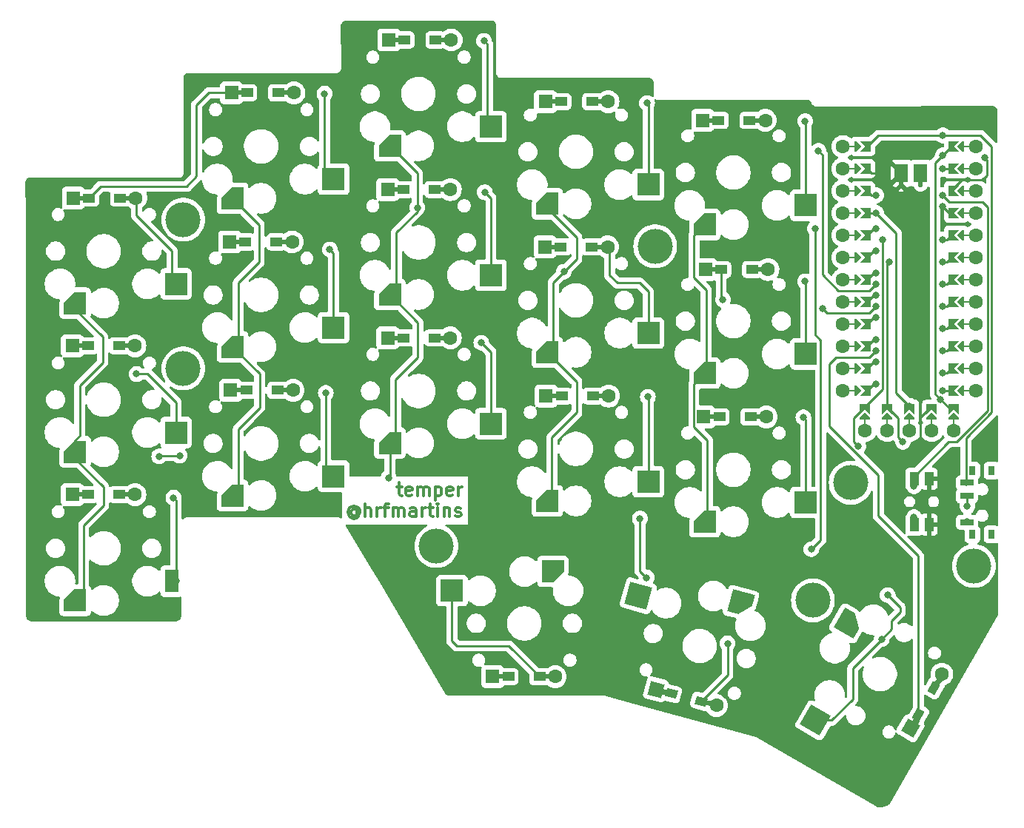
<source format=gtl>
G04 #@! TF.GenerationSoftware,KiCad,Pcbnew,8.0.6*
G04 #@! TF.CreationDate,2024-11-01T11:01:02+01:00*
G04 #@! TF.ProjectId,temper,74656d70-6572-42e6-9b69-6361645f7063,1.0*
G04 #@! TF.SameCoordinates,Original*
G04 #@! TF.FileFunction,Copper,L1,Top*
G04 #@! TF.FilePolarity,Positive*
%FSLAX46Y46*%
G04 Gerber Fmt 4.6, Leading zero omitted, Abs format (unit mm)*
G04 Created by KiCad (PCBNEW 8.0.6) date 2024-11-01 11:01:02*
%MOMM*%
%LPD*%
G01*
G04 APERTURE LIST*
G04 Aperture macros list*
%AMRotRect*
0 Rectangle, with rotation*
0 The origin of the aperture is its center*
0 $1 length*
0 $2 width*
0 $3 Rotation angle, in degrees counterclockwise*
0 Add horizontal line*
21,1,$1,$2,0,0,$3*%
%AMOutline5P*
0 Free polygon, 5 corners , with rotation*
0 The origin of the aperture is its center*
0 number of corners: always 5*
0 $1 to $10 corner X, Y*
0 $11 Rotation angle, in degrees counterclockwise*
0 create outline with 5 corners*
4,1,5,$1,$2,$3,$4,$5,$6,$7,$8,$9,$10,$1,$2,$11*%
%AMOutline6P*
0 Free polygon, 6 corners , with rotation*
0 The origin of the aperture is its center*
0 number of corners: always 6*
0 $1 to $12 corner X, Y*
0 $13 Rotation angle, in degrees counterclockwise*
0 create outline with 6 corners*
4,1,6,$1,$2,$3,$4,$5,$6,$7,$8,$9,$10,$11,$12,$1,$2,$13*%
%AMOutline7P*
0 Free polygon, 7 corners , with rotation*
0 The origin of the aperture is its center*
0 number of corners: always 7*
0 $1 to $14 corner X, Y*
0 $15 Rotation angle, in degrees counterclockwise*
0 create outline with 7 corners*
4,1,7,$1,$2,$3,$4,$5,$6,$7,$8,$9,$10,$11,$12,$13,$14,$1,$2,$15*%
%AMOutline8P*
0 Free polygon, 8 corners , with rotation*
0 The origin of the aperture is its center*
0 number of corners: always 8*
0 $1 to $16 corner X, Y*
0 $17 Rotation angle, in degrees counterclockwise*
0 create outline with 8 corners*
4,1,8,$1,$2,$3,$4,$5,$6,$7,$8,$9,$10,$11,$12,$13,$14,$15,$16,$1,$2,$17*%
%AMFreePoly0*
4,1,13,0.650000,-0.475000,-0.650000,-0.475000,-0.650000,-0.227400,-1.093000,-0.227400,-1.128355,-0.212755,-1.143000,-0.177400,-1.143000,0.178200,-1.128355,0.213555,-1.093000,0.228200,-0.650000,0.228200,-0.650000,0.475000,0.650000,0.475000,0.650000,-0.475000,0.650000,-0.475000,$1*%
%AMFreePoly1*
4,1,13,0.650000,0.227000,1.093000,0.227000,1.128355,0.212355,1.143000,0.177000,1.143000,-0.178600,1.128355,-0.213955,1.093000,-0.228600,0.650000,-0.228600,0.650000,-0.475000,-0.650000,-0.475000,-0.650000,0.475000,0.650000,0.475000,0.650000,0.227000,0.650000,0.227000,$1*%
%AMFreePoly2*
4,1,5,0.125000,-0.500000,-0.125000,-0.500000,-0.125000,0.500000,0.125000,0.500000,0.125000,-0.500000,0.125000,-0.500000,$1*%
%AMFreePoly3*
4,1,6,0.600000,0.200000,0.000000,-0.400000,-0.600000,0.200000,-0.600000,0.400000,0.600000,0.400000,0.600000,0.200000,0.600000,0.200000,$1*%
%AMFreePoly4*
4,1,6,0.600000,-0.250000,-0.600000,-0.250000,-0.600000,1.000000,0.000000,0.400000,0.600000,1.000000,0.600000,-0.250000,0.600000,-0.250000,$1*%
%AMFreePoly5*
4,1,13,0.750000,-1.050000,0.229000,-1.050000,0.229000,-1.335200,0.214355,-1.370555,0.179000,-1.385200,-0.176600,-1.385200,-0.211955,-1.370555,-0.226600,-1.335200,-0.226600,-1.050000,-0.750000,-1.050000,-0.750000,1.050000,0.750000,1.050000,0.750000,-1.050000,0.750000,-1.050000,$1*%
%AMFreePoly6*
4,1,13,0.750000,-1.050000,0.228600,-1.050000,0.228600,-1.335200,0.213955,-1.370555,0.178600,-1.385200,-0.177000,-1.385200,-0.212355,-1.370555,-0.227000,-1.335200,-0.227000,-1.050000,-0.750000,-1.050000,-0.750000,1.050000,0.750000,1.050000,0.750000,-1.050000,0.750000,-1.050000,$1*%
G04 Aperture macros list end*
%ADD10C,0.300000*%
G04 #@! TA.AperFunction,NonConductor*
%ADD11C,0.300000*%
G04 #@! TD*
G04 #@! TA.AperFunction,ComponentPad*
%ADD12R,1.600000X1.600000*%
G04 #@! TD*
G04 #@! TA.AperFunction,SMDPad,CuDef*
%ADD13FreePoly0,0.000000*%
G04 #@! TD*
G04 #@! TA.AperFunction,SMDPad,CuDef*
%ADD14FreePoly1,0.000000*%
G04 #@! TD*
G04 #@! TA.AperFunction,ComponentPad*
%ADD15C,1.600000*%
G04 #@! TD*
G04 #@! TA.AperFunction,ComponentPad*
%ADD16RotRect,1.600000X1.600000X165.000000*%
G04 #@! TD*
G04 #@! TA.AperFunction,SMDPad,CuDef*
%ADD17FreePoly0,345.000000*%
G04 #@! TD*
G04 #@! TA.AperFunction,SMDPad,CuDef*
%ADD18FreePoly1,345.000000*%
G04 #@! TD*
G04 #@! TA.AperFunction,ComponentPad*
%ADD19RotRect,1.600000X1.600000X240.000000*%
G04 #@! TD*
G04 #@! TA.AperFunction,SMDPad,CuDef*
%ADD20FreePoly0,60.000000*%
G04 #@! TD*
G04 #@! TA.AperFunction,SMDPad,CuDef*
%ADD21FreePoly1,60.000000*%
G04 #@! TD*
G04 #@! TA.AperFunction,SMDPad,CuDef*
%ADD22Outline5P,-1.300000X0.000000X0.000000X1.300000X1.300000X1.300000X1.300000X-1.300000X-1.300000X-1.300000X0.000000*%
G04 #@! TD*
G04 #@! TA.AperFunction,SMDPad,CuDef*
%ADD23R,2.600000X2.600000*%
G04 #@! TD*
G04 #@! TA.AperFunction,SMDPad,CuDef*
%ADD24R,1.600000X2.600000*%
G04 #@! TD*
G04 #@! TA.AperFunction,SMDPad,CuDef*
%ADD25Outline5P,-1.300000X0.000000X0.000000X1.300000X1.300000X1.300000X1.300000X-1.300000X-1.300000X-1.300000X180.000000*%
G04 #@! TD*
G04 #@! TA.AperFunction,SMDPad,CuDef*
%ADD26Outline5P,-1.300000X0.000000X0.000000X1.300000X1.300000X1.300000X1.300000X-1.300000X-1.300000X-1.300000X165.000000*%
G04 #@! TD*
G04 #@! TA.AperFunction,SMDPad,CuDef*
%ADD27RotRect,2.600000X2.600000X165.000000*%
G04 #@! TD*
G04 #@! TA.AperFunction,SMDPad,CuDef*
%ADD28Outline5P,-1.300000X0.000000X0.000000X1.300000X1.300000X1.300000X1.300000X-1.300000X-1.300000X-1.300000X240.000000*%
G04 #@! TD*
G04 #@! TA.AperFunction,SMDPad,CuDef*
%ADD29RotRect,2.600000X2.600000X240.000000*%
G04 #@! TD*
G04 #@! TA.AperFunction,ComponentPad*
%ADD30C,4.000000*%
G04 #@! TD*
G04 #@! TA.AperFunction,SMDPad,CuDef*
%ADD31R,0.800000X1.000000*%
G04 #@! TD*
G04 #@! TA.AperFunction,SMDPad,CuDef*
%ADD32R,1.500000X0.700000*%
G04 #@! TD*
G04 #@! TA.AperFunction,SMDPad,CuDef*
%ADD33FreePoly2,90.000000*%
G04 #@! TD*
G04 #@! TA.AperFunction,SMDPad,CuDef*
%ADD34FreePoly3,90.000000*%
G04 #@! TD*
G04 #@! TA.AperFunction,SMDPad,CuDef*
%ADD35FreePoly3,270.000000*%
G04 #@! TD*
G04 #@! TA.AperFunction,SMDPad,CuDef*
%ADD36FreePoly2,270.000000*%
G04 #@! TD*
G04 #@! TA.AperFunction,SMDPad,CuDef*
%ADD37FreePoly4,270.000000*%
G04 #@! TD*
G04 #@! TA.AperFunction,SMDPad,CuDef*
%ADD38FreePoly4,90.000000*%
G04 #@! TD*
G04 #@! TA.AperFunction,SMDPad,CuDef*
%ADD39R,1.000000X1.550000*%
G04 #@! TD*
G04 #@! TA.AperFunction,SMDPad,CuDef*
%ADD40FreePoly3,180.000000*%
G04 #@! TD*
G04 #@! TA.AperFunction,SMDPad,CuDef*
%ADD41FreePoly2,180.000000*%
G04 #@! TD*
G04 #@! TA.AperFunction,SMDPad,CuDef*
%ADD42FreePoly4,180.000000*%
G04 #@! TD*
G04 #@! TA.AperFunction,ComponentPad*
%ADD43C,0.550000*%
G04 #@! TD*
G04 #@! TA.AperFunction,SMDPad,CuDef*
%ADD44FreePoly5,0.000000*%
G04 #@! TD*
G04 #@! TA.AperFunction,SMDPad,CuDef*
%ADD45FreePoly6,0.000000*%
G04 #@! TD*
G04 #@! TA.AperFunction,ViaPad*
%ADD46C,0.800000*%
G04 #@! TD*
G04 #@! TA.AperFunction,Conductor*
%ADD47C,0.250000*%
G04 #@! TD*
G04 APERTURE END LIST*
D10*
D11*
X119471204Y-97360870D02*
X120042632Y-97360870D01*
X119685489Y-96860870D02*
X119685489Y-98146584D01*
X119685489Y-98146584D02*
X119756918Y-98289442D01*
X119756918Y-98289442D02*
X119899775Y-98360870D01*
X119899775Y-98360870D02*
X120042632Y-98360870D01*
X121114061Y-98289442D02*
X120971204Y-98360870D01*
X120971204Y-98360870D02*
X120685490Y-98360870D01*
X120685490Y-98360870D02*
X120542632Y-98289442D01*
X120542632Y-98289442D02*
X120471204Y-98146584D01*
X120471204Y-98146584D02*
X120471204Y-97575156D01*
X120471204Y-97575156D02*
X120542632Y-97432299D01*
X120542632Y-97432299D02*
X120685490Y-97360870D01*
X120685490Y-97360870D02*
X120971204Y-97360870D01*
X120971204Y-97360870D02*
X121114061Y-97432299D01*
X121114061Y-97432299D02*
X121185490Y-97575156D01*
X121185490Y-97575156D02*
X121185490Y-97718013D01*
X121185490Y-97718013D02*
X120471204Y-97860870D01*
X121828346Y-98360870D02*
X121828346Y-97360870D01*
X121828346Y-97503727D02*
X121899775Y-97432299D01*
X121899775Y-97432299D02*
X122042632Y-97360870D01*
X122042632Y-97360870D02*
X122256918Y-97360870D01*
X122256918Y-97360870D02*
X122399775Y-97432299D01*
X122399775Y-97432299D02*
X122471204Y-97575156D01*
X122471204Y-97575156D02*
X122471204Y-98360870D01*
X122471204Y-97575156D02*
X122542632Y-97432299D01*
X122542632Y-97432299D02*
X122685489Y-97360870D01*
X122685489Y-97360870D02*
X122899775Y-97360870D01*
X122899775Y-97360870D02*
X123042632Y-97432299D01*
X123042632Y-97432299D02*
X123114061Y-97575156D01*
X123114061Y-97575156D02*
X123114061Y-98360870D01*
X123828346Y-97360870D02*
X123828346Y-98860870D01*
X123828346Y-97432299D02*
X123971204Y-97360870D01*
X123971204Y-97360870D02*
X124256918Y-97360870D01*
X124256918Y-97360870D02*
X124399775Y-97432299D01*
X124399775Y-97432299D02*
X124471204Y-97503727D01*
X124471204Y-97503727D02*
X124542632Y-97646584D01*
X124542632Y-97646584D02*
X124542632Y-98075156D01*
X124542632Y-98075156D02*
X124471204Y-98218013D01*
X124471204Y-98218013D02*
X124399775Y-98289442D01*
X124399775Y-98289442D02*
X124256918Y-98360870D01*
X124256918Y-98360870D02*
X123971204Y-98360870D01*
X123971204Y-98360870D02*
X123828346Y-98289442D01*
X125756918Y-98289442D02*
X125614061Y-98360870D01*
X125614061Y-98360870D02*
X125328347Y-98360870D01*
X125328347Y-98360870D02*
X125185489Y-98289442D01*
X125185489Y-98289442D02*
X125114061Y-98146584D01*
X125114061Y-98146584D02*
X125114061Y-97575156D01*
X125114061Y-97575156D02*
X125185489Y-97432299D01*
X125185489Y-97432299D02*
X125328347Y-97360870D01*
X125328347Y-97360870D02*
X125614061Y-97360870D01*
X125614061Y-97360870D02*
X125756918Y-97432299D01*
X125756918Y-97432299D02*
X125828347Y-97575156D01*
X125828347Y-97575156D02*
X125828347Y-97718013D01*
X125828347Y-97718013D02*
X125114061Y-97860870D01*
X126471203Y-98360870D02*
X126471203Y-97360870D01*
X126471203Y-97646584D02*
X126542632Y-97503727D01*
X126542632Y-97503727D02*
X126614061Y-97432299D01*
X126614061Y-97432299D02*
X126756918Y-97360870D01*
X126756918Y-97360870D02*
X126899775Y-97360870D01*
X114828346Y-100061500D02*
X114756917Y-99990072D01*
X114756917Y-99990072D02*
X114614060Y-99918643D01*
X114614060Y-99918643D02*
X114471203Y-99918643D01*
X114471203Y-99918643D02*
X114328346Y-99990072D01*
X114328346Y-99990072D02*
X114256917Y-100061500D01*
X114256917Y-100061500D02*
X114185489Y-100204358D01*
X114185489Y-100204358D02*
X114185489Y-100347215D01*
X114185489Y-100347215D02*
X114256917Y-100490072D01*
X114256917Y-100490072D02*
X114328346Y-100561500D01*
X114328346Y-100561500D02*
X114471203Y-100632929D01*
X114471203Y-100632929D02*
X114614060Y-100632929D01*
X114614060Y-100632929D02*
X114756917Y-100561500D01*
X114756917Y-100561500D02*
X114828346Y-100490072D01*
X114828346Y-99918643D02*
X114828346Y-100490072D01*
X114828346Y-100490072D02*
X114899774Y-100561500D01*
X114899774Y-100561500D02*
X114971203Y-100561500D01*
X114971203Y-100561500D02*
X115114060Y-100490072D01*
X115114060Y-100490072D02*
X115185489Y-100347215D01*
X115185489Y-100347215D02*
X115185489Y-99990072D01*
X115185489Y-99990072D02*
X115042632Y-99775786D01*
X115042632Y-99775786D02*
X114828346Y-99632929D01*
X114828346Y-99632929D02*
X114542632Y-99561500D01*
X114542632Y-99561500D02*
X114256917Y-99632929D01*
X114256917Y-99632929D02*
X114042632Y-99775786D01*
X114042632Y-99775786D02*
X113899774Y-99990072D01*
X113899774Y-99990072D02*
X113828346Y-100275786D01*
X113828346Y-100275786D02*
X113899774Y-100561500D01*
X113899774Y-100561500D02*
X114042632Y-100775786D01*
X114042632Y-100775786D02*
X114256917Y-100918643D01*
X114256917Y-100918643D02*
X114542632Y-100990072D01*
X114542632Y-100990072D02*
X114828346Y-100918643D01*
X114828346Y-100918643D02*
X115042632Y-100775786D01*
X115828345Y-100775786D02*
X115828345Y-99275786D01*
X116471203Y-100775786D02*
X116471203Y-99990072D01*
X116471203Y-99990072D02*
X116399774Y-99847215D01*
X116399774Y-99847215D02*
X116256917Y-99775786D01*
X116256917Y-99775786D02*
X116042631Y-99775786D01*
X116042631Y-99775786D02*
X115899774Y-99847215D01*
X115899774Y-99847215D02*
X115828345Y-99918643D01*
X117185488Y-100775786D02*
X117185488Y-99775786D01*
X117185488Y-100061500D02*
X117256917Y-99918643D01*
X117256917Y-99918643D02*
X117328346Y-99847215D01*
X117328346Y-99847215D02*
X117471203Y-99775786D01*
X117471203Y-99775786D02*
X117614060Y-99775786D01*
X117899774Y-99775786D02*
X118471202Y-99775786D01*
X118114059Y-100775786D02*
X118114059Y-99490072D01*
X118114059Y-99490072D02*
X118185488Y-99347215D01*
X118185488Y-99347215D02*
X118328345Y-99275786D01*
X118328345Y-99275786D02*
X118471202Y-99275786D01*
X118971202Y-100775786D02*
X118971202Y-99775786D01*
X118971202Y-99918643D02*
X119042631Y-99847215D01*
X119042631Y-99847215D02*
X119185488Y-99775786D01*
X119185488Y-99775786D02*
X119399774Y-99775786D01*
X119399774Y-99775786D02*
X119542631Y-99847215D01*
X119542631Y-99847215D02*
X119614060Y-99990072D01*
X119614060Y-99990072D02*
X119614060Y-100775786D01*
X119614060Y-99990072D02*
X119685488Y-99847215D01*
X119685488Y-99847215D02*
X119828345Y-99775786D01*
X119828345Y-99775786D02*
X120042631Y-99775786D01*
X120042631Y-99775786D02*
X120185488Y-99847215D01*
X120185488Y-99847215D02*
X120256917Y-99990072D01*
X120256917Y-99990072D02*
X120256917Y-100775786D01*
X121614060Y-100775786D02*
X121614060Y-99990072D01*
X121614060Y-99990072D02*
X121542631Y-99847215D01*
X121542631Y-99847215D02*
X121399774Y-99775786D01*
X121399774Y-99775786D02*
X121114060Y-99775786D01*
X121114060Y-99775786D02*
X120971202Y-99847215D01*
X121614060Y-100704358D02*
X121471202Y-100775786D01*
X121471202Y-100775786D02*
X121114060Y-100775786D01*
X121114060Y-100775786D02*
X120971202Y-100704358D01*
X120971202Y-100704358D02*
X120899774Y-100561500D01*
X120899774Y-100561500D02*
X120899774Y-100418643D01*
X120899774Y-100418643D02*
X120971202Y-100275786D01*
X120971202Y-100275786D02*
X121114060Y-100204358D01*
X121114060Y-100204358D02*
X121471202Y-100204358D01*
X121471202Y-100204358D02*
X121614060Y-100132929D01*
X122328345Y-100775786D02*
X122328345Y-99775786D01*
X122328345Y-100061500D02*
X122399774Y-99918643D01*
X122399774Y-99918643D02*
X122471203Y-99847215D01*
X122471203Y-99847215D02*
X122614060Y-99775786D01*
X122614060Y-99775786D02*
X122756917Y-99775786D01*
X123042631Y-99775786D02*
X123614059Y-99775786D01*
X123256916Y-99275786D02*
X123256916Y-100561500D01*
X123256916Y-100561500D02*
X123328345Y-100704358D01*
X123328345Y-100704358D02*
X123471202Y-100775786D01*
X123471202Y-100775786D02*
X123614059Y-100775786D01*
X124114059Y-100775786D02*
X124114059Y-99775786D01*
X124114059Y-99275786D02*
X124042631Y-99347215D01*
X124042631Y-99347215D02*
X124114059Y-99418643D01*
X124114059Y-99418643D02*
X124185488Y-99347215D01*
X124185488Y-99347215D02*
X124114059Y-99275786D01*
X124114059Y-99275786D02*
X124114059Y-99418643D01*
X124828345Y-99775786D02*
X124828345Y-100775786D01*
X124828345Y-99918643D02*
X124899774Y-99847215D01*
X124899774Y-99847215D02*
X125042631Y-99775786D01*
X125042631Y-99775786D02*
X125256917Y-99775786D01*
X125256917Y-99775786D02*
X125399774Y-99847215D01*
X125399774Y-99847215D02*
X125471203Y-99990072D01*
X125471203Y-99990072D02*
X125471203Y-100775786D01*
X126114060Y-100704358D02*
X126256917Y-100775786D01*
X126256917Y-100775786D02*
X126542631Y-100775786D01*
X126542631Y-100775786D02*
X126685488Y-100704358D01*
X126685488Y-100704358D02*
X126756917Y-100561500D01*
X126756917Y-100561500D02*
X126756917Y-100490072D01*
X126756917Y-100490072D02*
X126685488Y-100347215D01*
X126685488Y-100347215D02*
X126542631Y-100275786D01*
X126542631Y-100275786D02*
X126328346Y-100275786D01*
X126328346Y-100275786D02*
X126185488Y-100204358D01*
X126185488Y-100204358D02*
X126114060Y-100061500D01*
X126114060Y-100061500D02*
X126114060Y-99990072D01*
X126114060Y-99990072D02*
X126185488Y-99847215D01*
X126185488Y-99847215D02*
X126328346Y-99775786D01*
X126328346Y-99775786D02*
X126542631Y-99775786D01*
X126542631Y-99775786D02*
X126685488Y-99847215D01*
D12*
X82428400Y-64312800D03*
D13*
X84229400Y-64312800D03*
D14*
X87779400Y-64312800D03*
D15*
X89580400Y-64312800D03*
D12*
X100513200Y-52273200D03*
D13*
X102314200Y-52273200D03*
D14*
X105864200Y-52273200D03*
D15*
X107665200Y-52273200D03*
D12*
X118496400Y-46228000D03*
D13*
X120297400Y-46228000D03*
D14*
X123847400Y-46228000D03*
D15*
X125648400Y-46228000D03*
D12*
X136428800Y-53289200D03*
D13*
X138229800Y-53289200D03*
D14*
X141779800Y-53289200D03*
D15*
X143580800Y-53289200D03*
D12*
X154412000Y-55422800D03*
D13*
X156213000Y-55422800D03*
D14*
X159763000Y-55422800D03*
D15*
X161564000Y-55422800D03*
D12*
X82326800Y-81229200D03*
D13*
X84127800Y-81229200D03*
D14*
X87677800Y-81229200D03*
D15*
X89478800Y-81229200D03*
D12*
X100310000Y-69342000D03*
D13*
X102111000Y-69342000D03*
D14*
X105661000Y-69342000D03*
D15*
X107462000Y-69342000D03*
D12*
X118394800Y-63347600D03*
D13*
X120195800Y-63347600D03*
D14*
X123745800Y-63347600D03*
D15*
X125546800Y-63347600D03*
D12*
X136378000Y-69900800D03*
D13*
X138179000Y-69900800D03*
D14*
X141729000Y-69900800D03*
D15*
X143530000Y-69900800D03*
D12*
X154716800Y-72491600D03*
D13*
X156517800Y-72491600D03*
D14*
X160067800Y-72491600D03*
D15*
X161868800Y-72491600D03*
D12*
X82326800Y-98247200D03*
D13*
X84127800Y-98247200D03*
D14*
X87677800Y-98247200D03*
D15*
X89478800Y-98247200D03*
D12*
X100411600Y-86309200D03*
D13*
X102212600Y-86309200D03*
D14*
X105762600Y-86309200D03*
D15*
X107563600Y-86309200D03*
D12*
X118394800Y-80314800D03*
D13*
X120195800Y-80314800D03*
D14*
X123745800Y-80314800D03*
D15*
X125546800Y-80314800D03*
D12*
X136479600Y-86969600D03*
D13*
X138280600Y-86969600D03*
D14*
X141830600Y-86969600D03*
D15*
X143631600Y-86969600D03*
D12*
X154513600Y-89357200D03*
D13*
X156314600Y-89357200D03*
D14*
X159864600Y-89357200D03*
D15*
X161665600Y-89357200D03*
D12*
X130383600Y-119075200D03*
D13*
X132184600Y-119075200D03*
D14*
X135734600Y-119075200D03*
D15*
X137535600Y-119075200D03*
D16*
X149060131Y-120535059D03*
D17*
X150799764Y-121001192D03*
D18*
X154228800Y-121920000D03*
D15*
X155968433Y-122386133D03*
D19*
X178170166Y-124992342D03*
D20*
X179070666Y-123432630D03*
D21*
X180845666Y-120358240D03*
D15*
X181746166Y-118798528D03*
D22*
X82635000Y-76350000D03*
D23*
X94185000Y-74150000D03*
D22*
X100635000Y-64350000D03*
D23*
X112185000Y-62150000D03*
D22*
X118635000Y-58350000D03*
D23*
X130185000Y-56150000D03*
D22*
X136635000Y-64970000D03*
D23*
X148185000Y-62770000D03*
D22*
X154635000Y-67350000D03*
D23*
X166185000Y-65150000D03*
D22*
X82635000Y-93350000D03*
D23*
X94185000Y-91150000D03*
D22*
X100635000Y-81350000D03*
D23*
X112185000Y-79150000D03*
D22*
X118635000Y-75350000D03*
D23*
X130185000Y-73150000D03*
D22*
X136635000Y-81970000D03*
D23*
X148185000Y-79770000D03*
D22*
X154635000Y-84350000D03*
D23*
X166185000Y-82150000D03*
D22*
X82635000Y-110350000D03*
D24*
X93685000Y-108150000D03*
D22*
X100635000Y-98350000D03*
D23*
X112185000Y-96150000D03*
D22*
X118635000Y-92350000D03*
D23*
X130185000Y-90150000D03*
D22*
X136635000Y-98975000D03*
D23*
X148185000Y-96775000D03*
D22*
X154635000Y-101350000D03*
D23*
X166185000Y-99150000D03*
D25*
X137285000Y-107040000D03*
D23*
X125735000Y-109240000D03*
D26*
X158763380Y-110680374D03*
D27*
X147037535Y-109816051D03*
D28*
X171144649Y-112978767D03*
D29*
X167274905Y-124081360D03*
D30*
X171323000Y-96901000D03*
X185420000Y-106426000D03*
X95000000Y-66802000D03*
X148971000Y-69850000D03*
X123952000Y-104140000D03*
X167005000Y-110363000D03*
X95000000Y-83820000D03*
D31*
X185252000Y-102804000D03*
X187452000Y-102804000D03*
X185252000Y-95504000D03*
X187452000Y-95504000D03*
D32*
X184602000Y-101404000D03*
X184602000Y-98404000D03*
X184602000Y-96904000D03*
D15*
X170434000Y-58420000D03*
X170434000Y-60960000D03*
X170434000Y-63500000D03*
X170434000Y-66040000D03*
X170434000Y-68580000D03*
X170434000Y-71120000D03*
X170434000Y-73660000D03*
X170434000Y-76200000D03*
X170434000Y-78740000D03*
X170434000Y-81280000D03*
X170434000Y-83820000D03*
X170434000Y-86360000D03*
D33*
X171704000Y-58420000D03*
X171704000Y-60960000D03*
X171704000Y-63500000D03*
X171704000Y-66040000D03*
X171704000Y-68580000D03*
X171704000Y-71120000D03*
X171704000Y-73660000D03*
X171704000Y-76200000D03*
X171704000Y-78740000D03*
X171704000Y-81280000D03*
X171704000Y-83820000D03*
X171704000Y-86360000D03*
D34*
X172212000Y-58420000D03*
X172212000Y-60960000D03*
X172212000Y-63500000D03*
X172212000Y-66040000D03*
X172212000Y-68580000D03*
X172212000Y-71120000D03*
X172212000Y-73660000D03*
X172212000Y-76200000D03*
X172212000Y-78740000D03*
X172212000Y-81280000D03*
X172212000Y-83820000D03*
X172212000Y-86360000D03*
D35*
X183896000Y-58420000D03*
X183896000Y-60960000D03*
X183896000Y-63500000D03*
X183896000Y-66040000D03*
X183896000Y-68580000D03*
X183896000Y-71120000D03*
X183896000Y-73660000D03*
X183896000Y-76200000D03*
X183896000Y-78740000D03*
X183896000Y-81280000D03*
X183896000Y-83820000D03*
X183896000Y-86360000D03*
D36*
X184404000Y-58420000D03*
X184404000Y-60960000D03*
X184404000Y-63500000D03*
X184404000Y-66040000D03*
X184404000Y-68580000D03*
X184404000Y-71120000D03*
X184404000Y-73660000D03*
X184404000Y-76200000D03*
X184404000Y-78740000D03*
X184404000Y-81280000D03*
X184404000Y-83820000D03*
X184404000Y-86360000D03*
D15*
X185674000Y-58420000D03*
X185674000Y-60960000D03*
X185674000Y-63500000D03*
X185674000Y-66040000D03*
X185674000Y-68580000D03*
X185674000Y-71120000D03*
X185674000Y-73660000D03*
X185674000Y-76200000D03*
X185674000Y-78740000D03*
X185674000Y-81280000D03*
X185674000Y-83820000D03*
X185674000Y-86360000D03*
D37*
X182753000Y-58420000D03*
X182753000Y-60960000D03*
X182753000Y-63500000D03*
X182753000Y-66040000D03*
X182753000Y-68580000D03*
X182753000Y-71120000D03*
X182753000Y-73660000D03*
X182753000Y-76200000D03*
X182753000Y-78740000D03*
X182753000Y-81280000D03*
X182753000Y-83820000D03*
X182753000Y-86360000D03*
D38*
X173355000Y-86360000D03*
X173355000Y-83820000D03*
X173355000Y-81280000D03*
X173355000Y-78740000D03*
X173355000Y-76200000D03*
X173355000Y-73660000D03*
X173355000Y-71120000D03*
X173355000Y-68580000D03*
X173355000Y-66040000D03*
X173355000Y-63500000D03*
X173355000Y-60960000D03*
X173355000Y-58420000D03*
D39*
X178579000Y-101685000D03*
X178579000Y-96435000D03*
X180279000Y-101685000D03*
X180279000Y-96435000D03*
D40*
X172974000Y-89274000D03*
D41*
X172974000Y-89782000D03*
D15*
X172974000Y-90932000D03*
D40*
X175514000Y-89274000D03*
D41*
X175514000Y-89782000D03*
D15*
X175514000Y-90932000D03*
D40*
X178054000Y-89274000D03*
D41*
X178054000Y-89782000D03*
D15*
X178054000Y-90932000D03*
D40*
X180594000Y-89274000D03*
D41*
X180594000Y-89782000D03*
D15*
X180594000Y-90932000D03*
D40*
X183134000Y-89274000D03*
D41*
X183134000Y-89782000D03*
D15*
X183134000Y-90932000D03*
D42*
X172974000Y-88132000D03*
X175514000Y-88132000D03*
X178054000Y-88132000D03*
X180594000Y-88132000D03*
X183134000Y-88132000D03*
D43*
X179324400Y-62809600D03*
D44*
X179324000Y-61468000D03*
D43*
X177124000Y-62809600D03*
D45*
X177124000Y-61468000D03*
D46*
X167640000Y-58928000D03*
X174244000Y-74168000D03*
X181864000Y-74168000D03*
X156718000Y-75946000D03*
X174244000Y-76708000D03*
X181864000Y-76708000D03*
X168148000Y-76962000D03*
X181864000Y-79248000D03*
X174244000Y-81788000D03*
X181864000Y-81788000D03*
X186690000Y-59690000D03*
X133604000Y-99568000D03*
X161036000Y-78486000D03*
X175006000Y-65024000D03*
X166116000Y-71882000D03*
X92202000Y-110998000D03*
X149352000Y-101854000D03*
X112522000Y-99822000D03*
X174244000Y-92202000D03*
X175514000Y-58420000D03*
X106934000Y-92456000D03*
X165100000Y-78486000D03*
X77724000Y-62738000D03*
X118110000Y-68834000D03*
X147828000Y-51562000D03*
X131572000Y-65024000D03*
X181864000Y-65278000D03*
X125222000Y-86106000D03*
X174244000Y-66040000D03*
X178054000Y-88100500D03*
X94589600Y-93776800D03*
X167233600Y-67818000D03*
X166830000Y-104495600D03*
X82635000Y-110350000D03*
X174244000Y-67818000D03*
X92252800Y-93878400D03*
X82635000Y-93350000D03*
X82635000Y-76350000D03*
X100635000Y-64350000D03*
X174244000Y-70358000D03*
X100635000Y-81350000D03*
X100635000Y-98350000D03*
X137285000Y-107040000D03*
X118635000Y-58350000D03*
X174244000Y-72898000D03*
X118635000Y-92350000D03*
X118635000Y-75350000D03*
X118480000Y-96334500D03*
X121767600Y-65430400D03*
X174244000Y-75438000D03*
X158763380Y-110680374D03*
X136635000Y-98975000D03*
X136635000Y-64970000D03*
X147980400Y-107746800D03*
X136635000Y-81970000D03*
X147218400Y-100990400D03*
X138531600Y-72745600D03*
X171144649Y-112978767D03*
X154635000Y-101350000D03*
X154635000Y-67350000D03*
X154635000Y-84350000D03*
X174244000Y-77978000D03*
X184658000Y-99568000D03*
X94185000Y-74150000D03*
X181864000Y-64008000D03*
X178562000Y-100838000D03*
X174244000Y-64008000D03*
X178562000Y-97282000D03*
X112185000Y-62150000D03*
X111150400Y-52374800D03*
X129387600Y-46329600D03*
X130185000Y-56150000D03*
X148031200Y-53441600D03*
X148185000Y-62770000D03*
X166116000Y-55524400D03*
X166185000Y-65150000D03*
X94185000Y-91150000D03*
X89662000Y-84455000D03*
X112185000Y-79150000D03*
X111760000Y-70205600D03*
X130185000Y-73150000D03*
X129489200Y-63652400D03*
X148185000Y-79770000D03*
X166185000Y-82150000D03*
X166116000Y-73863200D03*
X94185000Y-108150000D03*
X93878400Y-98602800D03*
X112185000Y-96150000D03*
X111302800Y-86614000D03*
X130185000Y-90150000D03*
X129082800Y-80873600D03*
X148185000Y-96775000D03*
X148132800Y-87071200D03*
X166185000Y-99150000D03*
X165912800Y-89408000D03*
X125735000Y-109240000D03*
X147037535Y-109816051D03*
X157251400Y-115290600D03*
X174866300Y-114795300D03*
X175549905Y-109748640D03*
X181864000Y-69088000D03*
X172212000Y-92710000D03*
X175006000Y-69088000D03*
X177292000Y-92202000D03*
X175730500Y-71628000D03*
X181864000Y-71628000D03*
X184658000Y-101346000D03*
X181864000Y-57150000D03*
X184531000Y-96901000D03*
X181610000Y-87376000D03*
X181864000Y-59436000D03*
X181864000Y-84328000D03*
X181863025Y-86367624D03*
X174244000Y-85598000D03*
X174244000Y-83058000D03*
X174244000Y-80518000D03*
X181864000Y-60960000D03*
D47*
X96520000Y-53644800D02*
X97891600Y-52273200D01*
X118262400Y-46228000D02*
X120297400Y-46228000D01*
X154178000Y-55422800D02*
X156213000Y-55422800D01*
X138229800Y-53289200D02*
X136194800Y-53289200D01*
X85550200Y-62992000D02*
X84229400Y-64312800D01*
X168097200Y-73101200D02*
X169926000Y-74930000D01*
X168097200Y-59385200D02*
X168097200Y-73101200D01*
X169926000Y-74930000D02*
X173482000Y-74930000D01*
X102314200Y-52273200D02*
X100279200Y-52273200D01*
X96520000Y-53644800D02*
X96520000Y-61849000D01*
X95377000Y-62992000D02*
X85550200Y-62992000D01*
X97891600Y-52273200D02*
X100279200Y-52273200D01*
X173482000Y-74930000D02*
X174244000Y-74168000D01*
X182372000Y-74168000D02*
X182880000Y-73660000D01*
X181864000Y-74168000D02*
X182372000Y-74168000D01*
X96520000Y-61849000D02*
X95377000Y-62992000D01*
X84229400Y-64312800D02*
X82194400Y-64312800D01*
X167640000Y-58928000D02*
X168097200Y-59385200D01*
X138179000Y-69900800D02*
X136144000Y-69900800D01*
X168148000Y-76962000D02*
X168656000Y-77470000D01*
X102111000Y-69342000D02*
X100076000Y-69342000D01*
X120195800Y-63347600D02*
X118160800Y-63347600D01*
X181864000Y-76708000D02*
X182372000Y-76708000D01*
X182372000Y-76708000D02*
X182880000Y-76200000D01*
X173482000Y-77470000D02*
X174244000Y-76708000D01*
X168656000Y-77470000D02*
X173482000Y-77470000D01*
X84127800Y-81229200D02*
X82092800Y-81229200D01*
X156517800Y-75745800D02*
X156718000Y-75946000D01*
X156517800Y-72491600D02*
X154482800Y-72491600D01*
X156517800Y-72491600D02*
X156517800Y-75745800D01*
X156314600Y-89357200D02*
X154279600Y-89357200D01*
X84127800Y-98247200D02*
X82092800Y-98247200D01*
X138280600Y-86969600D02*
X136245600Y-86969600D01*
X181864000Y-79248000D02*
X182372000Y-79248000D01*
X120195800Y-80314800D02*
X118160800Y-80314800D01*
X182372000Y-79248000D02*
X182880000Y-78740000D01*
X102212600Y-86309200D02*
X100177600Y-86309200D01*
X182880000Y-81280000D02*
X182372000Y-81788000D01*
X168910000Y-83312000D02*
X169672000Y-82550000D01*
X174498000Y-96021305D02*
X168910000Y-90433305D01*
X150799764Y-121001192D02*
X149360802Y-121001192D01*
X174498000Y-100712396D02*
X174498000Y-96021305D01*
X179070666Y-124177492D02*
X178053166Y-125194992D01*
X179070000Y-105284396D02*
X174498000Y-100712396D01*
X149360802Y-121001192D02*
X148834105Y-120474495D01*
X169672000Y-82550000D02*
X173482000Y-82550000D01*
X182372000Y-81788000D02*
X181864000Y-81788000D01*
X168910000Y-90433305D02*
X168910000Y-83312000D01*
X179070000Y-123431964D02*
X179070000Y-105284396D01*
X173482000Y-82550000D02*
X174244000Y-81788000D01*
X179070666Y-123432630D02*
X179070666Y-124177492D01*
X132184600Y-119075200D02*
X130149600Y-119075200D01*
X179070666Y-123432630D02*
X179070000Y-123431964D01*
X186436000Y-62230000D02*
X186944000Y-61722000D01*
X186944000Y-59944000D02*
X186690000Y-59690000D01*
X173736000Y-61468000D02*
X174244000Y-61468000D01*
X182753000Y-63500000D02*
X184023000Y-62230000D01*
X173228000Y-60960000D02*
X173736000Y-61468000D01*
X179324000Y-89402000D02*
X179324000Y-91948000D01*
X186944000Y-61722000D02*
X186944000Y-59944000D01*
X182753000Y-66040000D02*
X182626000Y-66040000D01*
X180594000Y-88132000D02*
X179324000Y-89402000D01*
X184023000Y-62230000D02*
X186436000Y-62230000D01*
X182626000Y-66040000D02*
X181864000Y-65278000D01*
X176530000Y-86576500D02*
X176530000Y-68326000D01*
X173228000Y-66040000D02*
X174244000Y-66040000D01*
X176530000Y-68326000D02*
X174244000Y-66040000D01*
X178054000Y-88100500D02*
X176530000Y-86576500D01*
X167894000Y-103431600D02*
X166830000Y-104495600D01*
X82635000Y-92066200D02*
X82635000Y-93350000D01*
X92252800Y-93878400D02*
X92354400Y-93776800D01*
X85902800Y-97383600D02*
X85902800Y-99466400D01*
X82635000Y-93350000D02*
X82635000Y-94115800D01*
X85801200Y-80213200D02*
X85801200Y-83108800D01*
X85801200Y-83108800D02*
X83159600Y-85750400D01*
X167894000Y-80609000D02*
X167894000Y-103431600D01*
X85902800Y-99466400D02*
X83616800Y-101752400D01*
X82635000Y-76350000D02*
X82635000Y-77047000D01*
X83159600Y-85750400D02*
X83159600Y-91541600D01*
X83159600Y-91541600D02*
X82635000Y-92066200D01*
X82635000Y-94115800D02*
X85902800Y-97383600D01*
X83616800Y-109368200D02*
X82635000Y-110350000D01*
X83616800Y-101752400D02*
X83616800Y-109368200D01*
X82635000Y-77047000D02*
X85801200Y-80213200D01*
X167233600Y-79948600D02*
X167894000Y-80609000D01*
X174244000Y-67818000D02*
X173990000Y-67818000D01*
X173990000Y-67818000D02*
X173228000Y-68580000D01*
X167233600Y-67818000D02*
X167233600Y-79948600D01*
X92354400Y-93776800D02*
X94589600Y-93776800D01*
X101295200Y-97689800D02*
X100635000Y-98350000D01*
X101295200Y-74015600D02*
X101295200Y-80689800D01*
X101295200Y-80689800D02*
X100635000Y-81350000D01*
X103733600Y-84448600D02*
X103733600Y-88290400D01*
X173990000Y-70358000D02*
X173228000Y-71120000D01*
X101295200Y-90728800D02*
X101295200Y-97689800D01*
X100635000Y-81350000D02*
X103733600Y-84448600D01*
X100635000Y-64350000D02*
X103682800Y-67397800D01*
X103733600Y-88290400D02*
X101295200Y-90728800D01*
X174244000Y-70358000D02*
X173990000Y-70358000D01*
X103682800Y-71628000D02*
X101295200Y-74015600D01*
X103682800Y-67397800D02*
X103682800Y-71628000D01*
X119278400Y-85090000D02*
X119278400Y-91706600D01*
X118635000Y-75350000D02*
X121818400Y-78533400D01*
X174244000Y-72898000D02*
X173990000Y-72898000D01*
X118635000Y-96179500D02*
X118635000Y-92350000D01*
X121767600Y-65836800D02*
X119380000Y-68224400D01*
X119278400Y-91706600D02*
X118635000Y-92350000D01*
X121818400Y-82550000D02*
X119278400Y-85090000D01*
X121767600Y-65430400D02*
X121767600Y-65836800D01*
X118480000Y-96334500D02*
X118635000Y-96179500D01*
X118635000Y-58350000D02*
X121767600Y-61482600D01*
X173990000Y-72898000D02*
X173228000Y-73660000D01*
X119380000Y-68224400D02*
X119380000Y-74605000D01*
X119380000Y-74605000D02*
X118635000Y-75350000D01*
X121767600Y-61482600D02*
X121767600Y-65430400D01*
X121818400Y-78533400D02*
X121818400Y-82550000D01*
X147218400Y-106984800D02*
X147980400Y-107746800D01*
X137160000Y-91694000D02*
X137160000Y-98450000D01*
X138531600Y-72745600D02*
X137312400Y-73964800D01*
X174244000Y-75438000D02*
X173990000Y-75438000D01*
X140004800Y-88849200D02*
X137160000Y-91694000D01*
X136635000Y-65464200D02*
X140004800Y-68834000D01*
X140004800Y-68834000D02*
X140004800Y-71272400D01*
X136635000Y-81970000D02*
X140004800Y-85339800D01*
X140004800Y-85339800D02*
X140004800Y-88849200D01*
X137312400Y-73964800D02*
X137312400Y-81292600D01*
X140004800Y-71272400D02*
X138531600Y-72745600D01*
X137160000Y-98450000D02*
X136635000Y-98975000D01*
X137312400Y-81292600D02*
X136635000Y-81970000D01*
X136635000Y-64970000D02*
X136635000Y-65464200D01*
X147218400Y-100990400D02*
X147218400Y-106984800D01*
X173990000Y-75438000D02*
X173228000Y-76200000D01*
X153416000Y-68569000D02*
X154635000Y-67350000D01*
X154940000Y-92033600D02*
X154940000Y-101045000D01*
X174244000Y-77978000D02*
X173990000Y-77978000D01*
X153388600Y-90482200D02*
X154940000Y-92033600D01*
X153388600Y-85625000D02*
X153388600Y-90482200D01*
X153416000Y-73440800D02*
X153416000Y-68569000D01*
X154785000Y-74809800D02*
X153416000Y-73440800D01*
X154785000Y-84200000D02*
X154785000Y-74809800D01*
X154940000Y-101045000D02*
X154635000Y-101350000D01*
X173990000Y-77978000D02*
X173228000Y-78740000D01*
X154635000Y-84378600D02*
X153388600Y-85625000D01*
X154635000Y-84350000D02*
X154635000Y-84378600D01*
X154635000Y-84350000D02*
X154785000Y-84200000D01*
X184602000Y-98404000D02*
X184602000Y-99624000D01*
X184602000Y-98404000D02*
X184602000Y-99512000D01*
X184602000Y-99512000D02*
X184658000Y-99568000D01*
X89662000Y-66294000D02*
X89662000Y-64465200D01*
X93726000Y-70358000D02*
X89662000Y-66294000D01*
X93726000Y-73691000D02*
X93726000Y-70358000D01*
X94185000Y-74150000D02*
X93726000Y-73691000D01*
X89662000Y-64465200D02*
X89814400Y-64312800D01*
X87779400Y-64312800D02*
X89814400Y-64312800D01*
X178579000Y-96160000D02*
X178579000Y-96435000D01*
X173736000Y-64008000D02*
X174244000Y-64008000D01*
X187002000Y-88654991D02*
X183454991Y-92202000D01*
X182537000Y-92202000D02*
X178579000Y-96160000D01*
X186436000Y-64770000D02*
X187002000Y-65336000D01*
X182626000Y-64770000D02*
X186436000Y-64770000D01*
X181864000Y-64008000D02*
X182626000Y-64770000D01*
X183454991Y-92202000D02*
X182537000Y-92202000D01*
X173228000Y-63500000D02*
X173736000Y-64008000D01*
X187002000Y-65336000D02*
X187002000Y-88654991D01*
X111150400Y-61115400D02*
X112185000Y-62150000D01*
X105864200Y-52273200D02*
X107899200Y-52273200D01*
X111150400Y-52374800D02*
X111150400Y-61115400D01*
X129794000Y-46736000D02*
X129794000Y-55759000D01*
X129794000Y-55759000D02*
X130185000Y-56150000D01*
X129387600Y-46329600D02*
X129794000Y-46736000D01*
X123847400Y-46228000D02*
X125882400Y-46228000D01*
X148185000Y-53595400D02*
X148185000Y-62770000D01*
X148031200Y-53441600D02*
X148185000Y-53595400D01*
X141779800Y-53289200D02*
X143814800Y-53289200D01*
X166185000Y-55593400D02*
X166116000Y-55524400D01*
X159763000Y-55422800D02*
X161798000Y-55422800D01*
X166185000Y-65150000D02*
X166185000Y-55593400D01*
X87677800Y-81229200D02*
X89712800Y-81229200D01*
X94185000Y-87708000D02*
X94185000Y-91150000D01*
X90932000Y-84455000D02*
X94185000Y-87708000D01*
X89662000Y-84455000D02*
X90932000Y-84455000D01*
X111760000Y-70205600D02*
X112185000Y-70630600D01*
X105661000Y-69342000D02*
X107696000Y-69342000D01*
X112185000Y-70630600D02*
X112185000Y-79150000D01*
X130185000Y-64348200D02*
X130185000Y-73150000D01*
X123745800Y-63347600D02*
X125780800Y-63347600D01*
X129489200Y-63652400D02*
X130185000Y-64348200D01*
X143764000Y-69900800D02*
X143764000Y-73152000D01*
X148185000Y-75033000D02*
X148185000Y-79770000D01*
X144653000Y-74041000D02*
X147193000Y-74041000D01*
X147193000Y-74041000D02*
X148185000Y-75033000D01*
X143764000Y-73152000D02*
X144653000Y-74041000D01*
X141729000Y-69900800D02*
X143764000Y-69900800D01*
X166185000Y-73932200D02*
X166185000Y-82150000D01*
X166116000Y-73863200D02*
X166185000Y-73932200D01*
X160067800Y-72491600D02*
X162102800Y-72491600D01*
X94185000Y-98909400D02*
X94185000Y-108150000D01*
X87677800Y-98247200D02*
X89712800Y-98247200D01*
X93878400Y-98602800D02*
X94185000Y-98909400D01*
X111302800Y-95267800D02*
X112185000Y-96150000D01*
X111302800Y-86614000D02*
X111302800Y-95267800D01*
X105762600Y-86309200D02*
X107797600Y-86309200D01*
X123745800Y-80314800D02*
X125780800Y-80314800D01*
X130185000Y-81975800D02*
X130185000Y-90150000D01*
X129082800Y-80873600D02*
X130185000Y-81975800D01*
X148185000Y-87123400D02*
X148185000Y-96775000D01*
X141830600Y-86969600D02*
X143865600Y-86969600D01*
X148132800Y-87071200D02*
X148185000Y-87123400D01*
X166185000Y-89680200D02*
X166185000Y-99150000D01*
X165912800Y-89408000D02*
X166185000Y-89680200D01*
X159864600Y-89357200D02*
X161899600Y-89357200D01*
X126288800Y-115570000D02*
X125735000Y-115016200D01*
X135734600Y-119075200D02*
X137769600Y-119075200D01*
X125735000Y-115016200D02*
X125735000Y-109240000D01*
X135734600Y-119075200D02*
X132229400Y-115570000D01*
X132229400Y-115570000D02*
X126288800Y-115570000D01*
X157251400Y-118897400D02*
X157251400Y-115290600D01*
X154228800Y-121920000D02*
X155667762Y-121920000D01*
X155667762Y-121920000D02*
X156194459Y-122446697D01*
X154228800Y-121920000D02*
X157251400Y-118897400D01*
X171551600Y-118110000D02*
X174866300Y-114795300D01*
X171551600Y-121666000D02*
X171551600Y-118110000D01*
X174866300Y-114795300D02*
X176022000Y-113639600D01*
X181863166Y-118595878D02*
X181863166Y-119340740D01*
X169136240Y-124081360D02*
X171551600Y-121666000D01*
X176022000Y-112674400D02*
X176987200Y-111709200D01*
X176022000Y-113639600D02*
X176022000Y-112674400D01*
X176987200Y-111185935D02*
X175549905Y-109748640D01*
X167274905Y-124081360D02*
X169136240Y-124081360D01*
X176987200Y-111709200D02*
X176987200Y-111185935D01*
X181863166Y-119340740D02*
X180845666Y-120358240D01*
X171704000Y-89528000D02*
X172974000Y-88258000D01*
X172974000Y-88258000D02*
X175006000Y-86226000D01*
X182372000Y-69088000D02*
X182880000Y-68580000D01*
X172212000Y-92710000D02*
X171704000Y-92202000D01*
X171704000Y-92202000D02*
X171704000Y-89528000D01*
X175006000Y-86226000D02*
X175006000Y-69088000D01*
X181864000Y-69088000D02*
X182372000Y-69088000D01*
X176784000Y-89528000D02*
X175514000Y-88258000D01*
X181864000Y-71628000D02*
X182372000Y-71628000D01*
X175514000Y-88258000D02*
X175514000Y-71844500D01*
X176784000Y-91694000D02*
X176784000Y-89528000D01*
X182372000Y-71628000D02*
X182880000Y-71120000D01*
X177292000Y-92202000D02*
X176784000Y-91694000D01*
X175514000Y-71844500D02*
X175730500Y-71628000D01*
X186182000Y-57150000D02*
X181864000Y-57150000D01*
X181864000Y-57150000D02*
X174498000Y-57150000D01*
X184527000Y-96829000D02*
X184527000Y-91766387D01*
X184527000Y-91766387D02*
X187452000Y-88841387D01*
X184531000Y-96833000D02*
X184527000Y-96829000D01*
X174498000Y-57150000D02*
X173228000Y-58420000D01*
X184602000Y-96904000D02*
X184599000Y-96901000D01*
X184599000Y-96901000D02*
X184531000Y-96901000D01*
X187452000Y-88841387D02*
X187452000Y-58420000D01*
X184531000Y-96901000D02*
X184531000Y-96833000D01*
X187452000Y-58420000D02*
X186182000Y-57150000D01*
X180975000Y-86741000D02*
X180975000Y-60325000D01*
X181610000Y-87376000D02*
X182492000Y-88258000D01*
X180975000Y-60325000D02*
X181864000Y-59436000D01*
X182492000Y-88258000D02*
X183134000Y-88258000D01*
X181864000Y-59436000D02*
X182880000Y-58420000D01*
X181610000Y-87376000D02*
X180975000Y-86741000D01*
X181864000Y-84328000D02*
X182372000Y-84328000D01*
X182372000Y-84328000D02*
X182880000Y-83820000D01*
X181863025Y-86367624D02*
X182872376Y-86367624D01*
X173990000Y-85598000D02*
X173228000Y-86360000D01*
X174244000Y-85598000D02*
X173990000Y-85598000D01*
X173990000Y-83058000D02*
X173228000Y-83820000D01*
X174244000Y-83058000D02*
X173990000Y-83058000D01*
X173990000Y-80518000D02*
X174244000Y-80518000D01*
X173228000Y-81280000D02*
X173990000Y-80518000D01*
X182880000Y-60960000D02*
X181864000Y-60960000D01*
G04 #@! TA.AperFunction,Conductor*
G36*
X130312034Y-44036266D02*
G01*
X130361285Y-44037873D01*
X130389325Y-44042031D01*
X130486403Y-44068043D01*
X130516301Y-44080427D01*
X130601558Y-44129650D01*
X130627237Y-44149355D01*
X130696844Y-44218962D01*
X130716550Y-44244643D01*
X130765770Y-44329894D01*
X130778158Y-44359801D01*
X130804167Y-44456870D01*
X130808326Y-44484917D01*
X130809934Y-44534175D01*
X130810000Y-44538221D01*
X130810000Y-50053400D01*
X130812139Y-50118945D01*
X130846067Y-50245567D01*
X130911612Y-50359094D01*
X131004306Y-50451788D01*
X131117833Y-50517333D01*
X131244455Y-50551261D01*
X131310000Y-50553400D01*
X148291456Y-50569018D01*
X148294972Y-50569072D01*
X148344319Y-50570537D01*
X148372729Y-50574708D01*
X148469671Y-50600685D01*
X148499577Y-50613073D01*
X148584866Y-50662316D01*
X148610547Y-50682022D01*
X148680189Y-50751666D01*
X148699896Y-50777350D01*
X148749136Y-50862643D01*
X148761523Y-50892550D01*
X148787499Y-50989507D01*
X148791667Y-51017880D01*
X148793144Y-51067149D01*
X148793200Y-51070865D01*
X148793200Y-52569017D01*
X148795400Y-52636381D01*
X148777914Y-52704028D01*
X148726632Y-52751482D01*
X148657835Y-52763677D01*
X148598581Y-52740747D01*
X148483934Y-52657451D01*
X148483929Y-52657448D01*
X148311007Y-52580457D01*
X148311002Y-52580455D01*
X148165201Y-52549465D01*
X148125846Y-52541100D01*
X147936554Y-52541100D01*
X147904097Y-52547998D01*
X147751397Y-52580455D01*
X147751392Y-52580457D01*
X147578470Y-52657448D01*
X147578465Y-52657451D01*
X147425329Y-52768711D01*
X147298666Y-52909385D01*
X147204021Y-53073315D01*
X147204018Y-53073322D01*
X147145527Y-53253340D01*
X147145526Y-53253344D01*
X147125740Y-53441600D01*
X147145526Y-53629856D01*
X147145527Y-53629859D01*
X147204018Y-53809877D01*
X147204021Y-53809884D01*
X147298667Y-53973816D01*
X147425329Y-54114488D01*
X147508386Y-54174832D01*
X147551051Y-54230160D01*
X147559500Y-54275149D01*
X147559500Y-60845500D01*
X147539815Y-60912539D01*
X147487011Y-60958294D01*
X147435500Y-60969500D01*
X146837129Y-60969500D01*
X146837123Y-60969501D01*
X146777516Y-60975908D01*
X146642671Y-61026202D01*
X146642664Y-61026206D01*
X146527455Y-61112452D01*
X146527452Y-61112455D01*
X146441206Y-61227664D01*
X146441202Y-61227671D01*
X146390908Y-61362517D01*
X146386180Y-61406497D01*
X146384501Y-61422123D01*
X146384500Y-61422135D01*
X146384500Y-61469557D01*
X146364815Y-61536596D01*
X146312011Y-61582351D01*
X146242853Y-61592295D01*
X146179297Y-61563270D01*
X146172819Y-61557238D01*
X146066670Y-61451089D01*
X146066661Y-61451081D01*
X145884617Y-61311392D01*
X145815014Y-61271207D01*
X145685888Y-61196656D01*
X145685876Y-61196650D01*
X145473887Y-61108842D01*
X145252238Y-61049452D01*
X145214215Y-61044446D01*
X145024741Y-61019500D01*
X145024734Y-61019500D01*
X144795266Y-61019500D01*
X144795258Y-61019500D01*
X144578715Y-61048009D01*
X144567762Y-61049452D01*
X144474076Y-61074554D01*
X144346112Y-61108842D01*
X144134123Y-61196650D01*
X144134109Y-61196657D01*
X143935382Y-61311392D01*
X143753338Y-61451081D01*
X143591081Y-61613338D01*
X143451392Y-61795382D01*
X143336657Y-61994109D01*
X143336650Y-61994123D01*
X143248842Y-62206112D01*
X143222273Y-62305271D01*
X143195270Y-62406051D01*
X143189453Y-62427759D01*
X143189451Y-62427770D01*
X143159500Y-62655258D01*
X143159500Y-62884741D01*
X143178767Y-63031081D01*
X143189452Y-63112238D01*
X143241547Y-63306661D01*
X143248842Y-63333887D01*
X143336650Y-63545876D01*
X143336657Y-63545890D01*
X143389366Y-63637185D01*
X143450959Y-63743868D01*
X143451392Y-63744617D01*
X143591081Y-63926661D01*
X143591089Y-63926670D01*
X143753330Y-64088911D01*
X143753338Y-64088918D01*
X143753339Y-64088919D01*
X143758986Y-64093252D01*
X143935382Y-64228607D01*
X143935385Y-64228608D01*
X143935388Y-64228611D01*
X144134112Y-64343344D01*
X144134117Y-64343346D01*
X144134123Y-64343349D01*
X144155499Y-64352203D01*
X144346113Y-64431158D01*
X144567762Y-64490548D01*
X144795266Y-64520500D01*
X144795273Y-64520500D01*
X145024727Y-64520500D01*
X145024734Y-64520500D01*
X145252238Y-64490548D01*
X145473887Y-64431158D01*
X145685888Y-64343344D01*
X145884612Y-64228611D01*
X146066661Y-64088919D01*
X146172820Y-63982759D01*
X146234141Y-63949276D01*
X146303833Y-63954260D01*
X146359767Y-63996131D01*
X146384184Y-64061595D01*
X146384500Y-64070440D01*
X146384500Y-64117868D01*
X146384501Y-64117876D01*
X146390908Y-64177483D01*
X146441202Y-64312328D01*
X146441206Y-64312335D01*
X146527452Y-64427544D01*
X146527455Y-64427547D01*
X146642664Y-64513793D01*
X146642671Y-64513797D01*
X146777517Y-64564091D01*
X146777516Y-64564091D01*
X146784444Y-64564835D01*
X146837127Y-64570500D01*
X149532872Y-64570499D01*
X149592483Y-64564091D01*
X149727331Y-64513796D01*
X149842546Y-64427546D01*
X149928796Y-64312331D01*
X149979091Y-64177483D01*
X149985500Y-64117873D01*
X149985499Y-61422128D01*
X149979091Y-61362517D01*
X149960739Y-61313312D01*
X151308600Y-61313312D01*
X151308600Y-61486687D01*
X151335720Y-61657913D01*
X151389290Y-61822788D01*
X151389291Y-61822791D01*
X151459229Y-61960050D01*
X151467998Y-61977260D01*
X151569899Y-62117514D01*
X151692486Y-62240101D01*
X151832740Y-62342002D01*
X151886604Y-62369447D01*
X151987208Y-62420708D01*
X151987211Y-62420709D01*
X152046944Y-62440117D01*
X152152088Y-62474280D01*
X152231391Y-62486840D01*
X152323313Y-62501400D01*
X152323318Y-62501400D01*
X152496687Y-62501400D01*
X152579695Y-62488252D01*
X152667912Y-62474280D01*
X152832791Y-62420708D01*
X152987260Y-62342002D01*
X153127514Y-62240101D01*
X153250101Y-62117514D01*
X153352002Y-61977260D01*
X153430708Y-61822791D01*
X153484280Y-61657912D01*
X153500472Y-61555680D01*
X153511400Y-61486687D01*
X153511400Y-61313312D01*
X153504730Y-61271199D01*
X155945000Y-61271199D01*
X155945000Y-61528800D01*
X155961999Y-61657912D01*
X155978622Y-61784175D01*
X155992930Y-61837573D01*
X156045289Y-62032982D01*
X156143859Y-62270952D01*
X156143867Y-62270969D01*
X156272652Y-62494030D01*
X156272663Y-62494046D01*
X156429463Y-62698392D01*
X156429469Y-62698399D01*
X156611600Y-62880530D01*
X156611607Y-62880536D01*
X156693343Y-62943254D01*
X156815962Y-63037343D01*
X156815969Y-63037347D01*
X157039030Y-63166132D01*
X157039035Y-63166134D01*
X157039038Y-63166136D01*
X157039042Y-63166137D01*
X157039047Y-63166140D01*
X157113707Y-63197065D01*
X157277016Y-63264710D01*
X157525825Y-63331378D01*
X157781207Y-63365000D01*
X157781214Y-63365000D01*
X158038786Y-63365000D01*
X158038793Y-63365000D01*
X158294175Y-63331378D01*
X158542984Y-63264710D01*
X158780962Y-63166136D01*
X159004038Y-63037343D01*
X159208394Y-62880535D01*
X159390535Y-62698394D01*
X159547343Y-62494038D01*
X159676136Y-62270962D01*
X159774710Y-62032984D01*
X159841378Y-61784175D01*
X159875000Y-61528793D01*
X159875000Y-61313312D01*
X162308600Y-61313312D01*
X162308600Y-61486687D01*
X162335720Y-61657913D01*
X162389290Y-61822788D01*
X162389291Y-61822791D01*
X162459229Y-61960050D01*
X162467998Y-61977260D01*
X162569899Y-62117514D01*
X162692486Y-62240101D01*
X162832740Y-62342002D01*
X162886604Y-62369447D01*
X162987208Y-62420708D01*
X162987211Y-62420709D01*
X163046944Y-62440117D01*
X163152088Y-62474280D01*
X163231391Y-62486840D01*
X163323313Y-62501400D01*
X163323318Y-62501400D01*
X163496687Y-62501400D01*
X163579695Y-62488252D01*
X163667912Y-62474280D01*
X163832791Y-62420708D01*
X163987260Y-62342002D01*
X164127514Y-62240101D01*
X164250101Y-62117514D01*
X164352002Y-61977260D01*
X164430708Y-61822791D01*
X164484280Y-61657912D01*
X164500472Y-61555680D01*
X164511400Y-61486687D01*
X164511400Y-61313312D01*
X164491345Y-61186697D01*
X164484280Y-61142088D01*
X164437055Y-60996742D01*
X164430709Y-60977211D01*
X164430708Y-60977208D01*
X164365666Y-60849557D01*
X164352002Y-60822740D01*
X164250101Y-60682486D01*
X164127514Y-60559899D01*
X163987260Y-60457998D01*
X163980577Y-60454593D01*
X163832791Y-60379291D01*
X163832788Y-60379290D01*
X163667913Y-60325720D01*
X163496687Y-60298600D01*
X163496682Y-60298600D01*
X163323318Y-60298600D01*
X163323313Y-60298600D01*
X163152086Y-60325720D01*
X162987211Y-60379290D01*
X162987208Y-60379291D01*
X162832739Y-60457998D01*
X162756346Y-60513502D01*
X162692486Y-60559899D01*
X162692484Y-60559901D01*
X162692483Y-60559901D01*
X162569901Y-60682483D01*
X162569901Y-60682484D01*
X162569899Y-60682486D01*
X162532971Y-60733313D01*
X162467998Y-60822739D01*
X162389291Y-60977208D01*
X162389290Y-60977211D01*
X162335720Y-61142086D01*
X162308600Y-61313312D01*
X159875000Y-61313312D01*
X159875000Y-61271207D01*
X159841378Y-61015825D01*
X159774710Y-60767016D01*
X159706589Y-60602558D01*
X159676140Y-60529047D01*
X159676132Y-60529030D01*
X159547347Y-60305969D01*
X159547343Y-60305962D01*
X159423135Y-60144091D01*
X159390536Y-60101607D01*
X159390530Y-60101600D01*
X159208399Y-59919469D01*
X159208392Y-59919463D01*
X159004046Y-59762663D01*
X159004044Y-59762661D01*
X159004038Y-59762657D01*
X159004033Y-59762654D01*
X159004030Y-59762652D01*
X158780969Y-59633867D01*
X158780952Y-59633859D01*
X158542982Y-59535289D01*
X158337631Y-59480266D01*
X158294175Y-59468622D01*
X158262252Y-59464419D01*
X158038800Y-59435000D01*
X158038793Y-59435000D01*
X157781207Y-59435000D01*
X157781199Y-59435000D01*
X157525825Y-59468622D01*
X157277017Y-59535289D01*
X157039047Y-59633859D01*
X157039030Y-59633867D01*
X156815969Y-59762652D01*
X156815953Y-59762663D01*
X156611607Y-59919463D01*
X156611600Y-59919469D01*
X156429469Y-60101600D01*
X156429463Y-60101607D01*
X156272663Y-60305953D01*
X156272652Y-60305969D01*
X156143867Y-60529030D01*
X156143859Y-60529047D01*
X156045289Y-60767017D01*
X155978622Y-61015825D01*
X155945000Y-61271199D01*
X153504730Y-61271199D01*
X153491345Y-61186697D01*
X153484280Y-61142088D01*
X153437055Y-60996742D01*
X153430709Y-60977211D01*
X153430708Y-60977208D01*
X153365666Y-60849557D01*
X153352002Y-60822740D01*
X153250101Y-60682486D01*
X153127514Y-60559899D01*
X152987260Y-60457998D01*
X152980577Y-60454593D01*
X152832791Y-60379291D01*
X152832788Y-60379290D01*
X152667913Y-60325720D01*
X152496687Y-60298600D01*
X152496682Y-60298600D01*
X152323318Y-60298600D01*
X152323313Y-60298600D01*
X152152086Y-60325720D01*
X151987211Y-60379290D01*
X151987208Y-60379291D01*
X151832739Y-60457998D01*
X151756346Y-60513502D01*
X151692486Y-60559899D01*
X151692484Y-60559901D01*
X151692483Y-60559901D01*
X151569901Y-60682483D01*
X151569901Y-60682484D01*
X151569899Y-60682486D01*
X151532971Y-60733313D01*
X151467998Y-60822739D01*
X151389291Y-60977208D01*
X151389290Y-60977211D01*
X151335720Y-61142086D01*
X151308600Y-61313312D01*
X149960739Y-61313312D01*
X149941949Y-61262935D01*
X149928797Y-61227671D01*
X149928793Y-61227664D01*
X149842547Y-61112455D01*
X149842544Y-61112452D01*
X149727335Y-61026206D01*
X149727328Y-61026202D01*
X149592482Y-60975908D01*
X149592483Y-60975908D01*
X149532883Y-60969501D01*
X149532881Y-60969500D01*
X149532873Y-60969500D01*
X149532865Y-60969500D01*
X148934500Y-60969500D01*
X148867461Y-60949815D01*
X148821706Y-60897011D01*
X148810500Y-60845500D01*
X148810500Y-57126540D01*
X151944200Y-57126540D01*
X151944200Y-57273459D01*
X151972858Y-57417534D01*
X151972861Y-57417544D01*
X152029078Y-57553266D01*
X152029083Y-57553275D01*
X152110698Y-57675419D01*
X152110701Y-57675423D01*
X152214576Y-57779298D01*
X152214580Y-57779301D01*
X152336724Y-57860916D01*
X152336730Y-57860919D01*
X152336731Y-57860920D01*
X152472458Y-57917140D01*
X152607953Y-57944091D01*
X152616540Y-57945799D01*
X152616544Y-57945800D01*
X152616545Y-57945800D01*
X152763456Y-57945800D01*
X152763457Y-57945799D01*
X152907542Y-57917140D01*
X153043269Y-57860920D01*
X153165420Y-57779301D01*
X153269301Y-57675420D01*
X153350920Y-57553269D01*
X153407140Y-57417542D01*
X153435800Y-57273455D01*
X153435800Y-57126545D01*
X153435799Y-57126540D01*
X162384200Y-57126540D01*
X162384200Y-57273459D01*
X162412858Y-57417534D01*
X162412861Y-57417544D01*
X162469078Y-57553266D01*
X162469083Y-57553275D01*
X162550698Y-57675419D01*
X162550701Y-57675423D01*
X162654576Y-57779298D01*
X162654580Y-57779301D01*
X162776724Y-57860916D01*
X162776730Y-57860919D01*
X162776731Y-57860920D01*
X162912458Y-57917140D01*
X163047953Y-57944091D01*
X163056540Y-57945799D01*
X163056544Y-57945800D01*
X163056545Y-57945800D01*
X163203456Y-57945800D01*
X163203457Y-57945799D01*
X163347542Y-57917140D01*
X163483269Y-57860920D01*
X163605420Y-57779301D01*
X163709301Y-57675420D01*
X163790920Y-57553269D01*
X163847140Y-57417542D01*
X163875800Y-57273455D01*
X163875800Y-57126545D01*
X163847140Y-56982458D01*
X163790920Y-56846731D01*
X163790919Y-56846730D01*
X163790916Y-56846724D01*
X163709301Y-56724580D01*
X163709298Y-56724576D01*
X163605423Y-56620701D01*
X163605419Y-56620698D01*
X163483275Y-56539083D01*
X163483266Y-56539078D01*
X163349024Y-56483474D01*
X163347542Y-56482860D01*
X163347538Y-56482859D01*
X163347534Y-56482858D01*
X163203459Y-56454200D01*
X163203455Y-56454200D01*
X163056545Y-56454200D01*
X163056540Y-56454200D01*
X162912465Y-56482858D01*
X162912455Y-56482861D01*
X162776733Y-56539078D01*
X162776724Y-56539083D01*
X162654580Y-56620698D01*
X162654576Y-56620701D01*
X162550701Y-56724576D01*
X162550698Y-56724580D01*
X162469083Y-56846724D01*
X162469078Y-56846733D01*
X162412861Y-56982455D01*
X162412858Y-56982465D01*
X162384200Y-57126540D01*
X153435799Y-57126540D01*
X153407140Y-56982458D01*
X153367358Y-56886417D01*
X153359890Y-56816950D01*
X153391165Y-56754470D01*
X153451254Y-56718818D01*
X153496551Y-56718414D01*
X153496804Y-56716062D01*
X153513387Y-56717844D01*
X153564127Y-56723300D01*
X155259872Y-56723299D01*
X155319483Y-56716891D01*
X155454331Y-56666596D01*
X155569546Y-56580346D01*
X155611352Y-56524500D01*
X155661112Y-56458031D01*
X155662844Y-56459328D01*
X155703702Y-56418469D01*
X155763131Y-56403300D01*
X156863000Y-56403300D01*
X156934940Y-56398155D01*
X157072992Y-56357619D01*
X157194032Y-56279831D01*
X157288254Y-56171094D01*
X157337400Y-56063479D01*
X157348023Y-56040219D01*
X157348024Y-56040214D01*
X157348735Y-56035272D01*
X157368500Y-55897800D01*
X157368500Y-54947800D01*
X157368500Y-54947799D01*
X158607500Y-54947799D01*
X158607500Y-55897802D01*
X158612644Y-55969740D01*
X158653182Y-56107794D01*
X158730967Y-56228830D01*
X158730971Y-56228834D01*
X158839700Y-56323049D01*
X158839706Y-56323054D01*
X158880174Y-56341535D01*
X158970580Y-56382823D01*
X158970583Y-56382823D01*
X158970584Y-56382824D01*
X159113000Y-56403300D01*
X159113003Y-56403300D01*
X160413000Y-56403300D01*
X160484940Y-56398155D01*
X160580724Y-56370030D01*
X160650592Y-56370030D01*
X160703339Y-56401326D01*
X160724858Y-56422845D01*
X160724861Y-56422847D01*
X160911266Y-56553368D01*
X161117504Y-56649539D01*
X161337308Y-56708435D01*
X161499230Y-56722601D01*
X161563998Y-56728268D01*
X161564000Y-56728268D01*
X161564002Y-56728268D01*
X161620807Y-56723298D01*
X161790692Y-56708435D01*
X162010496Y-56649539D01*
X162216734Y-56553368D01*
X162403139Y-56422847D01*
X162564047Y-56261939D01*
X162694568Y-56075534D01*
X162790739Y-55869296D01*
X162849635Y-55649492D01*
X162869468Y-55422800D01*
X162849635Y-55196108D01*
X162804916Y-55029215D01*
X162790741Y-54976311D01*
X162790738Y-54976302D01*
X162694568Y-54770066D01*
X162564047Y-54583661D01*
X162564045Y-54583658D01*
X162403141Y-54422754D01*
X162216734Y-54292232D01*
X162216732Y-54292231D01*
X162010497Y-54196061D01*
X162010488Y-54196058D01*
X161790697Y-54137166D01*
X161790693Y-54137165D01*
X161790692Y-54137165D01*
X161790691Y-54137164D01*
X161790686Y-54137164D01*
X161564002Y-54117332D01*
X161563998Y-54117332D01*
X161337313Y-54137164D01*
X161337302Y-54137166D01*
X161117511Y-54196058D01*
X161117502Y-54196061D01*
X160911267Y-54292231D01*
X160911265Y-54292232D01*
X160724866Y-54422748D01*
X160724862Y-54422751D01*
X160705137Y-54442476D01*
X160643812Y-54475958D01*
X160574121Y-54470971D01*
X160565950Y-54467586D01*
X160555418Y-54462776D01*
X160555415Y-54462775D01*
X160413000Y-54442300D01*
X159113000Y-54442300D01*
X159112997Y-54442300D01*
X159041059Y-54447444D01*
X158903005Y-54487982D01*
X158781969Y-54565767D01*
X158781965Y-54565771D01*
X158687750Y-54674500D01*
X158687744Y-54674509D01*
X158627976Y-54805380D01*
X158627975Y-54805385D01*
X158607500Y-54947799D01*
X157368500Y-54947799D01*
X157363355Y-54875860D01*
X157358968Y-54860921D01*
X157350209Y-54831089D01*
X157322819Y-54737808D01*
X157292987Y-54691389D01*
X157245032Y-54616769D01*
X157245028Y-54616765D01*
X157136299Y-54522550D01*
X157136297Y-54522548D01*
X157136294Y-54522546D01*
X157136290Y-54522544D01*
X157005419Y-54462776D01*
X157005414Y-54462775D01*
X156863000Y-54442300D01*
X155763131Y-54442300D01*
X155696092Y-54422615D01*
X155662497Y-54386531D01*
X155661112Y-54387569D01*
X155569547Y-54265255D01*
X155569544Y-54265252D01*
X155454335Y-54179006D01*
X155454328Y-54179002D01*
X155319482Y-54128708D01*
X155319483Y-54128708D01*
X155259883Y-54122301D01*
X155259881Y-54122300D01*
X155259873Y-54122300D01*
X155259864Y-54122300D01*
X153564129Y-54122300D01*
X153564123Y-54122301D01*
X153504516Y-54128708D01*
X153369671Y-54179002D01*
X153369664Y-54179006D01*
X153254455Y-54265252D01*
X153254452Y-54265255D01*
X153168206Y-54380464D01*
X153168202Y-54380471D01*
X153117908Y-54515317D01*
X153111501Y-54574916D01*
X153111500Y-54574935D01*
X153111500Y-56270670D01*
X153111501Y-56270676D01*
X153117908Y-56330283D01*
X153124102Y-56346888D01*
X153129086Y-56416580D01*
X153095601Y-56477903D01*
X153034277Y-56511387D01*
X152964586Y-56506402D01*
X152960468Y-56504782D01*
X152907548Y-56482862D01*
X152907544Y-56482860D01*
X152907542Y-56482860D01*
X152907538Y-56482859D01*
X152907534Y-56482858D01*
X152763459Y-56454200D01*
X152763455Y-56454200D01*
X152616545Y-56454200D01*
X152616540Y-56454200D01*
X152472465Y-56482858D01*
X152472455Y-56482861D01*
X152336733Y-56539078D01*
X152336724Y-56539083D01*
X152214580Y-56620698D01*
X152214576Y-56620701D01*
X152110701Y-56724576D01*
X152110698Y-56724580D01*
X152029083Y-56846724D01*
X152029078Y-56846733D01*
X151972861Y-56982455D01*
X151972858Y-56982465D01*
X151944200Y-57126540D01*
X148810500Y-57126540D01*
X148810500Y-53926038D01*
X148827113Y-53864038D01*
X148842814Y-53836843D01*
X148858379Y-53809884D01*
X148916874Y-53629856D01*
X148936660Y-53441600D01*
X148916874Y-53253344D01*
X148886017Y-53158379D01*
X148884023Y-53088542D01*
X148920103Y-53028709D01*
X148982803Y-52997880D01*
X149052218Y-53005844D01*
X149065947Y-53012675D01*
X149101037Y-53032934D01*
X149101040Y-53032934D01*
X149101042Y-53032936D01*
X149161085Y-53049023D01*
X149227657Y-53066861D01*
X149293200Y-53069020D01*
X149293204Y-53069019D01*
X149293205Y-53069020D01*
X149404940Y-53068928D01*
X166358560Y-53055001D01*
X166362440Y-53055060D01*
X166413993Y-53056663D01*
X166443666Y-53061224D01*
X166544767Y-53089628D01*
X166575804Y-53103149D01*
X166663774Y-53156817D01*
X166689999Y-53178230D01*
X166758345Y-53251726D01*
X166760171Y-53253689D01*
X166779625Y-53281397D01*
X166797188Y-53315528D01*
X166827668Y-53374767D01*
X166838073Y-53402938D01*
X166844655Y-53430744D01*
X166850400Y-53455020D01*
X166856671Y-53474279D01*
X166870221Y-53515897D01*
X166870363Y-53516331D01*
X166936769Y-53626805D01*
X167029110Y-53716736D01*
X167029112Y-53716737D01*
X167029113Y-53716738D01*
X167141299Y-53780197D01*
X167141301Y-53780198D01*
X167265952Y-53813010D01*
X167330400Y-53815020D01*
X167330405Y-53815019D01*
X167330406Y-53815020D01*
X171009037Y-53813203D01*
X187617948Y-53805001D01*
X187622052Y-53805067D01*
X187625650Y-53805184D01*
X187671282Y-53806673D01*
X187699325Y-53810831D01*
X187796403Y-53836843D01*
X187826301Y-53849227D01*
X187911558Y-53898450D01*
X187937237Y-53918155D01*
X188006844Y-53987762D01*
X188026550Y-54013443D01*
X188062529Y-54075761D01*
X188075770Y-54098694D01*
X188088158Y-54128601D01*
X188114167Y-54225670D01*
X188118326Y-54253718D01*
X188119937Y-54303072D01*
X188120003Y-54306915D01*
X188125871Y-57909715D01*
X188106295Y-57976786D01*
X188053566Y-58022627D01*
X187984424Y-58032683D01*
X187920821Y-58003762D01*
X187914190Y-57997598D01*
X187847637Y-57931045D01*
X187847606Y-57931016D01*
X186672198Y-56755608D01*
X186672178Y-56755586D01*
X186580735Y-56664143D01*
X186535423Y-56633867D01*
X186515716Y-56620699D01*
X186478292Y-56595692D01*
X186478285Y-56595687D01*
X186478281Y-56595685D01*
X186382250Y-56555909D01*
X186364455Y-56548538D01*
X186364445Y-56548535D01*
X186297862Y-56535290D01*
X186297853Y-56535290D01*
X186243607Y-56524500D01*
X186243606Y-56524500D01*
X182567748Y-56524500D01*
X182500709Y-56504815D01*
X182475600Y-56483474D01*
X182469873Y-56477114D01*
X182469869Y-56477110D01*
X182316734Y-56365851D01*
X182316729Y-56365848D01*
X182143807Y-56288857D01*
X182143802Y-56288855D01*
X181998001Y-56257865D01*
X181958646Y-56249500D01*
X181769354Y-56249500D01*
X181736897Y-56256398D01*
X181584197Y-56288855D01*
X181584192Y-56288857D01*
X181411270Y-56365848D01*
X181411265Y-56365851D01*
X181258130Y-56477110D01*
X181258126Y-56477114D01*
X181252400Y-56483474D01*
X181192913Y-56520121D01*
X181160252Y-56524500D01*
X174559607Y-56524500D01*
X174436393Y-56524500D01*
X174409672Y-56529815D01*
X174382146Y-56535290D01*
X174382145Y-56535289D01*
X174315554Y-56548535D01*
X174315545Y-56548538D01*
X174201716Y-56595687D01*
X174201707Y-56595692D01*
X174099268Y-56664140D01*
X174074567Y-56688842D01*
X174012142Y-56751267D01*
X174012139Y-56751270D01*
X173732321Y-57031089D01*
X173485229Y-57278181D01*
X173423906Y-57311666D01*
X173397548Y-57314500D01*
X172355000Y-57314500D01*
X172340575Y-57315015D01*
X172318935Y-57315788D01*
X172217819Y-57337784D01*
X172163252Y-57335836D01*
X172163195Y-57336238D01*
X172159464Y-57335701D01*
X172156533Y-57335597D01*
X172154417Y-57334976D01*
X172012000Y-57314500D01*
X171812000Y-57314500D01*
X171811997Y-57314500D01*
X171740059Y-57319644D01*
X171602005Y-57360182D01*
X171480970Y-57437967D01*
X171480963Y-57437972D01*
X171480058Y-57439018D01*
X171478896Y-57439764D01*
X171474268Y-57443775D01*
X171473690Y-57443108D01*
X171421276Y-57476786D01*
X171351406Y-57476778D01*
X171298673Y-57445486D01*
X171273141Y-57419954D01*
X171086734Y-57289432D01*
X171086732Y-57289431D01*
X170880497Y-57193261D01*
X170880488Y-57193258D01*
X170660697Y-57134366D01*
X170660693Y-57134365D01*
X170660692Y-57134365D01*
X170660691Y-57134364D01*
X170660686Y-57134364D01*
X170434002Y-57114532D01*
X170433998Y-57114532D01*
X170207313Y-57134364D01*
X170207302Y-57134366D01*
X169987511Y-57193258D01*
X169987502Y-57193261D01*
X169781267Y-57289431D01*
X169781265Y-57289432D01*
X169594858Y-57419954D01*
X169433954Y-57580858D01*
X169303432Y-57767265D01*
X169303431Y-57767267D01*
X169207261Y-57973502D01*
X169207258Y-57973511D01*
X169148366Y-58193302D01*
X169148364Y-58193313D01*
X169128532Y-58419998D01*
X169128532Y-58420001D01*
X169148364Y-58646686D01*
X169148366Y-58646697D01*
X169207258Y-58866488D01*
X169207261Y-58866497D01*
X169303431Y-59072732D01*
X169303432Y-59072734D01*
X169433954Y-59259141D01*
X169594858Y-59420045D01*
X169594861Y-59420047D01*
X169781266Y-59550568D01*
X169807410Y-59562759D01*
X169839275Y-59577618D01*
X169891714Y-59623791D01*
X169910866Y-59690984D01*
X169890650Y-59757865D01*
X169839275Y-59802381D01*
X169822272Y-59810310D01*
X169781267Y-59829431D01*
X169781265Y-59829432D01*
X169594858Y-59959954D01*
X169433954Y-60120858D01*
X169303432Y-60307265D01*
X169303431Y-60307267D01*
X169207261Y-60513502D01*
X169207258Y-60513511D01*
X169148366Y-60733302D01*
X169148364Y-60733313D01*
X169128532Y-60959998D01*
X169128532Y-60960001D01*
X169148364Y-61186686D01*
X169148366Y-61186697D01*
X169207258Y-61406488D01*
X169207261Y-61406497D01*
X169303431Y-61612732D01*
X169303432Y-61612734D01*
X169433954Y-61799141D01*
X169594858Y-61960045D01*
X169630858Y-61985252D01*
X169781266Y-62090568D01*
X169839054Y-62117515D01*
X169839275Y-62117618D01*
X169891714Y-62163791D01*
X169910866Y-62230984D01*
X169890650Y-62297865D01*
X169839275Y-62342381D01*
X169828183Y-62347554D01*
X169781267Y-62369431D01*
X169781265Y-62369432D01*
X169594858Y-62499954D01*
X169433954Y-62660858D01*
X169303432Y-62847265D01*
X169303431Y-62847267D01*
X169207261Y-63053502D01*
X169207258Y-63053511D01*
X169148366Y-63273302D01*
X169148364Y-63273313D01*
X169128532Y-63499998D01*
X169128532Y-63500001D01*
X169148364Y-63726686D01*
X169148366Y-63726697D01*
X169207258Y-63946488D01*
X169207261Y-63946497D01*
X169303431Y-64152732D01*
X169303432Y-64152734D01*
X169433954Y-64339141D01*
X169594858Y-64500045D01*
X169614497Y-64513796D01*
X169781266Y-64630568D01*
X169839275Y-64657618D01*
X169891714Y-64703791D01*
X169910866Y-64770984D01*
X169890650Y-64837865D01*
X169839275Y-64882382D01*
X169781267Y-64909431D01*
X169781265Y-64909432D01*
X169594858Y-65039954D01*
X169433954Y-65200858D01*
X169303432Y-65387265D01*
X169303431Y-65387267D01*
X169207261Y-65593502D01*
X169207258Y-65593511D01*
X169148366Y-65813302D01*
X169148364Y-65813313D01*
X169128532Y-66039998D01*
X169128532Y-66040001D01*
X169148364Y-66266686D01*
X169148366Y-66266697D01*
X169207258Y-66486488D01*
X169207261Y-66486497D01*
X169303431Y-66692732D01*
X169303432Y-66692734D01*
X169433954Y-66879141D01*
X169594858Y-67040045D01*
X169594861Y-67040047D01*
X169781266Y-67170568D01*
X169839275Y-67197618D01*
X169891714Y-67243791D01*
X169910866Y-67310984D01*
X169890650Y-67377865D01*
X169839275Y-67422381D01*
X169825505Y-67428803D01*
X169781267Y-67449431D01*
X169781265Y-67449432D01*
X169594858Y-67579954D01*
X169433954Y-67740858D01*
X169303432Y-67927265D01*
X169303431Y-67927267D01*
X169207261Y-68133502D01*
X169207258Y-68133511D01*
X169148366Y-68353302D01*
X169148364Y-68353313D01*
X169128532Y-68579998D01*
X169128532Y-68580001D01*
X169148364Y-68806686D01*
X169148366Y-68806697D01*
X169207258Y-69026488D01*
X169207261Y-69026497D01*
X169303431Y-69232732D01*
X169303432Y-69232734D01*
X169433954Y-69419141D01*
X169594858Y-69580045D01*
X169594861Y-69580047D01*
X169781266Y-69710568D01*
X169839275Y-69737618D01*
X169891714Y-69783791D01*
X169910866Y-69850984D01*
X169890650Y-69917865D01*
X169839275Y-69962382D01*
X169781267Y-69989431D01*
X169781265Y-69989432D01*
X169594858Y-70119954D01*
X169433954Y-70280858D01*
X169303432Y-70467265D01*
X169303431Y-70467267D01*
X169207261Y-70673502D01*
X169207258Y-70673511D01*
X169148366Y-70893302D01*
X169148364Y-70893313D01*
X169128532Y-71119998D01*
X169128532Y-71120001D01*
X169148364Y-71346686D01*
X169148366Y-71346697D01*
X169207258Y-71566488D01*
X169207261Y-71566497D01*
X169303431Y-71772732D01*
X169303432Y-71772734D01*
X169433954Y-71959141D01*
X169594858Y-72120045D01*
X169594861Y-72120047D01*
X169781266Y-72250568D01*
X169837973Y-72277011D01*
X169839275Y-72277618D01*
X169891714Y-72323791D01*
X169910866Y-72390984D01*
X169890650Y-72457865D01*
X169839275Y-72502382D01*
X169781267Y-72529431D01*
X169781265Y-72529432D01*
X169594858Y-72659954D01*
X169433954Y-72820858D01*
X169303433Y-73007264D01*
X169246113Y-73130185D01*
X169199940Y-73182624D01*
X169132746Y-73201775D01*
X169065865Y-73181559D01*
X169046050Y-73165460D01*
X168759019Y-72878429D01*
X168725534Y-72817106D01*
X168722700Y-72790748D01*
X168722700Y-59323593D01*
X168722699Y-59323592D01*
X168705272Y-59235977D01*
X168698663Y-59202748D01*
X168664768Y-59120918D01*
X168651514Y-59088920D01*
X168651506Y-59088905D01*
X168629561Y-59056063D01*
X168629560Y-59056062D01*
X168583058Y-58986466D01*
X168578960Y-58982368D01*
X168545475Y-58921045D01*
X168543322Y-58907665D01*
X168525674Y-58739744D01*
X168467179Y-58559716D01*
X168372533Y-58395784D01*
X168245871Y-58255112D01*
X168245870Y-58255111D01*
X168092734Y-58143851D01*
X168092729Y-58143848D01*
X167919807Y-58066857D01*
X167919802Y-58066855D01*
X167759030Y-58032683D01*
X167734646Y-58027500D01*
X167545354Y-58027500D01*
X167520970Y-58032683D01*
X167360197Y-58066855D01*
X167360192Y-58066857D01*
X167187270Y-58143848D01*
X167187265Y-58143851D01*
X167034129Y-58255111D01*
X167034128Y-58255112D01*
X167026649Y-58263419D01*
X166967162Y-58300067D01*
X166897305Y-58298736D01*
X166839257Y-58259849D01*
X166811448Y-58195752D01*
X166810500Y-58180446D01*
X166810500Y-56146455D01*
X166830185Y-56079416D01*
X166842353Y-56063479D01*
X166848533Y-56056616D01*
X166943179Y-55892684D01*
X167001674Y-55712656D01*
X167021460Y-55524400D01*
X167001674Y-55336144D01*
X166943179Y-55156116D01*
X166848533Y-54992184D01*
X166721871Y-54851512D01*
X166721870Y-54851511D01*
X166568734Y-54740251D01*
X166568729Y-54740248D01*
X166395807Y-54663257D01*
X166395802Y-54663255D01*
X166250001Y-54632265D01*
X166210646Y-54623900D01*
X166021354Y-54623900D01*
X165988897Y-54630798D01*
X165836197Y-54663255D01*
X165836192Y-54663257D01*
X165663270Y-54740248D01*
X165663265Y-54740251D01*
X165510129Y-54851511D01*
X165383466Y-54992185D01*
X165288821Y-55156115D01*
X165288818Y-55156122D01*
X165243558Y-55295419D01*
X165230326Y-55336144D01*
X165210540Y-55524400D01*
X165230326Y-55712656D01*
X165230327Y-55712659D01*
X165288818Y-55892677D01*
X165288821Y-55892684D01*
X165383467Y-56056616D01*
X165464359Y-56146455D01*
X165510129Y-56197288D01*
X165514959Y-56201637D01*
X165513749Y-56202980D01*
X165551048Y-56251343D01*
X165559500Y-56296339D01*
X165559500Y-63225500D01*
X165539815Y-63292539D01*
X165487011Y-63338294D01*
X165435500Y-63349500D01*
X164837129Y-63349500D01*
X164837123Y-63349501D01*
X164777516Y-63355908D01*
X164642671Y-63406202D01*
X164642664Y-63406206D01*
X164527455Y-63492452D01*
X164527452Y-63492455D01*
X164441206Y-63607664D01*
X164441202Y-63607671D01*
X164390908Y-63742517D01*
X164384501Y-63802116D01*
X164384500Y-63802135D01*
X164384500Y-63849557D01*
X164364815Y-63916596D01*
X164312011Y-63962351D01*
X164242853Y-63972295D01*
X164179297Y-63943270D01*
X164172819Y-63937238D01*
X164066670Y-63831089D01*
X164066661Y-63831081D01*
X163884617Y-63691392D01*
X163685890Y-63576657D01*
X163685876Y-63576650D01*
X163473887Y-63488842D01*
X163252238Y-63429452D01*
X163214215Y-63424446D01*
X163024741Y-63399500D01*
X163024734Y-63399500D01*
X162795266Y-63399500D01*
X162795258Y-63399500D01*
X162581343Y-63427664D01*
X162567762Y-63429452D01*
X162489433Y-63450440D01*
X162346112Y-63488842D01*
X162134123Y-63576650D01*
X162134109Y-63576657D01*
X161935382Y-63691392D01*
X161753338Y-63831081D01*
X161591081Y-63993338D01*
X161451392Y-64175382D01*
X161336657Y-64374109D01*
X161336650Y-64374123D01*
X161248842Y-64586112D01*
X161228469Y-64662147D01*
X161191867Y-64798751D01*
X161189453Y-64807759D01*
X161189451Y-64807770D01*
X161159500Y-65035258D01*
X161159500Y-65264741D01*
X161179617Y-65417534D01*
X161189452Y-65492238D01*
X161237544Y-65671722D01*
X161248842Y-65713887D01*
X161336650Y-65925876D01*
X161336657Y-65925890D01*
X161390789Y-66019650D01*
X161450959Y-66123868D01*
X161451392Y-66124617D01*
X161591081Y-66306661D01*
X161591089Y-66306670D01*
X161753330Y-66468911D01*
X161753338Y-66468918D01*
X161753339Y-66468919D01*
X161776235Y-66486488D01*
X161935382Y-66608607D01*
X161935385Y-66608608D01*
X161935388Y-66608611D01*
X162134112Y-66723344D01*
X162134117Y-66723346D01*
X162134123Y-66723349D01*
X162225480Y-66761190D01*
X162346113Y-66811158D01*
X162567762Y-66870548D01*
X162795266Y-66900500D01*
X162795273Y-66900500D01*
X163024727Y-66900500D01*
X163024734Y-66900500D01*
X163252238Y-66870548D01*
X163473887Y-66811158D01*
X163685888Y-66723344D01*
X163884612Y-66608611D01*
X164066661Y-66468919D01*
X164172820Y-66362759D01*
X164234141Y-66329276D01*
X164303833Y-66334260D01*
X164359767Y-66376131D01*
X164384184Y-66441595D01*
X164384500Y-66450440D01*
X164384500Y-66497868D01*
X164384501Y-66497872D01*
X164390908Y-66557483D01*
X164441202Y-66692328D01*
X164441206Y-66692335D01*
X164527452Y-66807544D01*
X164527455Y-66807547D01*
X164642664Y-66893793D01*
X164642671Y-66893797D01*
X164777517Y-66944091D01*
X164777516Y-66944091D01*
X164784444Y-66944835D01*
X164837127Y-66950500D01*
X166524450Y-66950499D01*
X166591489Y-66970184D01*
X166637244Y-67022987D01*
X166647188Y-67092146D01*
X166618163Y-67155702D01*
X166616600Y-67157471D01*
X166501066Y-67285785D01*
X166406421Y-67449715D01*
X166406418Y-67449722D01*
X166347927Y-67629740D01*
X166347926Y-67629744D01*
X166328140Y-67818000D01*
X166347926Y-68006256D01*
X166347927Y-68006259D01*
X166406418Y-68186277D01*
X166406421Y-68186284D01*
X166501067Y-68350216D01*
X166533781Y-68386548D01*
X166576250Y-68433715D01*
X166606480Y-68496706D01*
X166608100Y-68516687D01*
X166608100Y-72905633D01*
X166588415Y-72972672D01*
X166535611Y-73018427D01*
X166466453Y-73028371D01*
X166433665Y-73018913D01*
X166395802Y-73002055D01*
X166250001Y-72971065D01*
X166210646Y-72962700D01*
X166021354Y-72962700D01*
X165988897Y-72969598D01*
X165836197Y-73002055D01*
X165836192Y-73002057D01*
X165663270Y-73079048D01*
X165663265Y-73079051D01*
X165510129Y-73190311D01*
X165383466Y-73330985D01*
X165288821Y-73494915D01*
X165288818Y-73494922D01*
X165230327Y-73674940D01*
X165230326Y-73674944D01*
X165210540Y-73863200D01*
X165230326Y-74051456D01*
X165230327Y-74051459D01*
X165288818Y-74231477D01*
X165288821Y-74231484D01*
X165383467Y-74395416D01*
X165475719Y-74497872D01*
X165510129Y-74536088D01*
X165514959Y-74540437D01*
X165513749Y-74541780D01*
X165551048Y-74590143D01*
X165559500Y-74635139D01*
X165559500Y-80225500D01*
X165539815Y-80292539D01*
X165487011Y-80338294D01*
X165435500Y-80349500D01*
X164837129Y-80349500D01*
X164837123Y-80349501D01*
X164777516Y-80355908D01*
X164642671Y-80406202D01*
X164642664Y-80406206D01*
X164527455Y-80492452D01*
X164527452Y-80492455D01*
X164441206Y-80607664D01*
X164441202Y-80607671D01*
X164390908Y-80742517D01*
X164384501Y-80802116D01*
X164384500Y-80802135D01*
X164384500Y-80849557D01*
X164364815Y-80916596D01*
X164312011Y-80962351D01*
X164242853Y-80972295D01*
X164179297Y-80943270D01*
X164172819Y-80937238D01*
X164066670Y-80831089D01*
X164066661Y-80831081D01*
X163884617Y-80691392D01*
X163864885Y-80680000D01*
X163685888Y-80576656D01*
X163685876Y-80576650D01*
X163473887Y-80488842D01*
X163404925Y-80470364D01*
X163252238Y-80429452D01*
X163214215Y-80424446D01*
X163024741Y-80399500D01*
X163024734Y-80399500D01*
X162795266Y-80399500D01*
X162795258Y-80399500D01*
X162581343Y-80427664D01*
X162567762Y-80429452D01*
X162489433Y-80450440D01*
X162346112Y-80488842D01*
X162134123Y-80576650D01*
X162134109Y-80576657D01*
X161935382Y-80691392D01*
X161753338Y-80831081D01*
X161591081Y-80993338D01*
X161451392Y-81175382D01*
X161336657Y-81374109D01*
X161336650Y-81374123D01*
X161248842Y-81586112D01*
X161223814Y-81679520D01*
X161193315Y-81793347D01*
X161189453Y-81807759D01*
X161189451Y-81807770D01*
X161159500Y-82035258D01*
X161159500Y-82264741D01*
X161180801Y-82426528D01*
X161189452Y-82492238D01*
X161236791Y-82668911D01*
X161248842Y-82713887D01*
X161336650Y-82925876D01*
X161336657Y-82925890D01*
X161397389Y-83031081D01*
X161450959Y-83123868D01*
X161451392Y-83124617D01*
X161591081Y-83306661D01*
X161591089Y-83306670D01*
X161753330Y-83468911D01*
X161753338Y-83468918D01*
X161935382Y-83608607D01*
X161935385Y-83608608D01*
X161935388Y-83608611D01*
X162134112Y-83723344D01*
X162134117Y-83723346D01*
X162134123Y-83723349D01*
X162225480Y-83761190D01*
X162346113Y-83811158D01*
X162567762Y-83870548D01*
X162795266Y-83900500D01*
X162795273Y-83900500D01*
X163024727Y-83900500D01*
X163024734Y-83900500D01*
X163252238Y-83870548D01*
X163473887Y-83811158D01*
X163685888Y-83723344D01*
X163884612Y-83608611D01*
X164066661Y-83468919D01*
X164172820Y-83362759D01*
X164234141Y-83329276D01*
X164303833Y-83334260D01*
X164359767Y-83376131D01*
X164384184Y-83441595D01*
X164384500Y-83450440D01*
X164384500Y-83497868D01*
X164384501Y-83497876D01*
X164390908Y-83557483D01*
X164441202Y-83692328D01*
X164441206Y-83692335D01*
X164527452Y-83807544D01*
X164527455Y-83807547D01*
X164642664Y-83893793D01*
X164642671Y-83893797D01*
X164777517Y-83944091D01*
X164777516Y-83944091D01*
X164784444Y-83944835D01*
X164837127Y-83950500D01*
X167144500Y-83950499D01*
X167211539Y-83970184D01*
X167257294Y-84022987D01*
X167268500Y-84074499D01*
X167268500Y-97225500D01*
X167248815Y-97292539D01*
X167196011Y-97338294D01*
X167144500Y-97349500D01*
X166934500Y-97349500D01*
X166867461Y-97329815D01*
X166821706Y-97277011D01*
X166810500Y-97225500D01*
X166810500Y-89618595D01*
X166808327Y-89607671D01*
X166804763Y-89589756D01*
X166803060Y-89552614D01*
X166818260Y-89408000D01*
X166798474Y-89219744D01*
X166739979Y-89039716D01*
X166645333Y-88875784D01*
X166518671Y-88735112D01*
X166518670Y-88735111D01*
X166365534Y-88623851D01*
X166365529Y-88623848D01*
X166192607Y-88546857D01*
X166192602Y-88546855D01*
X166012376Y-88508548D01*
X166007446Y-88507500D01*
X165818154Y-88507500D01*
X165813224Y-88508548D01*
X165632997Y-88546855D01*
X165632992Y-88546857D01*
X165460070Y-88623848D01*
X165460065Y-88623851D01*
X165306929Y-88735111D01*
X165180266Y-88875785D01*
X165085621Y-89039715D01*
X165085618Y-89039722D01*
X165032596Y-89202908D01*
X165027126Y-89219744D01*
X165007340Y-89408000D01*
X165027126Y-89596256D01*
X165027127Y-89596259D01*
X165085618Y-89776277D01*
X165085621Y-89776284D01*
X165180267Y-89940216D01*
X165265851Y-90035266D01*
X165306929Y-90080888D01*
X165460065Y-90192148D01*
X165460067Y-90192149D01*
X165460070Y-90192151D01*
X165485937Y-90203667D01*
X165539172Y-90248916D01*
X165559494Y-90315765D01*
X165559500Y-90316946D01*
X165559500Y-97225500D01*
X165539815Y-97292539D01*
X165487011Y-97338294D01*
X165435500Y-97349500D01*
X164837129Y-97349500D01*
X164837123Y-97349501D01*
X164777516Y-97355908D01*
X164642671Y-97406202D01*
X164642664Y-97406206D01*
X164527455Y-97492452D01*
X164527452Y-97492455D01*
X164441206Y-97607664D01*
X164441202Y-97607671D01*
X164390908Y-97742517D01*
X164384501Y-97802116D01*
X164384500Y-97802135D01*
X164384500Y-97849557D01*
X164364815Y-97916596D01*
X164312011Y-97962351D01*
X164242853Y-97972295D01*
X164179297Y-97943270D01*
X164172819Y-97937238D01*
X164066670Y-97831089D01*
X164066661Y-97831081D01*
X163884617Y-97691392D01*
X163870781Y-97683404D01*
X163760909Y-97619969D01*
X163685890Y-97576657D01*
X163685876Y-97576650D01*
X163473887Y-97488842D01*
X163252238Y-97429452D01*
X163214215Y-97424446D01*
X163024741Y-97399500D01*
X163024734Y-97399500D01*
X162795266Y-97399500D01*
X162795258Y-97399500D01*
X162578715Y-97428009D01*
X162567762Y-97429452D01*
X162482361Y-97452335D01*
X162346112Y-97488842D01*
X162134123Y-97576650D01*
X162134109Y-97576657D01*
X161935382Y-97691392D01*
X161753338Y-97831081D01*
X161591081Y-97993338D01*
X161451392Y-98175382D01*
X161336657Y-98374109D01*
X161336650Y-98374123D01*
X161248842Y-98586112D01*
X161236340Y-98632770D01*
X161191033Y-98801864D01*
X161189453Y-98807759D01*
X161189451Y-98807770D01*
X161159500Y-99035258D01*
X161159500Y-99264741D01*
X161183435Y-99446536D01*
X161189452Y-99492238D01*
X161236791Y-99668911D01*
X161248842Y-99713887D01*
X161336650Y-99925876D01*
X161336657Y-99925890D01*
X161397389Y-100031081D01*
X161450959Y-100123868D01*
X161451392Y-100124617D01*
X161591081Y-100306661D01*
X161591089Y-100306670D01*
X161753330Y-100468911D01*
X161753338Y-100468918D01*
X161753339Y-100468919D01*
X161774821Y-100485403D01*
X161935382Y-100608607D01*
X161935385Y-100608608D01*
X161935388Y-100608611D01*
X162134112Y-100723344D01*
X162134117Y-100723346D01*
X162134123Y-100723349D01*
X162225480Y-100761190D01*
X162346113Y-100811158D01*
X162567762Y-100870548D01*
X162795266Y-100900500D01*
X162795273Y-100900500D01*
X163024727Y-100900500D01*
X163024734Y-100900500D01*
X163252238Y-100870548D01*
X163473887Y-100811158D01*
X163685888Y-100723344D01*
X163884612Y-100608611D01*
X164066661Y-100468919D01*
X164172820Y-100362759D01*
X164234141Y-100329276D01*
X164303833Y-100334260D01*
X164359767Y-100376131D01*
X164384184Y-100441595D01*
X164384500Y-100450440D01*
X164384500Y-100497868D01*
X164384501Y-100497876D01*
X164390908Y-100557483D01*
X164441202Y-100692328D01*
X164441206Y-100692335D01*
X164527452Y-100807544D01*
X164527455Y-100807547D01*
X164642664Y-100893793D01*
X164642671Y-100893797D01*
X164777517Y-100944091D01*
X164777516Y-100944091D01*
X164784444Y-100944835D01*
X164837127Y-100950500D01*
X167144500Y-100950499D01*
X167211539Y-100970184D01*
X167257294Y-101022987D01*
X167268500Y-101074499D01*
X167268500Y-103121148D01*
X167248815Y-103188187D01*
X167232181Y-103208829D01*
X166882229Y-103558781D01*
X166820906Y-103592266D01*
X166794548Y-103595100D01*
X166735354Y-103595100D01*
X166702897Y-103601998D01*
X166550197Y-103634455D01*
X166550192Y-103634457D01*
X166377270Y-103711448D01*
X166377265Y-103711451D01*
X166224129Y-103822711D01*
X166097466Y-103963385D01*
X166002821Y-104127315D01*
X166002818Y-104127322D01*
X165944327Y-104307340D01*
X165944326Y-104307344D01*
X165924540Y-104495600D01*
X165944326Y-104683856D01*
X165944327Y-104683859D01*
X166002818Y-104863877D01*
X166002821Y-104863884D01*
X166097467Y-105027816D01*
X166224129Y-105168488D01*
X166377265Y-105279748D01*
X166377270Y-105279751D01*
X166550192Y-105356742D01*
X166550197Y-105356744D01*
X166735354Y-105396100D01*
X166735355Y-105396100D01*
X166924644Y-105396100D01*
X166924646Y-105396100D01*
X167109803Y-105356744D01*
X167282730Y-105279751D01*
X167435871Y-105168488D01*
X167562533Y-105027816D01*
X167657179Y-104863884D01*
X167715674Y-104683856D01*
X167733321Y-104515945D01*
X167759905Y-104451332D01*
X167768952Y-104441236D01*
X168292729Y-103917460D01*
X168292733Y-103917458D01*
X168379858Y-103830333D01*
X168448311Y-103727886D01*
X168495463Y-103614052D01*
X168512373Y-103529038D01*
X168519500Y-103493207D01*
X168519500Y-103369993D01*
X168519500Y-91226757D01*
X168539185Y-91159718D01*
X168591989Y-91113963D01*
X168661147Y-91104019D01*
X168724703Y-91133044D01*
X168731181Y-91139076D01*
X171810582Y-94218478D01*
X171844067Y-94279801D01*
X171839083Y-94349493D01*
X171797211Y-94405426D01*
X171731747Y-94429843D01*
X171707360Y-94429181D01*
X171480329Y-94400500D01*
X171480318Y-94400500D01*
X171165682Y-94400500D01*
X171165670Y-94400500D01*
X170853536Y-94439932D01*
X170853523Y-94439934D01*
X170548774Y-94518180D01*
X170548771Y-94518181D01*
X170256242Y-94634001D01*
X170256241Y-94634002D01*
X169980516Y-94785584D01*
X169980504Y-94785591D01*
X169725978Y-94970515D01*
X169725968Y-94970523D01*
X169496608Y-95185907D01*
X169496606Y-95185909D01*
X169296054Y-95428334D01*
X169296051Y-95428338D01*
X169127464Y-95693990D01*
X169127461Y-95693996D01*
X168993499Y-95978678D01*
X168993497Y-95978683D01*
X168896270Y-96277916D01*
X168837311Y-96586988D01*
X168837310Y-96586995D01*
X168817556Y-96900994D01*
X168817556Y-96901005D01*
X168837310Y-97215004D01*
X168837311Y-97215011D01*
X168864189Y-97355908D01*
X168890236Y-97492455D01*
X168896270Y-97524083D01*
X168993497Y-97823316D01*
X168993499Y-97823321D01*
X169127461Y-98108003D01*
X169127464Y-98108009D01*
X169296051Y-98373661D01*
X169296054Y-98373665D01*
X169496606Y-98616090D01*
X169496608Y-98616092D01*
X169496610Y-98616094D01*
X169694435Y-98801864D01*
X169725968Y-98831476D01*
X169725978Y-98831484D01*
X169980504Y-99016408D01*
X169980509Y-99016410D01*
X169980516Y-99016416D01*
X170256234Y-99167994D01*
X170256239Y-99167996D01*
X170256241Y-99167997D01*
X170256242Y-99167998D01*
X170548771Y-99283818D01*
X170548774Y-99283819D01*
X170757420Y-99337390D01*
X170853527Y-99362066D01*
X170919010Y-99370338D01*
X171165670Y-99401499D01*
X171165679Y-99401499D01*
X171165682Y-99401500D01*
X171165684Y-99401500D01*
X171480316Y-99401500D01*
X171480318Y-99401500D01*
X171480321Y-99401499D01*
X171480329Y-99401499D01*
X171705398Y-99373066D01*
X171792473Y-99362066D01*
X172097225Y-99283819D01*
X172117762Y-99275688D01*
X172389757Y-99167998D01*
X172389758Y-99167997D01*
X172389756Y-99167997D01*
X172389766Y-99167994D01*
X172665484Y-99016416D01*
X172920030Y-98831478D01*
X173149390Y-98616094D01*
X173349947Y-98373663D01*
X173518537Y-98108007D01*
X173592655Y-97950498D01*
X173636302Y-97857745D01*
X173682657Y-97805467D01*
X173749917Y-97786550D01*
X173816727Y-97806999D01*
X173861876Y-97860323D01*
X173872500Y-97910542D01*
X173872500Y-100774007D01*
X173896535Y-100894840D01*
X173896540Y-100894857D01*
X173943685Y-101008676D01*
X173943686Y-101008678D01*
X173943688Y-101008682D01*
X173954638Y-101025069D01*
X173973776Y-101053712D01*
X173973777Y-101053713D01*
X173973778Y-101053714D01*
X174012142Y-101111129D01*
X174099267Y-101198254D01*
X174099268Y-101198254D01*
X174106335Y-101205321D01*
X174106334Y-101205321D01*
X174106338Y-101205324D01*
X178408181Y-105507167D01*
X178441666Y-105568490D01*
X178444500Y-105594848D01*
X178444500Y-113204383D01*
X178424815Y-113271422D01*
X178372011Y-113317177D01*
X178302853Y-113327121D01*
X178239297Y-113298096D01*
X178232819Y-113292064D01*
X178127516Y-113186761D01*
X178127514Y-113186759D01*
X177987260Y-113084858D01*
X177971214Y-113076682D01*
X177832791Y-113006151D01*
X177832788Y-113006150D01*
X177667913Y-112952580D01*
X177496687Y-112925460D01*
X177496682Y-112925460D01*
X177323318Y-112925460D01*
X177323313Y-112925460D01*
X177152086Y-112952580D01*
X176987211Y-113006150D01*
X176987208Y-113006152D01*
X176844022Y-113079109D01*
X176775352Y-113092005D01*
X176710612Y-113065729D01*
X176670355Y-113008622D01*
X176667363Y-112938816D01*
X176700044Y-112880945D01*
X177385929Y-112195060D01*
X177385933Y-112195058D01*
X177473058Y-112107933D01*
X177541511Y-112005486D01*
X177541512Y-112005485D01*
X177541513Y-112005482D01*
X177541515Y-112005479D01*
X177541515Y-112005477D01*
X177571555Y-111932955D01*
X177571555Y-111932954D01*
X177588663Y-111891652D01*
X177612700Y-111770806D01*
X177612700Y-111124329D01*
X177588663Y-111003483D01*
X177570879Y-110960548D01*
X177541512Y-110889649D01*
X177493589Y-110817929D01*
X177486526Y-110807358D01*
X177473059Y-110787203D01*
X177473055Y-110787198D01*
X177382837Y-110696980D01*
X177382806Y-110696951D01*
X176488865Y-109803010D01*
X176455380Y-109741687D01*
X176453228Y-109728311D01*
X176435579Y-109560384D01*
X176377084Y-109380356D01*
X176282438Y-109216424D01*
X176155776Y-109075752D01*
X176155775Y-109075751D01*
X176002639Y-108964491D01*
X176002634Y-108964488D01*
X175829712Y-108887497D01*
X175829707Y-108887495D01*
X175683906Y-108856505D01*
X175644551Y-108848140D01*
X175455259Y-108848140D01*
X175422802Y-108855038D01*
X175270102Y-108887495D01*
X175270097Y-108887497D01*
X175097175Y-108964488D01*
X175097170Y-108964491D01*
X174944034Y-109075751D01*
X174817371Y-109216425D01*
X174722726Y-109380355D01*
X174722723Y-109380362D01*
X174664232Y-109560380D01*
X174664231Y-109560384D01*
X174644445Y-109748640D01*
X174664231Y-109936896D01*
X174664232Y-109936899D01*
X174722723Y-110116917D01*
X174722726Y-110116924D01*
X174817372Y-110280856D01*
X174842734Y-110309023D01*
X174944034Y-110421528D01*
X175097170Y-110532788D01*
X175097175Y-110532791D01*
X175270097Y-110609782D01*
X175270102Y-110609784D01*
X175455259Y-110649140D01*
X175514453Y-110649140D01*
X175581492Y-110668825D01*
X175602134Y-110685459D01*
X176276561Y-111359886D01*
X176310046Y-111421209D01*
X176305062Y-111490901D01*
X176276561Y-111535248D01*
X175768420Y-112043388D01*
X175707097Y-112076873D01*
X175637405Y-112071889D01*
X175581472Y-112030017D01*
X175566180Y-112003164D01*
X175514706Y-111878893D01*
X175485754Y-111808996D01*
X175485751Y-111808990D01*
X175485749Y-111808985D01*
X175371016Y-111610261D01*
X175371013Y-111610258D01*
X175371012Y-111610255D01*
X175240354Y-111439980D01*
X175231324Y-111428212D01*
X175231323Y-111428211D01*
X175231316Y-111428203D01*
X175069075Y-111265962D01*
X175069066Y-111265954D01*
X174887022Y-111126265D01*
X174886372Y-111125890D01*
X174803025Y-111077769D01*
X174688295Y-111011530D01*
X174688281Y-111011523D01*
X174476292Y-110923715D01*
X174439613Y-110913887D01*
X174254643Y-110864325D01*
X174216620Y-110859319D01*
X174027146Y-110834373D01*
X174027139Y-110834373D01*
X173797671Y-110834373D01*
X173797663Y-110834373D01*
X173581712Y-110862805D01*
X173570167Y-110864325D01*
X173476481Y-110889427D01*
X173348517Y-110923715D01*
X173136528Y-111011523D01*
X173136514Y-111011530D01*
X172937787Y-111126265D01*
X172755743Y-111265954D01*
X172593486Y-111428211D01*
X172453797Y-111610255D01*
X172453794Y-111610261D01*
X172453449Y-111610857D01*
X172453300Y-111610999D01*
X172451545Y-111613627D01*
X172451324Y-111613479D01*
X172451322Y-111613482D01*
X172451281Y-111613451D01*
X172450956Y-111613233D01*
X172402877Y-111659064D01*
X172334268Y-111672278D01*
X172269407Y-111646301D01*
X172238502Y-111610524D01*
X172235529Y-111605340D01*
X172235529Y-111605339D01*
X172147915Y-111491158D01*
X172109276Y-111461873D01*
X172080391Y-111439980D01*
X172080385Y-111439976D01*
X171536346Y-111125876D01*
X170877607Y-110745553D01*
X170822778Y-110721297D01*
X170822776Y-110721296D01*
X170822775Y-110721296D01*
X170680850Y-110697430D01*
X170680848Y-110697429D01*
X170537942Y-110714517D01*
X170537939Y-110714518D01*
X170405645Y-110771169D01*
X170294661Y-110862805D01*
X170259303Y-110911230D01*
X168911435Y-113245809D01*
X168887178Y-113300640D01*
X168863312Y-113442565D01*
X168863311Y-113442567D01*
X168880399Y-113585473D01*
X168880400Y-113585476D01*
X168937051Y-113717770D01*
X168937052Y-113717771D01*
X168937053Y-113717773D01*
X169028687Y-113828754D01*
X169077107Y-113864109D01*
X169077111Y-113864111D01*
X169077112Y-113864112D01*
X169118182Y-113887824D01*
X169166397Y-113938391D01*
X169179621Y-114006998D01*
X169153653Y-114071863D01*
X169096739Y-114112391D01*
X169088274Y-114114986D01*
X168943262Y-114153842D01*
X168943260Y-114153842D01*
X168943259Y-114153843D01*
X168731272Y-114241650D01*
X168731258Y-114241657D01*
X168532531Y-114356392D01*
X168350487Y-114496081D01*
X168188230Y-114658338D01*
X168048541Y-114840382D01*
X167933806Y-115039109D01*
X167933799Y-115039123D01*
X167845991Y-115251112D01*
X167786602Y-115472759D01*
X167786600Y-115472770D01*
X167756649Y-115700258D01*
X167756649Y-115929741D01*
X167773254Y-116055858D01*
X167786601Y-116157238D01*
X167823753Y-116295891D01*
X167845991Y-116378887D01*
X167933799Y-116590876D01*
X167933806Y-116590890D01*
X168048541Y-116789617D01*
X168188230Y-116971661D01*
X168188238Y-116971670D01*
X168350479Y-117133911D01*
X168350487Y-117133918D01*
X168532531Y-117273607D01*
X168532534Y-117273608D01*
X168532537Y-117273611D01*
X168731261Y-117388344D01*
X168731266Y-117388346D01*
X168731272Y-117388349D01*
X168822629Y-117426190D01*
X168943262Y-117476158D01*
X169164911Y-117535548D01*
X169392415Y-117565500D01*
X169392422Y-117565500D01*
X169621876Y-117565500D01*
X169621883Y-117565500D01*
X169849387Y-117535548D01*
X170071036Y-117476158D01*
X170283037Y-117388344D01*
X170481761Y-117273611D01*
X170663810Y-117133919D01*
X170663814Y-117133914D01*
X170663819Y-117133911D01*
X170826060Y-116971670D01*
X170826063Y-116971665D01*
X170826068Y-116971661D01*
X170965760Y-116789612D01*
X171080493Y-116590888D01*
X171168307Y-116378887D01*
X171227697Y-116157238D01*
X171257649Y-115929734D01*
X171257649Y-115700266D01*
X171227697Y-115472762D01*
X171188839Y-115327740D01*
X171190502Y-115257896D01*
X171229664Y-115200033D01*
X171293893Y-115172529D01*
X171362795Y-115184115D01*
X171370613Y-115188265D01*
X171403728Y-115207383D01*
X171411691Y-115211981D01*
X171466520Y-115236237D01*
X171608449Y-115260104D01*
X171751353Y-115243017D01*
X171883655Y-115186363D01*
X171994636Y-115094729D01*
X172029991Y-115046309D01*
X172639225Y-113991080D01*
X172689791Y-113942867D01*
X172758398Y-113929643D01*
X172822096Y-113954706D01*
X172869502Y-113991082D01*
X172937787Y-114043480D01*
X172937790Y-114043481D01*
X172937793Y-114043484D01*
X173136517Y-114158217D01*
X173136522Y-114158219D01*
X173136528Y-114158222D01*
X173227885Y-114196063D01*
X173348518Y-114246031D01*
X173570167Y-114305421D01*
X173797671Y-114335373D01*
X173797678Y-114335373D01*
X173898226Y-114335373D01*
X173965265Y-114355058D01*
X174011020Y-114407862D01*
X174020964Y-114477020D01*
X174016157Y-114497691D01*
X173992408Y-114570784D01*
X173980626Y-114607044D01*
X173966192Y-114744375D01*
X173962979Y-114774949D01*
X173936394Y-114839563D01*
X173927339Y-114849668D01*
X171152869Y-117624140D01*
X171065744Y-117711264D01*
X171065738Y-117711272D01*
X170997292Y-117813705D01*
X170997284Y-117813719D01*
X170971474Y-117876034D01*
X170963947Y-117894207D01*
X170959669Y-117904535D01*
X170950137Y-117927545D01*
X170950135Y-117927553D01*
X170926100Y-118048389D01*
X170926100Y-121355547D01*
X170906415Y-121422586D01*
X170889781Y-121443228D01*
X170874107Y-121458902D01*
X170812784Y-121492387D01*
X170743092Y-121487403D01*
X170687159Y-121445531D01*
X170662742Y-121380067D01*
X170662692Y-121363103D01*
X170662905Y-121359856D01*
X170662905Y-121130399D01*
X170662904Y-121130385D01*
X170654204Y-121064304D01*
X170632953Y-120902889D01*
X170573563Y-120681240D01*
X170503670Y-120512504D01*
X170485754Y-120469250D01*
X170485751Y-120469244D01*
X170485749Y-120469239D01*
X170371016Y-120270515D01*
X170371013Y-120270512D01*
X170371012Y-120270509D01*
X170258348Y-120123684D01*
X170231324Y-120088466D01*
X170231323Y-120088465D01*
X170231316Y-120088457D01*
X170069075Y-119926216D01*
X170069066Y-119926208D01*
X169887022Y-119786519D01*
X169688295Y-119671784D01*
X169688281Y-119671777D01*
X169476292Y-119583969D01*
X169254643Y-119524579D01*
X169216620Y-119519573D01*
X169027146Y-119494627D01*
X169027139Y-119494627D01*
X168797671Y-119494627D01*
X168797663Y-119494627D01*
X168581120Y-119523136D01*
X168570167Y-119524579D01*
X168476481Y-119549681D01*
X168348517Y-119583969D01*
X168136528Y-119671777D01*
X168136514Y-119671784D01*
X167937787Y-119786519D01*
X167755743Y-119926208D01*
X167593486Y-120088465D01*
X167453797Y-120270509D01*
X167339062Y-120469236D01*
X167339055Y-120469250D01*
X167251247Y-120681239D01*
X167191858Y-120902886D01*
X167191856Y-120902897D01*
X167161905Y-121130385D01*
X167161905Y-121359868D01*
X167183581Y-121524501D01*
X167191857Y-121587365D01*
X167230713Y-121732382D01*
X167229051Y-121802231D01*
X167189888Y-121860093D01*
X167125660Y-121887597D01*
X167056757Y-121876010D01*
X167048940Y-121871862D01*
X167007863Y-121848146D01*
X166953034Y-121823890D01*
X166953032Y-121823889D01*
X166953031Y-121823889D01*
X166811106Y-121800023D01*
X166811104Y-121800022D01*
X166668198Y-121817110D01*
X166668195Y-121817111D01*
X166535901Y-121873762D01*
X166424917Y-121965398D01*
X166389559Y-122013823D01*
X165041691Y-124348402D01*
X165017434Y-124403233D01*
X164993568Y-124545158D01*
X164993567Y-124545160D01*
X165010655Y-124688066D01*
X165010656Y-124688069D01*
X165067307Y-124820363D01*
X165067308Y-124820364D01*
X165067309Y-124820366D01*
X165158943Y-124931347D01*
X165207363Y-124966702D01*
X167541947Y-126314574D01*
X167596776Y-126338830D01*
X167738705Y-126362697D01*
X167881609Y-126345610D01*
X168013911Y-126288956D01*
X168124892Y-126197322D01*
X168160247Y-126148902D01*
X168957014Y-124768859D01*
X169007581Y-124720644D01*
X169064401Y-124706860D01*
X169197848Y-124706860D01*
X169197848Y-124706859D01*
X169264948Y-124693513D01*
X169264949Y-124693513D01*
X169278475Y-124690822D01*
X169318692Y-124682823D01*
X169365704Y-124663350D01*
X169432526Y-124635672D01*
X169483749Y-124601444D01*
X169534973Y-124567218D01*
X169622098Y-124480093D01*
X169622099Y-124480091D01*
X169629165Y-124473025D01*
X169629168Y-124473021D01*
X170596919Y-123505270D01*
X170658242Y-123471785D01*
X170727934Y-123476769D01*
X170783867Y-123518641D01*
X170808284Y-123584105D01*
X170808600Y-123592951D01*
X170808600Y-123639827D01*
X170835720Y-123811053D01*
X170889290Y-123975928D01*
X170889291Y-123975931D01*
X170967998Y-124130400D01*
X171069899Y-124270654D01*
X171192486Y-124393241D01*
X171332740Y-124495142D01*
X171408502Y-124533744D01*
X171487208Y-124573848D01*
X171487211Y-124573849D01*
X171569648Y-124600634D01*
X171652088Y-124627420D01*
X171731391Y-124639980D01*
X171823313Y-124654540D01*
X171823318Y-124654540D01*
X171996687Y-124654540D01*
X172079695Y-124641392D01*
X172167912Y-124627420D01*
X172332791Y-124573848D01*
X172487260Y-124495142D01*
X172627514Y-124393241D01*
X172750101Y-124270654D01*
X172852002Y-124130400D01*
X172930708Y-123975931D01*
X172984280Y-123811052D01*
X173003199Y-123691601D01*
X173011400Y-123639827D01*
X173011400Y-123466452D01*
X172994532Y-123359958D01*
X172984280Y-123295228D01*
X172957494Y-123212788D01*
X172930709Y-123130351D01*
X172930708Y-123130348D01*
X172884172Y-123039017D01*
X172852002Y-122975880D01*
X172750101Y-122835626D01*
X172627514Y-122713039D01*
X172487260Y-122611138D01*
X172332791Y-122532431D01*
X172332788Y-122532430D01*
X172167913Y-122478860D01*
X171996687Y-122451740D01*
X171996682Y-122451740D01*
X171949811Y-122451740D01*
X171882772Y-122432055D01*
X171837017Y-122379251D01*
X171827073Y-122310093D01*
X171856098Y-122246537D01*
X171862115Y-122240073D01*
X171950329Y-122151860D01*
X171950333Y-122151858D01*
X172037458Y-122064733D01*
X172105911Y-121962286D01*
X172105912Y-121962285D01*
X172105913Y-121962282D01*
X172105915Y-121962279D01*
X172105915Y-121962277D01*
X172136848Y-121887597D01*
X172153063Y-121848451D01*
X172157949Y-121823890D01*
X172175122Y-121737549D01*
X172175122Y-121737548D01*
X172175124Y-121737548D01*
X172175124Y-121737538D01*
X172177100Y-121727607D01*
X172177100Y-121604393D01*
X172177100Y-118420452D01*
X172196785Y-118353413D01*
X172213419Y-118332771D01*
X172641655Y-117904535D01*
X172702978Y-117871050D01*
X172772670Y-117876034D01*
X172828603Y-117917906D01*
X172853020Y-117983370D01*
X172843897Y-118039668D01*
X172795289Y-118157017D01*
X172728622Y-118405825D01*
X172695000Y-118661199D01*
X172695000Y-118918800D01*
X172717946Y-119093084D01*
X172728622Y-119174175D01*
X172733850Y-119193685D01*
X172795289Y-119422982D01*
X172893859Y-119660952D01*
X172893867Y-119660969D01*
X173022652Y-119884030D01*
X173022663Y-119884046D01*
X173179463Y-120088392D01*
X173179469Y-120088399D01*
X173361600Y-120270530D01*
X173361607Y-120270536D01*
X173479287Y-120360835D01*
X173565962Y-120427343D01*
X173565969Y-120427347D01*
X173789030Y-120556132D01*
X173789035Y-120556134D01*
X173789038Y-120556136D01*
X173789042Y-120556137D01*
X173789047Y-120556140D01*
X173883386Y-120595216D01*
X174027016Y-120654710D01*
X174275825Y-120721378D01*
X174531207Y-120755000D01*
X174531214Y-120755000D01*
X174788786Y-120755000D01*
X174788793Y-120755000D01*
X175044175Y-120721378D01*
X175292984Y-120654710D01*
X175530962Y-120556136D01*
X175754038Y-120427343D01*
X175958394Y-120270535D01*
X176140535Y-120088394D01*
X176297343Y-119884038D01*
X176419888Y-119671784D01*
X176426132Y-119660969D01*
X176426132Y-119660968D01*
X176426136Y-119660962D01*
X176524710Y-119422984D01*
X176591378Y-119174175D01*
X176625000Y-118918793D01*
X176625000Y-118661207D01*
X176591378Y-118405825D01*
X176524710Y-118157016D01*
X176437100Y-117945507D01*
X176426140Y-117919047D01*
X176426132Y-117919030D01*
X176297347Y-117695969D01*
X176297343Y-117695962D01*
X176242843Y-117624936D01*
X176140536Y-117491607D01*
X176140530Y-117491600D01*
X175958399Y-117309469D01*
X175958392Y-117309463D01*
X175754046Y-117152663D01*
X175754044Y-117152661D01*
X175754038Y-117152657D01*
X175754033Y-117152654D01*
X175754030Y-117152652D01*
X175530969Y-117023867D01*
X175530952Y-117023859D01*
X175292982Y-116925289D01*
X175117958Y-116878392D01*
X175044175Y-116858622D01*
X175012252Y-116854419D01*
X174788800Y-116825000D01*
X174788793Y-116825000D01*
X174531207Y-116825000D01*
X174531199Y-116825000D01*
X174275825Y-116858622D01*
X174058638Y-116916817D01*
X174027016Y-116925290D01*
X173937036Y-116962560D01*
X173909668Y-116973897D01*
X173840198Y-116981365D01*
X173777719Y-116950089D01*
X173742067Y-116890000D01*
X173744562Y-116820175D01*
X173774532Y-116771658D01*
X174814072Y-115732119D01*
X174875395Y-115698634D01*
X174901753Y-115695800D01*
X174960944Y-115695800D01*
X174960946Y-115695800D01*
X175146103Y-115656444D01*
X175319030Y-115579451D01*
X175472171Y-115468188D01*
X175598833Y-115327516D01*
X175693479Y-115163584D01*
X175751974Y-114983556D01*
X175769621Y-114815643D01*
X175796204Y-114751033D01*
X175805243Y-114740946D01*
X176174415Y-114371773D01*
X176235738Y-114338289D01*
X176305430Y-114343273D01*
X176361363Y-114385145D01*
X176380027Y-114421137D01*
X176389290Y-114449648D01*
X176389291Y-114449651D01*
X176455343Y-114579283D01*
X176467998Y-114604120D01*
X176569899Y-114744374D01*
X176692486Y-114866961D01*
X176832740Y-114968862D01*
X176887165Y-114996593D01*
X176987208Y-115047568D01*
X176987211Y-115047569D01*
X177069648Y-115074354D01*
X177152088Y-115101140D01*
X177231391Y-115113700D01*
X177323313Y-115128260D01*
X177323318Y-115128260D01*
X177496687Y-115128260D01*
X177579695Y-115115112D01*
X177667912Y-115101140D01*
X177832791Y-115047568D01*
X177987260Y-114968862D01*
X178127514Y-114866961D01*
X178232819Y-114761656D01*
X178294142Y-114728171D01*
X178363834Y-114733155D01*
X178419767Y-114775027D01*
X178444184Y-114840491D01*
X178444500Y-114849337D01*
X178444500Y-122522954D01*
X178427887Y-122584954D01*
X177996592Y-123331978D01*
X177946025Y-123380194D01*
X177897979Y-123391248D01*
X177898185Y-123392965D01*
X177746472Y-123411105D01*
X177746469Y-123411106D01*
X177614175Y-123467757D01*
X177503188Y-123559396D01*
X177467838Y-123607807D01*
X177467833Y-123607815D01*
X176619962Y-125076375D01*
X176600836Y-125119609D01*
X176555712Y-125172953D01*
X176488911Y-125193432D01*
X176421642Y-125174545D01*
X176375263Y-125122288D01*
X176372877Y-125116894D01*
X176348228Y-125057386D01*
X176348223Y-125057377D01*
X176266608Y-124935233D01*
X176266605Y-124935229D01*
X176162730Y-124831354D01*
X176162726Y-124831351D01*
X176040582Y-124749736D01*
X176040573Y-124749731D01*
X175904851Y-124693514D01*
X175904852Y-124693514D01*
X175904849Y-124693513D01*
X175904845Y-124693512D01*
X175904841Y-124693511D01*
X175760766Y-124664853D01*
X175760762Y-124664853D01*
X175613852Y-124664853D01*
X175613847Y-124664853D01*
X175469772Y-124693511D01*
X175469762Y-124693514D01*
X175334040Y-124749731D01*
X175334031Y-124749736D01*
X175211887Y-124831351D01*
X175211883Y-124831354D01*
X175108008Y-124935229D01*
X175108005Y-124935233D01*
X175026390Y-125057377D01*
X175026385Y-125057386D01*
X174970168Y-125193108D01*
X174970165Y-125193118D01*
X174941507Y-125337193D01*
X174941507Y-125484112D01*
X174970165Y-125628187D01*
X174970168Y-125628197D01*
X175026385Y-125763919D01*
X175026390Y-125763928D01*
X175108005Y-125886072D01*
X175108008Y-125886076D01*
X175211883Y-125989951D01*
X175211887Y-125989954D01*
X175334031Y-126071569D01*
X175334037Y-126071572D01*
X175334038Y-126071573D01*
X175469765Y-126127793D01*
X175575890Y-126148902D01*
X175613847Y-126156452D01*
X175613851Y-126156453D01*
X175613852Y-126156453D01*
X175760763Y-126156453D01*
X175760764Y-126156452D01*
X175904849Y-126127793D01*
X176040576Y-126071573D01*
X176162727Y-125989954D01*
X176266608Y-125886073D01*
X176348227Y-125763922D01*
X176404447Y-125628195D01*
X176413728Y-125581531D01*
X176446112Y-125519624D01*
X176506827Y-125485049D01*
X176576596Y-125488788D01*
X176633269Y-125529653D01*
X176641226Y-125541187D01*
X176645580Y-125548331D01*
X176645582Y-125548334D01*
X176645583Y-125548335D01*
X176737217Y-125659316D01*
X176737218Y-125659316D01*
X176737220Y-125659319D01*
X176785631Y-125694669D01*
X176785639Y-125694674D01*
X176905581Y-125763922D01*
X178254195Y-126542543D01*
X178309024Y-126566799D01*
X178450953Y-126590666D01*
X178593857Y-126573579D01*
X178726159Y-126516925D01*
X178837140Y-126425291D01*
X178872496Y-126376872D01*
X179720367Y-124908313D01*
X179744623Y-124853484D01*
X179768490Y-124711555D01*
X179766332Y-124693511D01*
X179765055Y-124682824D01*
X179751403Y-124568651D01*
X179751402Y-124568648D01*
X179751401Y-124568645D01*
X179691258Y-124428196D01*
X179693248Y-124427343D01*
X179678290Y-124371539D01*
X179694866Y-124312482D01*
X180244804Y-123359963D01*
X180276318Y-123295088D01*
X180310239Y-123155264D01*
X180303393Y-123011547D01*
X180256334Y-122875580D01*
X180172876Y-122758378D01*
X180059778Y-122669437D01*
X180059775Y-122669435D01*
X180059774Y-122669434D01*
X179757500Y-122494915D01*
X179709284Y-122444348D01*
X179695500Y-122387528D01*
X179695500Y-121243222D01*
X179715185Y-121176183D01*
X179767989Y-121130428D01*
X179837147Y-121120484D01*
X179881497Y-121135834D01*
X180679278Y-121596433D01*
X180679281Y-121596434D01*
X180679282Y-121596435D01*
X180744148Y-121627945D01*
X180744150Y-121627945D01*
X180744153Y-121627947D01*
X180883977Y-121661868D01*
X181027695Y-121655022D01*
X181163662Y-121607963D01*
X181280863Y-121524504D01*
X181369804Y-121411407D01*
X182019804Y-120285573D01*
X182050522Y-120222338D01*
X182051316Y-120220704D01*
X182051316Y-120220702D01*
X182051318Y-120220699D01*
X182074853Y-120123682D01*
X182109788Y-120063175D01*
X182163265Y-120033143D01*
X182192662Y-120025267D01*
X182398900Y-119929096D01*
X182585305Y-119798575D01*
X182746213Y-119637667D01*
X182876734Y-119451262D01*
X182972905Y-119245024D01*
X183031801Y-119025220D01*
X183051634Y-118798528D01*
X183048374Y-118761271D01*
X183037688Y-118639122D01*
X183031801Y-118571836D01*
X182972905Y-118352032D01*
X182876734Y-118145794D01*
X182746213Y-117959389D01*
X182746211Y-117959386D01*
X182585307Y-117798482D01*
X182398900Y-117667960D01*
X182398898Y-117667959D01*
X182192663Y-117571789D01*
X182192654Y-117571786D01*
X181972863Y-117512894D01*
X181972859Y-117512893D01*
X181972858Y-117512893D01*
X181972857Y-117512892D01*
X181972852Y-117512892D01*
X181746168Y-117493060D01*
X181746164Y-117493060D01*
X181519479Y-117512892D01*
X181519468Y-117512894D01*
X181299677Y-117571786D01*
X181299668Y-117571789D01*
X181093433Y-117667959D01*
X181093431Y-117667960D01*
X180907024Y-117798482D01*
X180746120Y-117959386D01*
X180615598Y-118145793D01*
X180615597Y-118145795D01*
X180519427Y-118352030D01*
X180519424Y-118352039D01*
X180460532Y-118571830D01*
X180460530Y-118571841D01*
X180440698Y-118798526D01*
X180440698Y-118798528D01*
X180456077Y-118974318D01*
X180460531Y-119025220D01*
X180460533Y-119025227D01*
X180467749Y-119052159D01*
X180466086Y-119122009D01*
X180426923Y-119179871D01*
X180419903Y-119185257D01*
X180410471Y-119191973D01*
X180410468Y-119191975D01*
X180321529Y-119305070D01*
X180321528Y-119305072D01*
X179926887Y-119988611D01*
X179876320Y-120036827D01*
X179807713Y-120050050D01*
X179742848Y-120024082D01*
X179702320Y-119967167D01*
X179695500Y-119926611D01*
X179695500Y-116295887D01*
X180161507Y-116295887D01*
X180161507Y-116442806D01*
X180188939Y-116580716D01*
X180190167Y-116586889D01*
X180191824Y-116590890D01*
X180246385Y-116722613D01*
X180246390Y-116722622D01*
X180328005Y-116844766D01*
X180328008Y-116844770D01*
X180431883Y-116948645D01*
X180431887Y-116948648D01*
X180554031Y-117030263D01*
X180554037Y-117030266D01*
X180554038Y-117030267D01*
X180689765Y-117086487D01*
X180833847Y-117115146D01*
X180833851Y-117115147D01*
X180833852Y-117115147D01*
X180980763Y-117115147D01*
X180980764Y-117115146D01*
X181124849Y-117086487D01*
X181260576Y-117030267D01*
X181382727Y-116948648D01*
X181486608Y-116844767D01*
X181568227Y-116722616D01*
X181624447Y-116586889D01*
X181653107Y-116442802D01*
X181653107Y-116295892D01*
X181624447Y-116151805D01*
X181568227Y-116016078D01*
X181568226Y-116016077D01*
X181568223Y-116016071D01*
X181486608Y-115893927D01*
X181486605Y-115893923D01*
X181382730Y-115790048D01*
X181382726Y-115790045D01*
X181260582Y-115708430D01*
X181260573Y-115708425D01*
X181124851Y-115652208D01*
X181124852Y-115652208D01*
X181124849Y-115652207D01*
X181124845Y-115652206D01*
X181124841Y-115652205D01*
X180980766Y-115623547D01*
X180980762Y-115623547D01*
X180833852Y-115623547D01*
X180833847Y-115623547D01*
X180689772Y-115652205D01*
X180689762Y-115652208D01*
X180554040Y-115708425D01*
X180554031Y-115708430D01*
X180431887Y-115790045D01*
X180431883Y-115790048D01*
X180328008Y-115893923D01*
X180328005Y-115893927D01*
X180246390Y-116016071D01*
X180246385Y-116016080D01*
X180190168Y-116151802D01*
X180190165Y-116151812D01*
X180161507Y-116295887D01*
X179695500Y-116295887D01*
X179695500Y-105222789D01*
X179695499Y-105222785D01*
X179671464Y-105101951D01*
X179671463Y-105101944D01*
X179624311Y-104988110D01*
X179624310Y-104988109D01*
X179624307Y-104988103D01*
X179555859Y-104885664D01*
X179534072Y-104863877D01*
X179468733Y-104798538D01*
X179468732Y-104798537D01*
X177820800Y-103150605D01*
X177787315Y-103089282D01*
X177792299Y-103019590D01*
X177834171Y-102963657D01*
X177899635Y-102939240D01*
X177951816Y-102946743D01*
X177971516Y-102954091D01*
X177978444Y-102954835D01*
X178031127Y-102960500D01*
X179126872Y-102960499D01*
X179186483Y-102954091D01*
X179268920Y-102923344D01*
X179321329Y-102903797D01*
X179321329Y-102903796D01*
X179321331Y-102903796D01*
X179355106Y-102878511D01*
X179420566Y-102854094D01*
X179488840Y-102868944D01*
X179503728Y-102878512D01*
X179536910Y-102903352D01*
X179536913Y-102903354D01*
X179671620Y-102953596D01*
X179671627Y-102953598D01*
X179731155Y-102959999D01*
X179731172Y-102960000D01*
X180029000Y-102960000D01*
X180529000Y-102960000D01*
X180826828Y-102960000D01*
X180826844Y-102959999D01*
X180886372Y-102953598D01*
X180886379Y-102953596D01*
X181021086Y-102903354D01*
X181021093Y-102903350D01*
X181136187Y-102817190D01*
X181136190Y-102817187D01*
X181222350Y-102702093D01*
X181222354Y-102702086D01*
X181272596Y-102567379D01*
X181272598Y-102567372D01*
X181278999Y-102507844D01*
X181279000Y-102507827D01*
X181279000Y-101935000D01*
X180529000Y-101935000D01*
X180529000Y-102960000D01*
X180029000Y-102960000D01*
X180029000Y-101435000D01*
X180529000Y-101435000D01*
X181279000Y-101435000D01*
X181279000Y-100862172D01*
X181278999Y-100862155D01*
X181272598Y-100802627D01*
X181272596Y-100802620D01*
X181222354Y-100667913D01*
X181222350Y-100667906D01*
X181136190Y-100552812D01*
X181136187Y-100552809D01*
X181021093Y-100466649D01*
X181021086Y-100466645D01*
X180886379Y-100416403D01*
X180886372Y-100416401D01*
X180826844Y-100410000D01*
X180529000Y-100410000D01*
X180529000Y-101435000D01*
X180029000Y-101435000D01*
X180029000Y-100410000D01*
X179731155Y-100410000D01*
X179671627Y-100416401D01*
X179671620Y-100416403D01*
X179536910Y-100466646D01*
X179529511Y-100470687D01*
X179461238Y-100485537D01*
X179395774Y-100461118D01*
X179362700Y-100423853D01*
X179294533Y-100305784D01*
X179167871Y-100165112D01*
X179150793Y-100152704D01*
X179014734Y-100053851D01*
X179014729Y-100053848D01*
X178841807Y-99976857D01*
X178841802Y-99976855D01*
X178680249Y-99942517D01*
X178656646Y-99937500D01*
X178467354Y-99937500D01*
X178443751Y-99942517D01*
X178282197Y-99976855D01*
X178282192Y-99976857D01*
X178109270Y-100053848D01*
X178109265Y-100053851D01*
X177956129Y-100165111D01*
X177829466Y-100305785D01*
X177734821Y-100469715D01*
X177734820Y-100469717D01*
X177703920Y-100564816D01*
X177685257Y-100600804D01*
X177658793Y-100636158D01*
X177635202Y-100667672D01*
X177584908Y-100802517D01*
X177578501Y-100862116D01*
X177578500Y-100862135D01*
X177578500Y-102507870D01*
X177578501Y-102507876D01*
X177584909Y-102567484D01*
X177592257Y-102587186D01*
X177597241Y-102656877D01*
X177563755Y-102718200D01*
X177502432Y-102751684D01*
X177432740Y-102746699D01*
X177388394Y-102718199D01*
X175159819Y-100489624D01*
X175126334Y-100428301D01*
X175123500Y-100401943D01*
X175123500Y-98998389D01*
X177428500Y-98998389D01*
X177428500Y-99121610D01*
X177450071Y-99230056D01*
X177452537Y-99242452D01*
X177461246Y-99263477D01*
X177499687Y-99356283D01*
X177499692Y-99356292D01*
X177568141Y-99458732D01*
X177568144Y-99458736D01*
X177655263Y-99545855D01*
X177655267Y-99545858D01*
X177757707Y-99614307D01*
X177757713Y-99614310D01*
X177757714Y-99614311D01*
X177871548Y-99661463D01*
X177992389Y-99685499D01*
X177992393Y-99685500D01*
X177992394Y-99685500D01*
X178115607Y-99685500D01*
X178115608Y-99685499D01*
X178236452Y-99661463D01*
X178350286Y-99614311D01*
X178452733Y-99545858D01*
X178539858Y-99458733D01*
X178608311Y-99356286D01*
X178655463Y-99242452D01*
X178679500Y-99121606D01*
X178679500Y-98998394D01*
X178679499Y-98998389D01*
X180178500Y-98998389D01*
X180178500Y-99121610D01*
X180200071Y-99230056D01*
X180202537Y-99242452D01*
X180211246Y-99263477D01*
X180249687Y-99356283D01*
X180249692Y-99356292D01*
X180318141Y-99458732D01*
X180318144Y-99458736D01*
X180405263Y-99545855D01*
X180405267Y-99545858D01*
X180507707Y-99614307D01*
X180507713Y-99614310D01*
X180507714Y-99614311D01*
X180621548Y-99661463D01*
X180742389Y-99685499D01*
X180742393Y-99685500D01*
X180742394Y-99685500D01*
X180865607Y-99685500D01*
X180865608Y-99685499D01*
X180986452Y-99661463D01*
X181100286Y-99614311D01*
X181202733Y-99545858D01*
X181289858Y-99458733D01*
X181358311Y-99356286D01*
X181405463Y-99242452D01*
X181429500Y-99121606D01*
X181429500Y-98998394D01*
X181405463Y-98877548D01*
X181358311Y-98763714D01*
X181358310Y-98763713D01*
X181358307Y-98763707D01*
X181289858Y-98661267D01*
X181289855Y-98661263D01*
X181202736Y-98574144D01*
X181202732Y-98574141D01*
X181100292Y-98505692D01*
X181100283Y-98505687D01*
X180986454Y-98458538D01*
X180986455Y-98458538D01*
X180986452Y-98458537D01*
X180986448Y-98458536D01*
X180986444Y-98458535D01*
X180865610Y-98434500D01*
X180865606Y-98434500D01*
X180742394Y-98434500D01*
X180742389Y-98434500D01*
X180621555Y-98458535D01*
X180621545Y-98458538D01*
X180507716Y-98505687D01*
X180507707Y-98505692D01*
X180405267Y-98574141D01*
X180405263Y-98574144D01*
X180318144Y-98661263D01*
X180318141Y-98661267D01*
X180249692Y-98763707D01*
X180249687Y-98763716D01*
X180202538Y-98877545D01*
X180202535Y-98877555D01*
X180178500Y-98998389D01*
X178679499Y-98998389D01*
X178655463Y-98877548D01*
X178608311Y-98763714D01*
X178608310Y-98763713D01*
X178608307Y-98763707D01*
X178539858Y-98661267D01*
X178539855Y-98661263D01*
X178452736Y-98574144D01*
X178452732Y-98574141D01*
X178350292Y-98505692D01*
X178350283Y-98505687D01*
X178236454Y-98458538D01*
X178236455Y-98458538D01*
X178236452Y-98458537D01*
X178236448Y-98458536D01*
X178236444Y-98458535D01*
X178115610Y-98434500D01*
X178115606Y-98434500D01*
X177992394Y-98434500D01*
X177992389Y-98434500D01*
X177871555Y-98458535D01*
X177871545Y-98458538D01*
X177757716Y-98505687D01*
X177757707Y-98505692D01*
X177655267Y-98574141D01*
X177655263Y-98574144D01*
X177568144Y-98661263D01*
X177568141Y-98661267D01*
X177499692Y-98763707D01*
X177499687Y-98763716D01*
X177452538Y-98877545D01*
X177452535Y-98877555D01*
X177428500Y-98998389D01*
X175123500Y-98998389D01*
X175123500Y-95959698D01*
X175123499Y-95959694D01*
X175114438Y-95914139D01*
X175099463Y-95838853D01*
X175052311Y-95725019D01*
X175052310Y-95725018D01*
X175052307Y-95725012D01*
X174983859Y-95622573D01*
X174947398Y-95586112D01*
X174896733Y-95535447D01*
X174896732Y-95535446D01*
X172866158Y-93504873D01*
X172832674Y-93443551D01*
X172837658Y-93373859D01*
X172861688Y-93334223D01*
X172944533Y-93242216D01*
X173039179Y-93078284D01*
X173097674Y-92898256D01*
X173117460Y-92710000D01*
X173097674Y-92521744D01*
X173064515Y-92419692D01*
X173052614Y-92383063D01*
X173050619Y-92313222D01*
X173086699Y-92253389D01*
X173149400Y-92222561D01*
X173159721Y-92221219D01*
X173200692Y-92217635D01*
X173420496Y-92158739D01*
X173626734Y-92062568D01*
X173813139Y-91932047D01*
X173974047Y-91771139D01*
X174104568Y-91584734D01*
X174131618Y-91526724D01*
X174177790Y-91474285D01*
X174244983Y-91455133D01*
X174311865Y-91475348D01*
X174356381Y-91526724D01*
X174367358Y-91550264D01*
X174383429Y-91584728D01*
X174383432Y-91584734D01*
X174513954Y-91771141D01*
X174674858Y-91932045D01*
X174674861Y-91932047D01*
X174861266Y-92062568D01*
X175067504Y-92158739D01*
X175287308Y-92217635D01*
X175449230Y-92231801D01*
X175513998Y-92237468D01*
X175514000Y-92237468D01*
X175514002Y-92237468D01*
X175570673Y-92232509D01*
X175740692Y-92217635D01*
X175960496Y-92158739D01*
X176157091Y-92067064D01*
X176226165Y-92056573D01*
X176289949Y-92085092D01*
X176297173Y-92091765D01*
X176353038Y-92147629D01*
X176386524Y-92208952D01*
X176388678Y-92222343D01*
X176406326Y-92390256D01*
X176406327Y-92390259D01*
X176464818Y-92570277D01*
X176464821Y-92570284D01*
X176559467Y-92734216D01*
X176660806Y-92846764D01*
X176686129Y-92874888D01*
X176839265Y-92986148D01*
X176839270Y-92986151D01*
X177012192Y-93063142D01*
X177012197Y-93063144D01*
X177197354Y-93102500D01*
X177197355Y-93102500D01*
X177386644Y-93102500D01*
X177386646Y-93102500D01*
X177571803Y-93063144D01*
X177744730Y-92986151D01*
X177897871Y-92874888D01*
X178024533Y-92734216D01*
X178119179Y-92570284D01*
X178177674Y-92390256D01*
X178184449Y-92325789D01*
X178211032Y-92261178D01*
X178268329Y-92221193D01*
X178275676Y-92218978D01*
X178280686Y-92217635D01*
X178280692Y-92217635D01*
X178500496Y-92158739D01*
X178706734Y-92062568D01*
X178893139Y-91932047D01*
X179054047Y-91771139D01*
X179184568Y-91584734D01*
X179211618Y-91526724D01*
X179257790Y-91474285D01*
X179324983Y-91455133D01*
X179391865Y-91475348D01*
X179436381Y-91526724D01*
X179447358Y-91550264D01*
X179463429Y-91584728D01*
X179463432Y-91584734D01*
X179593954Y-91771141D01*
X179754858Y-91932045D01*
X179754861Y-91932047D01*
X179941266Y-92062568D01*
X180147504Y-92158739D01*
X180367308Y-92217635D01*
X180529230Y-92231801D01*
X180593998Y-92237468D01*
X180594000Y-92237468D01*
X180594002Y-92237468D01*
X180650673Y-92232509D01*
X180820692Y-92217635D01*
X181040496Y-92158739D01*
X181246734Y-92062568D01*
X181433139Y-91932047D01*
X181594047Y-91771139D01*
X181724568Y-91584734D01*
X181751619Y-91526721D01*
X181797788Y-91474287D01*
X181864982Y-91455134D01*
X181931863Y-91475349D01*
X181976381Y-91526724D01*
X182003431Y-91584733D01*
X182003432Y-91584734D01*
X182053401Y-91656098D01*
X182075728Y-91722302D01*
X182058718Y-91790070D01*
X182039507Y-91814901D01*
X178731227Y-95123181D01*
X178669904Y-95156666D01*
X178643546Y-95159500D01*
X178031129Y-95159500D01*
X178031123Y-95159501D01*
X177971516Y-95165908D01*
X177836671Y-95216202D01*
X177836664Y-95216206D01*
X177721455Y-95302452D01*
X177721452Y-95302455D01*
X177635206Y-95417664D01*
X177635202Y-95417671D01*
X177584908Y-95552517D01*
X177578501Y-95612116D01*
X177578500Y-95612135D01*
X177578500Y-97257870D01*
X177578501Y-97257876D01*
X177584908Y-97317483D01*
X177635202Y-97452328D01*
X177635206Y-97452335D01*
X177685256Y-97519194D01*
X177703920Y-97555184D01*
X177734056Y-97647931D01*
X177734821Y-97650284D01*
X177829467Y-97814216D01*
X177935215Y-97931661D01*
X177956129Y-97954888D01*
X178109265Y-98066148D01*
X178109270Y-98066151D01*
X178282192Y-98143142D01*
X178282197Y-98143144D01*
X178467354Y-98182500D01*
X178467355Y-98182500D01*
X178656644Y-98182500D01*
X178656646Y-98182500D01*
X178841803Y-98143144D01*
X179014730Y-98066151D01*
X179167871Y-97954888D01*
X179294533Y-97814216D01*
X179362701Y-97696144D01*
X179413266Y-97647931D01*
X179481873Y-97634707D01*
X179529517Y-97649315D01*
X179536915Y-97653355D01*
X179671620Y-97703596D01*
X179671627Y-97703598D01*
X179731155Y-97709999D01*
X179731172Y-97710000D01*
X180029000Y-97710000D01*
X180529000Y-97710000D01*
X180826828Y-97710000D01*
X180826844Y-97709999D01*
X180886372Y-97703598D01*
X180886379Y-97703596D01*
X181021086Y-97653354D01*
X181021093Y-97653350D01*
X181136187Y-97567190D01*
X181136190Y-97567187D01*
X181222350Y-97452093D01*
X181222354Y-97452086D01*
X181272596Y-97317379D01*
X181272598Y-97317372D01*
X181278999Y-97257844D01*
X181279000Y-97257827D01*
X181279000Y-96685000D01*
X180529000Y-96685000D01*
X180529000Y-97710000D01*
X180029000Y-97710000D01*
X180029000Y-96309000D01*
X180048685Y-96241961D01*
X180101489Y-96196206D01*
X180153000Y-96185000D01*
X181279000Y-96185000D01*
X181279000Y-95612172D01*
X181278999Y-95612155D01*
X181272598Y-95552627D01*
X181272596Y-95552620D01*
X181222354Y-95417913D01*
X181222350Y-95417906D01*
X181136190Y-95302812D01*
X181136187Y-95302809D01*
X181021093Y-95216649D01*
X181021086Y-95216645D01*
X180886379Y-95166403D01*
X180886372Y-95166401D01*
X180826844Y-95160000D01*
X180762951Y-95160000D01*
X180695912Y-95140315D01*
X180650157Y-95087511D01*
X180640213Y-95018353D01*
X180669238Y-94954797D01*
X180675270Y-94948319D01*
X181192579Y-94431011D01*
X182759771Y-92863819D01*
X182821094Y-92830334D01*
X182847452Y-92827500D01*
X183516599Y-92827500D01*
X183516599Y-92827499D01*
X183598756Y-92811158D01*
X183598757Y-92811158D01*
X183616910Y-92807547D01*
X183637443Y-92803463D01*
X183687487Y-92782734D01*
X183730050Y-92765103D01*
X183799520Y-92757637D01*
X183861998Y-92788913D01*
X183897649Y-92849003D01*
X183901500Y-92879666D01*
X183901500Y-95931648D01*
X183881815Y-95998687D01*
X183829011Y-96044442D01*
X183790755Y-96054938D01*
X183744516Y-96059909D01*
X183609671Y-96110202D01*
X183609664Y-96110206D01*
X183494455Y-96196452D01*
X183494452Y-96196455D01*
X183408206Y-96311664D01*
X183408202Y-96311671D01*
X183357908Y-96446517D01*
X183351501Y-96506116D01*
X183351500Y-96506135D01*
X183351500Y-97301870D01*
X183351501Y-97301876D01*
X183357908Y-97361483D01*
X183408202Y-97496328D01*
X183408203Y-97496330D01*
X183470606Y-97579689D01*
X183495023Y-97645153D01*
X183480172Y-97713426D01*
X183470606Y-97728311D01*
X183408203Y-97811669D01*
X183408202Y-97811671D01*
X183357908Y-97946517D01*
X183351501Y-98006116D01*
X183351500Y-98006135D01*
X183351500Y-98801870D01*
X183351501Y-98801876D01*
X183357908Y-98861483D01*
X183408202Y-98996328D01*
X183408206Y-98996335D01*
X183494452Y-99111544D01*
X183494455Y-99111547D01*
X183609664Y-99197793D01*
X183609673Y-99197798D01*
X183696163Y-99230056D01*
X183752097Y-99271926D01*
X183776515Y-99337390D01*
X183772173Y-99373066D01*
X183773678Y-99373386D01*
X183772326Y-99379743D01*
X183764024Y-99458732D01*
X183752540Y-99568000D01*
X183772326Y-99756256D01*
X183772327Y-99756259D01*
X183830818Y-99936277D01*
X183830821Y-99936284D01*
X183925467Y-100100216D01*
X184022881Y-100208405D01*
X184052129Y-100240888D01*
X184173655Y-100329182D01*
X184216321Y-100384512D01*
X184222300Y-100454125D01*
X184189694Y-100515920D01*
X184128856Y-100550277D01*
X184100770Y-100553500D01*
X183804130Y-100553500D01*
X183804123Y-100553501D01*
X183744516Y-100559908D01*
X183609671Y-100610202D01*
X183609664Y-100610206D01*
X183494455Y-100696452D01*
X183494452Y-100696455D01*
X183408206Y-100811664D01*
X183408202Y-100811671D01*
X183357908Y-100946517D01*
X183351501Y-101006116D01*
X183351500Y-101006135D01*
X183351500Y-101801870D01*
X183351501Y-101801876D01*
X183357908Y-101861483D01*
X183408202Y-101996328D01*
X183408206Y-101996335D01*
X183494452Y-102111544D01*
X183494455Y-102111547D01*
X183609664Y-102197793D01*
X183609671Y-102197797D01*
X183641089Y-102209515D01*
X183744517Y-102248091D01*
X183804127Y-102254500D01*
X184227500Y-102254499D01*
X184294539Y-102274183D01*
X184340294Y-102326987D01*
X184351500Y-102378499D01*
X184351500Y-103351870D01*
X184351501Y-103351876D01*
X184357908Y-103411483D01*
X184408202Y-103546328D01*
X184408206Y-103546335D01*
X184494452Y-103661544D01*
X184494455Y-103661547D01*
X184609664Y-103747793D01*
X184609673Y-103747798D01*
X184723331Y-103790189D01*
X184779265Y-103832059D01*
X184803683Y-103897524D01*
X184788832Y-103965797D01*
X184739427Y-104015203D01*
X184710838Y-104026475D01*
X184645769Y-104043182D01*
X184353242Y-104159001D01*
X184353241Y-104159002D01*
X184077516Y-104310584D01*
X184077504Y-104310591D01*
X183822978Y-104495515D01*
X183822968Y-104495523D01*
X183593608Y-104710907D01*
X183593606Y-104710909D01*
X183393054Y-104953334D01*
X183393051Y-104953338D01*
X183224464Y-105218990D01*
X183224461Y-105218996D01*
X183090499Y-105503678D01*
X183090497Y-105503683D01*
X182993270Y-105802916D01*
X182934311Y-106111988D01*
X182934310Y-106111995D01*
X182914556Y-106425994D01*
X182914556Y-106426005D01*
X182934310Y-106740004D01*
X182934311Y-106740011D01*
X182934312Y-106740015D01*
X182992759Y-107046407D01*
X182993270Y-107049083D01*
X183090497Y-107348316D01*
X183090499Y-107348321D01*
X183224461Y-107633003D01*
X183224464Y-107633009D01*
X183393051Y-107898661D01*
X183393054Y-107898665D01*
X183593606Y-108141090D01*
X183593608Y-108141092D01*
X183593610Y-108141094D01*
X183796473Y-108331595D01*
X183822968Y-108356476D01*
X183822978Y-108356484D01*
X184077504Y-108541408D01*
X184077509Y-108541410D01*
X184077516Y-108541416D01*
X184353234Y-108692994D01*
X184353239Y-108692996D01*
X184353241Y-108692997D01*
X184353242Y-108692998D01*
X184645771Y-108808818D01*
X184645774Y-108808819D01*
X184950523Y-108887065D01*
X184950527Y-108887066D01*
X185016010Y-108895338D01*
X185262670Y-108926499D01*
X185262679Y-108926499D01*
X185262682Y-108926500D01*
X185262684Y-108926500D01*
X185577316Y-108926500D01*
X185577318Y-108926500D01*
X185577321Y-108926499D01*
X185577329Y-108926499D01*
X185804741Y-108897770D01*
X185889473Y-108887066D01*
X186194225Y-108808819D01*
X186197130Y-108807669D01*
X186486757Y-108692998D01*
X186486758Y-108692997D01*
X186486756Y-108692997D01*
X186486766Y-108692994D01*
X186762484Y-108541416D01*
X187017030Y-108356478D01*
X187246390Y-108141094D01*
X187446947Y-107898663D01*
X187615537Y-107633007D01*
X187749503Y-107348315D01*
X187846731Y-107049079D01*
X187905688Y-106740015D01*
X187908346Y-106697770D01*
X187925444Y-106426005D01*
X187925444Y-106425994D01*
X187905689Y-106111995D01*
X187905688Y-106111988D01*
X187905688Y-106111985D01*
X187846731Y-105802921D01*
X187749503Y-105503685D01*
X187744963Y-105494038D01*
X187662809Y-105319451D01*
X187615537Y-105218993D01*
X187516107Y-105062316D01*
X187446948Y-104953338D01*
X187446945Y-104953334D01*
X187246393Y-104710909D01*
X187246391Y-104710907D01*
X187017031Y-104495523D01*
X187017021Y-104495515D01*
X186762495Y-104310591D01*
X186762488Y-104310586D01*
X186762484Y-104310584D01*
X186486766Y-104159006D01*
X186486763Y-104159004D01*
X186486758Y-104159002D01*
X186486757Y-104159001D01*
X186194228Y-104043182D01*
X186194226Y-104043181D01*
X186194225Y-104043181D01*
X186109716Y-104021483D01*
X185926919Y-103974548D01*
X185866881Y-103938810D01*
X185835696Y-103876286D01*
X185843264Y-103806828D01*
X185887183Y-103752487D01*
X185892190Y-103749399D01*
X185931082Y-103720284D01*
X186009546Y-103661546D01*
X186095796Y-103546331D01*
X186146091Y-103411483D01*
X186152500Y-103351873D01*
X186152499Y-102256128D01*
X186146229Y-102197797D01*
X186146091Y-102196516D01*
X186095797Y-102061671D01*
X186095793Y-102061664D01*
X186009548Y-101946456D01*
X186009546Y-101946455D01*
X186009546Y-101946454D01*
X185902185Y-101866084D01*
X185860317Y-101810153D01*
X185852499Y-101766825D01*
X185852499Y-101390892D01*
X185872184Y-101323855D01*
X185924988Y-101278100D01*
X185994146Y-101268156D01*
X186023947Y-101276331D01*
X186147672Y-101327580D01*
X186147676Y-101327580D01*
X186147677Y-101327581D01*
X186283004Y-101354500D01*
X186283007Y-101354500D01*
X186420995Y-101354500D01*
X186512041Y-101336389D01*
X186556328Y-101327580D01*
X186683811Y-101274775D01*
X186798542Y-101198114D01*
X186896114Y-101100542D01*
X186972775Y-100985811D01*
X187025580Y-100858328D01*
X187042353Y-100774007D01*
X187052500Y-100722995D01*
X187052500Y-100585004D01*
X187025581Y-100449677D01*
X187025580Y-100449676D01*
X187025580Y-100449672D01*
X187025578Y-100449667D01*
X186972778Y-100322195D01*
X186972771Y-100322182D01*
X186896114Y-100207458D01*
X186896111Y-100207454D01*
X186798545Y-100109888D01*
X186798541Y-100109885D01*
X186683817Y-100033228D01*
X186683804Y-100033221D01*
X186556332Y-99980421D01*
X186556322Y-99980418D01*
X186420995Y-99953500D01*
X186420993Y-99953500D01*
X186283007Y-99953500D01*
X186283005Y-99953500D01*
X186147677Y-99980418D01*
X186147667Y-99980421D01*
X186020195Y-100033221D01*
X186020182Y-100033228D01*
X185905458Y-100109885D01*
X185905454Y-100109888D01*
X185807888Y-100207454D01*
X185807885Y-100207458D01*
X185731228Y-100322182D01*
X185731221Y-100322195D01*
X185678421Y-100449667D01*
X185678418Y-100449677D01*
X185671312Y-100485403D01*
X185638927Y-100547314D01*
X185578211Y-100581888D01*
X185508441Y-100578147D01*
X185506363Y-100577393D01*
X185459485Y-100559909D01*
X185459483Y-100559908D01*
X185399883Y-100553501D01*
X185399881Y-100553500D01*
X185399873Y-100553500D01*
X185399865Y-100553500D01*
X185215230Y-100553500D01*
X185148191Y-100533815D01*
X185102436Y-100481011D01*
X185092492Y-100411853D01*
X185121517Y-100348297D01*
X185142345Y-100329182D01*
X185194664Y-100291169D01*
X185263871Y-100240888D01*
X185390533Y-100100216D01*
X185485179Y-99936284D01*
X185543674Y-99756256D01*
X185563460Y-99568000D01*
X185543674Y-99379744D01*
X185532888Y-99346551D01*
X185530892Y-99276711D01*
X185566972Y-99216877D01*
X185591402Y-99199395D01*
X185594326Y-99197797D01*
X185594331Y-99197796D01*
X185709546Y-99111546D01*
X185795796Y-98996331D01*
X185846091Y-98861483D01*
X185852500Y-98801873D01*
X185852499Y-98390892D01*
X185872183Y-98323855D01*
X185924987Y-98278100D01*
X185994146Y-98268156D01*
X186023947Y-98276331D01*
X186147672Y-98327580D01*
X186147676Y-98327580D01*
X186147677Y-98327581D01*
X186283004Y-98354500D01*
X186283007Y-98354500D01*
X186420995Y-98354500D01*
X186512041Y-98336389D01*
X186556328Y-98327580D01*
X186683811Y-98274775D01*
X186798542Y-98198114D01*
X186896114Y-98100542D01*
X186972775Y-97985811D01*
X186978374Y-97972295D01*
X186990396Y-97943270D01*
X187025580Y-97858328D01*
X187041249Y-97779557D01*
X187052500Y-97722995D01*
X187052500Y-97585004D01*
X187025581Y-97449677D01*
X187025580Y-97449676D01*
X187025580Y-97449672D01*
X187025578Y-97449667D01*
X186972778Y-97322195D01*
X186972771Y-97322182D01*
X186896114Y-97207458D01*
X186896111Y-97207454D01*
X186798545Y-97109888D01*
X186798541Y-97109885D01*
X186683817Y-97033228D01*
X186683804Y-97033221D01*
X186556332Y-96980421D01*
X186556322Y-96980418D01*
X186420995Y-96953500D01*
X186420993Y-96953500D01*
X186283007Y-96953500D01*
X186283005Y-96953500D01*
X186147677Y-96980418D01*
X186147667Y-96980421D01*
X186023951Y-97031666D01*
X185954482Y-97039135D01*
X185892003Y-97007860D01*
X185856351Y-96947770D01*
X185852499Y-96917105D01*
X185852499Y-96541181D01*
X185872184Y-96474142D01*
X185902188Y-96441915D01*
X185966872Y-96393491D01*
X186009546Y-96361546D01*
X186095796Y-96246331D01*
X186146091Y-96111483D01*
X186152500Y-96051873D01*
X186152499Y-94956128D01*
X186146091Y-94896517D01*
X186144531Y-94892335D01*
X186095797Y-94761671D01*
X186095793Y-94761664D01*
X186009547Y-94646455D01*
X186009544Y-94646452D01*
X185894335Y-94560206D01*
X185894328Y-94560202D01*
X185759482Y-94509908D01*
X185759483Y-94509908D01*
X185699883Y-94503501D01*
X185699881Y-94503500D01*
X185699873Y-94503500D01*
X185699865Y-94503500D01*
X185276500Y-94503500D01*
X185209461Y-94483815D01*
X185163706Y-94431011D01*
X185152500Y-94379500D01*
X185152500Y-92076839D01*
X185172185Y-92009800D01*
X185188819Y-91989158D01*
X186548525Y-90629453D01*
X187937858Y-89240120D01*
X187949883Y-89222122D01*
X188003493Y-89177317D01*
X188072818Y-89168608D01*
X188135846Y-89198761D01*
X188172567Y-89258203D01*
X188176986Y-89290810D01*
X188185333Y-94415350D01*
X188165757Y-94482421D01*
X188113028Y-94528262D01*
X188043886Y-94538318D01*
X188018000Y-94531734D01*
X187959482Y-94509908D01*
X187959483Y-94509908D01*
X187899883Y-94503501D01*
X187899881Y-94503500D01*
X187899873Y-94503500D01*
X187899864Y-94503500D01*
X187004129Y-94503500D01*
X187004123Y-94503501D01*
X186944516Y-94509908D01*
X186809671Y-94560202D01*
X186809664Y-94560206D01*
X186694455Y-94646452D01*
X186694452Y-94646455D01*
X186608206Y-94761664D01*
X186608202Y-94761671D01*
X186557908Y-94896517D01*
X186552339Y-94948319D01*
X186551501Y-94956123D01*
X186551500Y-94956135D01*
X186551500Y-96051870D01*
X186551501Y-96051876D01*
X186557908Y-96111483D01*
X186608202Y-96246328D01*
X186608206Y-96246335D01*
X186694452Y-96361544D01*
X186694455Y-96361547D01*
X186809664Y-96447793D01*
X186809671Y-96447797D01*
X186944517Y-96498091D01*
X186944516Y-96498091D01*
X186951444Y-96498835D01*
X187004127Y-96504500D01*
X187899872Y-96504499D01*
X187959483Y-96498091D01*
X187970371Y-96494030D01*
X188021544Y-96474944D01*
X188091236Y-96469960D01*
X188152559Y-96503445D01*
X188186043Y-96564768D01*
X188188877Y-96590924D01*
X188197231Y-101719787D01*
X188177655Y-101786858D01*
X188124926Y-101832699D01*
X188055784Y-101842755D01*
X188029899Y-101836171D01*
X187959485Y-101809909D01*
X187959483Y-101809908D01*
X187899883Y-101803501D01*
X187899881Y-101803500D01*
X187899873Y-101803500D01*
X187899864Y-101803500D01*
X187004129Y-101803500D01*
X187004123Y-101803501D01*
X186944516Y-101809908D01*
X186809671Y-101860202D01*
X186809664Y-101860206D01*
X186694455Y-101946452D01*
X186694452Y-101946455D01*
X186608206Y-102061664D01*
X186608202Y-102061671D01*
X186557908Y-102196517D01*
X186552364Y-102248089D01*
X186551501Y-102256123D01*
X186551500Y-102256135D01*
X186551500Y-103351870D01*
X186551501Y-103351876D01*
X186557908Y-103411483D01*
X186608202Y-103546328D01*
X186608206Y-103546335D01*
X186694452Y-103661544D01*
X186694455Y-103661547D01*
X186809664Y-103747793D01*
X186809671Y-103747797D01*
X186944517Y-103798091D01*
X186944516Y-103798091D01*
X186951444Y-103798835D01*
X187004127Y-103804500D01*
X187899872Y-103804499D01*
X187959483Y-103798091D01*
X188033429Y-103770510D01*
X188103119Y-103765527D01*
X188164442Y-103799012D01*
X188197927Y-103860335D01*
X188200761Y-103886491D01*
X188213945Y-111980777D01*
X188197436Y-112042799D01*
X175780360Y-133633307D01*
X175748324Y-133669887D01*
X175671025Y-133729161D01*
X175656845Y-133738563D01*
X175445477Y-133858706D01*
X175427887Y-133866954D01*
X175201480Y-133952182D01*
X175182817Y-133957581D01*
X174945878Y-134006398D01*
X174926601Y-134008816D01*
X174684944Y-134020025D01*
X174665527Y-134019402D01*
X174423876Y-133992595D01*
X174407141Y-133989565D01*
X174305359Y-133963820D01*
X174273757Y-133950988D01*
X160477204Y-125984002D01*
X160477202Y-125984001D01*
X160477200Y-125984000D01*
X146421283Y-122150568D01*
X152976084Y-122150568D01*
X152979507Y-122294408D01*
X153023316Y-122431454D01*
X153023317Y-122431456D01*
X153023318Y-122431457D01*
X153103964Y-122550612D01*
X153214912Y-122642219D01*
X153214913Y-122642219D01*
X153214914Y-122642220D01*
X153347165Y-122698853D01*
X153347170Y-122698854D01*
X153347176Y-122698857D01*
X154602880Y-123035322D01*
X154673700Y-123048972D01*
X154775716Y-123046543D01*
X154843203Y-123064626D01*
X154880240Y-123099385D01*
X154968387Y-123225274D01*
X155129291Y-123386178D01*
X155129294Y-123386180D01*
X155315699Y-123516701D01*
X155521937Y-123612872D01*
X155741741Y-123671768D01*
X155903663Y-123685934D01*
X155968431Y-123691601D01*
X155968433Y-123691601D01*
X155968435Y-123691601D01*
X156025106Y-123686642D01*
X156195125Y-123671768D01*
X156414929Y-123612872D01*
X156621167Y-123516701D01*
X156807572Y-123386180D01*
X156968480Y-123225272D01*
X157099001Y-123038867D01*
X157195172Y-122832629D01*
X157254068Y-122612825D01*
X157273901Y-122386133D01*
X157254068Y-122159441D01*
X157201241Y-121962286D01*
X157195174Y-121939644D01*
X157195171Y-121939635D01*
X157099001Y-121733399D01*
X156985849Y-121571800D01*
X156968478Y-121546991D01*
X156807574Y-121386087D01*
X156621167Y-121255565D01*
X156621165Y-121255564D01*
X156414930Y-121159394D01*
X156414921Y-121159391D01*
X156195763Y-121100669D01*
X156136102Y-121064304D01*
X156105573Y-121001457D01*
X156113868Y-120932082D01*
X156125792Y-120914464D01*
X157269293Y-120914464D01*
X157269293Y-121061383D01*
X157292128Y-121176183D01*
X157297953Y-121205466D01*
X157303955Y-121219955D01*
X157354171Y-121341190D01*
X157354176Y-121341199D01*
X157435791Y-121463343D01*
X157435794Y-121463347D01*
X157539669Y-121567222D01*
X157539673Y-121567225D01*
X157661817Y-121648840D01*
X157661826Y-121648845D01*
X157676739Y-121655022D01*
X157797551Y-121705064D01*
X157910880Y-121727606D01*
X157941633Y-121733723D01*
X157941637Y-121733724D01*
X157941638Y-121733724D01*
X158088549Y-121733724D01*
X158088550Y-121733723D01*
X158232635Y-121705064D01*
X158368362Y-121648844D01*
X158490513Y-121567225D01*
X158594394Y-121463344D01*
X158676013Y-121341193D01*
X158732233Y-121205466D01*
X158760893Y-121061379D01*
X158760893Y-120914469D01*
X158732233Y-120770382D01*
X158676013Y-120634655D01*
X158676012Y-120634654D01*
X158676009Y-120634648D01*
X158594394Y-120512504D01*
X158594391Y-120512500D01*
X158490516Y-120408625D01*
X158490512Y-120408622D01*
X158368368Y-120327007D01*
X158368359Y-120327002D01*
X158232637Y-120270785D01*
X158232638Y-120270785D01*
X158232635Y-120270784D01*
X158232631Y-120270783D01*
X158232627Y-120270782D01*
X158088552Y-120242124D01*
X158088548Y-120242124D01*
X157941638Y-120242124D01*
X157941633Y-120242124D01*
X157797558Y-120270782D01*
X157797548Y-120270785D01*
X157661826Y-120327002D01*
X157661817Y-120327007D01*
X157539673Y-120408622D01*
X157539669Y-120408625D01*
X157435794Y-120512500D01*
X157435791Y-120512504D01*
X157354176Y-120634648D01*
X157354171Y-120634657D01*
X157297954Y-120770379D01*
X157297951Y-120770389D01*
X157269293Y-120914464D01*
X156125792Y-120914464D01*
X156140172Y-120893216D01*
X157650129Y-119383260D01*
X157650133Y-119383258D01*
X157737258Y-119296133D01*
X157805711Y-119193686D01*
X157805712Y-119193685D01*
X157833332Y-119127003D01*
X157837327Y-119117360D01*
X157852861Y-119079856D01*
X157852863Y-119079852D01*
X157876900Y-118959006D01*
X157876900Y-116916817D01*
X158271192Y-116916817D01*
X158271192Y-117090192D01*
X158298312Y-117261418D01*
X158351882Y-117426293D01*
X158351883Y-117426296D01*
X158422812Y-117565500D01*
X158430590Y-117580765D01*
X158532491Y-117721019D01*
X158655078Y-117843606D01*
X158795332Y-117945507D01*
X158869642Y-117983370D01*
X158949800Y-118024213D01*
X158949803Y-118024214D01*
X158997367Y-118039668D01*
X159114680Y-118077785D01*
X159193983Y-118090345D01*
X159285905Y-118104905D01*
X159285910Y-118104905D01*
X159459279Y-118104905D01*
X159542287Y-118091757D01*
X159630504Y-118077785D01*
X159795383Y-118024213D01*
X159949852Y-117945507D01*
X160090106Y-117843606D01*
X160212693Y-117721019D01*
X160314594Y-117580765D01*
X160393300Y-117426296D01*
X160446872Y-117261417D01*
X160467067Y-117133911D01*
X160473992Y-117090192D01*
X160473992Y-116916817D01*
X160458214Y-116817207D01*
X160446872Y-116745593D01*
X160420086Y-116663153D01*
X160393301Y-116580716D01*
X160393300Y-116580713D01*
X160338346Y-116472861D01*
X160314594Y-116426245D01*
X160212693Y-116285991D01*
X160090106Y-116163404D01*
X159949852Y-116061503D01*
X159938773Y-116055858D01*
X159795383Y-115982796D01*
X159795380Y-115982795D01*
X159630505Y-115929225D01*
X159459279Y-115902105D01*
X159459274Y-115902105D01*
X159285910Y-115902105D01*
X159285905Y-115902105D01*
X159114678Y-115929225D01*
X158949803Y-115982795D01*
X158949800Y-115982796D01*
X158795331Y-116061503D01*
X158715311Y-116119641D01*
X158655078Y-116163404D01*
X158655076Y-116163406D01*
X158655075Y-116163406D01*
X158532493Y-116285988D01*
X158532493Y-116285989D01*
X158532491Y-116285991D01*
X158488728Y-116346224D01*
X158430590Y-116426244D01*
X158351883Y-116580713D01*
X158351882Y-116580716D01*
X158298312Y-116745591D01*
X158271192Y-116916817D01*
X157876900Y-116916817D01*
X157876900Y-115989287D01*
X157896585Y-115922248D01*
X157908750Y-115906315D01*
X157927291Y-115885722D01*
X157983933Y-115822816D01*
X158078579Y-115658884D01*
X158137074Y-115478856D01*
X158156860Y-115290600D01*
X158137074Y-115102344D01*
X158078579Y-114922316D01*
X157983933Y-114758384D01*
X157857271Y-114617712D01*
X157842588Y-114607044D01*
X157704134Y-114506451D01*
X157704129Y-114506448D01*
X157531207Y-114429457D01*
X157531202Y-114429455D01*
X157385401Y-114398465D01*
X157346046Y-114390100D01*
X157156754Y-114390100D01*
X157124297Y-114396998D01*
X156971597Y-114429455D01*
X156971592Y-114429457D01*
X156798670Y-114506448D01*
X156798665Y-114506451D01*
X156645529Y-114617711D01*
X156518866Y-114758385D01*
X156424221Y-114922315D01*
X156424218Y-114922322D01*
X156366117Y-115101140D01*
X156365726Y-115102344D01*
X156345940Y-115290600D01*
X156365726Y-115478856D01*
X156365727Y-115478859D01*
X156424218Y-115658877D01*
X156424221Y-115658884D01*
X156518867Y-115822816D01*
X156562172Y-115870910D01*
X156594050Y-115906315D01*
X156624280Y-115969306D01*
X156625900Y-115989287D01*
X156625900Y-118586947D01*
X156606215Y-118653986D01*
X156589581Y-118674628D01*
X154382342Y-120881866D01*
X154321019Y-120915351D01*
X154262568Y-120913960D01*
X153854723Y-120804678D01*
X153783900Y-120791028D01*
X153640060Y-120794451D01*
X153503014Y-120838260D01*
X153383856Y-120918908D01*
X153383856Y-120918909D01*
X153292251Y-121029853D01*
X153235614Y-121162114D01*
X153235611Y-121162122D01*
X152989736Y-122079740D01*
X152989733Y-122079750D01*
X152976084Y-122150568D01*
X146421283Y-122150568D01*
X143154400Y-121259600D01*
X125376166Y-121240812D01*
X125372658Y-121240759D01*
X125322696Y-121239292D01*
X125296908Y-121235803D01*
X125198262Y-121211703D01*
X125170523Y-121201280D01*
X125080409Y-121154455D01*
X125058710Y-121140104D01*
X125035565Y-121121022D01*
X125007733Y-121088498D01*
X124965685Y-121017441D01*
X122657326Y-117116540D01*
X128044200Y-117116540D01*
X128044200Y-117263459D01*
X128072858Y-117407534D01*
X128072861Y-117407544D01*
X128129078Y-117543266D01*
X128129083Y-117543275D01*
X128210698Y-117665419D01*
X128210701Y-117665423D01*
X128314576Y-117769298D01*
X128314580Y-117769301D01*
X128436724Y-117850916D01*
X128436730Y-117850919D01*
X128436731Y-117850920D01*
X128572458Y-117907140D01*
X128700377Y-117932584D01*
X128716540Y-117935799D01*
X128716544Y-117935800D01*
X128716545Y-117935800D01*
X128863456Y-117935800D01*
X128863456Y-117935799D01*
X128982981Y-117912025D01*
X129052570Y-117918252D01*
X129107747Y-117961115D01*
X129130992Y-118027004D01*
X129123352Y-118076974D01*
X129089509Y-118167714D01*
X129089508Y-118167716D01*
X129083101Y-118227316D01*
X129083100Y-118227335D01*
X129083100Y-119923070D01*
X129083101Y-119923076D01*
X129089508Y-119982683D01*
X129139802Y-120117528D01*
X129139806Y-120117535D01*
X129226052Y-120232744D01*
X129226055Y-120232747D01*
X129341264Y-120318993D01*
X129341271Y-120318997D01*
X129476117Y-120369291D01*
X129476116Y-120369291D01*
X129483044Y-120370035D01*
X129535727Y-120375700D01*
X131231472Y-120375699D01*
X131291083Y-120369291D01*
X131425931Y-120318996D01*
X131541146Y-120232746D01*
X131572893Y-120190336D01*
X131632712Y-120110431D01*
X131634444Y-120111728D01*
X131675302Y-120070869D01*
X131734731Y-120055700D01*
X132834600Y-120055700D01*
X132906540Y-120050555D01*
X133044592Y-120010019D01*
X133165632Y-119932231D01*
X133259854Y-119823494D01*
X133319624Y-119692616D01*
X133340100Y-119550200D01*
X133340100Y-118600200D01*
X133334955Y-118528260D01*
X133294419Y-118390208D01*
X133216631Y-118269168D01*
X133178420Y-118236058D01*
X133107899Y-118174950D01*
X133107897Y-118174948D01*
X133107894Y-118174946D01*
X133092063Y-118167716D01*
X132977019Y-118115176D01*
X132977014Y-118115175D01*
X132834600Y-118094700D01*
X131734731Y-118094700D01*
X131667692Y-118075015D01*
X131634097Y-118038931D01*
X131632712Y-118039969D01*
X131541147Y-117917655D01*
X131541144Y-117917652D01*
X131425935Y-117831406D01*
X131425928Y-117831402D01*
X131291082Y-117781108D01*
X131291083Y-117781108D01*
X131231483Y-117774701D01*
X131231481Y-117774700D01*
X131231473Y-117774700D01*
X131231464Y-117774700D01*
X129535717Y-117774700D01*
X129534724Y-117774754D01*
X129534499Y-117774700D01*
X129532407Y-117774701D01*
X129532407Y-117774205D01*
X129466731Y-117758670D01*
X129418227Y-117708379D01*
X129404612Y-117639849D01*
X129425013Y-117582040D01*
X129450920Y-117543269D01*
X129507140Y-117407542D01*
X129535800Y-117263455D01*
X129535800Y-117116545D01*
X129507140Y-116972458D01*
X129450920Y-116836731D01*
X129450919Y-116836730D01*
X129450916Y-116836724D01*
X129369301Y-116714580D01*
X129369298Y-116714576D01*
X129265423Y-116610701D01*
X129265419Y-116610698D01*
X129143275Y-116529083D01*
X129143266Y-116529078D01*
X129007544Y-116472861D01*
X129007545Y-116472861D01*
X129007542Y-116472860D01*
X129007538Y-116472859D01*
X129007534Y-116472858D01*
X128863459Y-116444200D01*
X128863455Y-116444200D01*
X128716545Y-116444200D01*
X128716540Y-116444200D01*
X128572465Y-116472858D01*
X128572455Y-116472861D01*
X128436733Y-116529078D01*
X128436724Y-116529083D01*
X128314580Y-116610698D01*
X128314576Y-116610701D01*
X128210701Y-116714576D01*
X128210698Y-116714580D01*
X128129083Y-116836724D01*
X128129078Y-116836733D01*
X128072861Y-116972455D01*
X128072858Y-116972465D01*
X128044200Y-117116540D01*
X122657326Y-117116540D01*
X117198782Y-107892135D01*
X123934500Y-107892135D01*
X123934500Y-110587870D01*
X123934501Y-110587876D01*
X123940908Y-110647483D01*
X123991202Y-110782328D01*
X123991206Y-110782335D01*
X124077452Y-110897544D01*
X124077455Y-110897547D01*
X124192664Y-110983793D01*
X124192671Y-110983797D01*
X124210643Y-110990500D01*
X124327517Y-111034091D01*
X124387127Y-111040500D01*
X124985500Y-111040499D01*
X125052539Y-111060183D01*
X125098294Y-111112987D01*
X125109500Y-111164499D01*
X125109500Y-115077811D01*
X125133535Y-115198644D01*
X125133540Y-115198661D01*
X125180685Y-115312481D01*
X125180687Y-115312484D01*
X125205496Y-115349612D01*
X125205497Y-115349614D01*
X125249140Y-115414931D01*
X125249141Y-115414932D01*
X125249142Y-115414933D01*
X125336267Y-115502058D01*
X125336268Y-115502058D01*
X125343335Y-115509125D01*
X125343334Y-115509125D01*
X125343337Y-115509127D01*
X125802941Y-115968732D01*
X125802942Y-115968733D01*
X125850280Y-116016071D01*
X125890068Y-116055859D01*
X125992507Y-116124307D01*
X125992513Y-116124310D01*
X125992514Y-116124311D01*
X126106348Y-116171463D01*
X126227188Y-116195499D01*
X126227192Y-116195500D01*
X126227193Y-116195500D01*
X126227194Y-116195500D01*
X131918948Y-116195500D01*
X131985987Y-116215185D01*
X132006629Y-116231819D01*
X134542781Y-118767971D01*
X134576266Y-118829294D01*
X134579100Y-118855652D01*
X134579100Y-119550202D01*
X134584244Y-119622140D01*
X134624782Y-119760194D01*
X134702567Y-119881230D01*
X134702571Y-119881234D01*
X134767698Y-119937667D01*
X134811306Y-119975454D01*
X134840116Y-119988611D01*
X134942180Y-120035223D01*
X134942183Y-120035223D01*
X134942184Y-120035224D01*
X135084600Y-120055700D01*
X135084603Y-120055700D01*
X136384600Y-120055700D01*
X136456540Y-120050555D01*
X136552324Y-120022430D01*
X136622192Y-120022430D01*
X136674939Y-120053726D01*
X136696458Y-120075245D01*
X136696461Y-120075247D01*
X136882866Y-120205768D01*
X137089104Y-120301939D01*
X137308908Y-120360835D01*
X137470830Y-120375001D01*
X137535598Y-120380668D01*
X137535600Y-120380668D01*
X137535602Y-120380668D01*
X137592407Y-120375698D01*
X137762292Y-120360835D01*
X137982096Y-120301939D01*
X138188334Y-120205768D01*
X138374739Y-120075247D01*
X138535647Y-119914339D01*
X138666168Y-119727934D01*
X138762339Y-119521696D01*
X138821235Y-119301892D01*
X138841068Y-119075200D01*
X138821235Y-118848508D01*
X138765132Y-118639128D01*
X138762341Y-118628711D01*
X138762338Y-118628702D01*
X138666168Y-118422467D01*
X138666167Y-118422465D01*
X138664757Y-118420452D01*
X138535647Y-118236061D01*
X138535645Y-118236058D01*
X138511980Y-118212393D01*
X147185027Y-118212393D01*
X147185027Y-118359312D01*
X147213685Y-118503387D01*
X147213688Y-118503397D01*
X147269905Y-118639119D01*
X147269910Y-118639128D01*
X147351525Y-118761272D01*
X147351528Y-118761276D01*
X147455403Y-118865151D01*
X147455407Y-118865154D01*
X147577551Y-118946769D01*
X147577557Y-118946772D01*
X147577558Y-118946773D01*
X147713285Y-119002993D01*
X147857367Y-119031652D01*
X147857371Y-119031653D01*
X148010374Y-119031653D01*
X148010374Y-119033952D01*
X148068949Y-119045038D01*
X148119677Y-119093084D01*
X148136377Y-119160928D01*
X148113746Y-119227031D01*
X148113506Y-119227369D01*
X148045008Y-119323562D01*
X148023390Y-119379480D01*
X147584501Y-121017441D01*
X147584499Y-121017452D01*
X147577192Y-121064304D01*
X147575261Y-121076685D01*
X147580389Y-121130393D01*
X147588941Y-121219956D01*
X147642431Y-121353568D01*
X147731394Y-121466695D01*
X147731396Y-121466696D01*
X147731398Y-121466699D01*
X147848634Y-121550181D01*
X147904554Y-121571800D01*
X149542519Y-122010690D01*
X149601757Y-122019929D01*
X149745027Y-122006249D01*
X149878640Y-121952758D01*
X149991771Y-121863792D01*
X149991771Y-121863791D01*
X149998743Y-121858309D01*
X150000082Y-121860012D01*
X150050100Y-121831122D01*
X150111449Y-121831845D01*
X151173844Y-122116514D01*
X151244664Y-122130164D01*
X151388504Y-122126740D01*
X151525552Y-122082930D01*
X151644707Y-122002284D01*
X151736314Y-121891335D01*
X151792952Y-121759072D01*
X152038830Y-120841443D01*
X152052480Y-120770623D01*
X152049056Y-120626783D01*
X152026474Y-120556140D01*
X152005247Y-120489737D01*
X151963020Y-120427347D01*
X151924600Y-120370580D01*
X151813652Y-120278973D01*
X151813650Y-120278972D01*
X151813649Y-120278971D01*
X151681398Y-120222338D01*
X151681385Y-120222334D01*
X150618995Y-119937667D01*
X150559335Y-119901302D01*
X150536224Y-119857753D01*
X150534618Y-119858397D01*
X150477830Y-119716549D01*
X150388867Y-119603422D01*
X150388865Y-119603420D01*
X150388864Y-119603419D01*
X150271628Y-119519937D01*
X150271626Y-119519936D01*
X150215709Y-119498318D01*
X148577748Y-119059429D01*
X148577744Y-119059428D01*
X148577743Y-119059428D01*
X148577737Y-119059427D01*
X148518501Y-119050188D01*
X148516869Y-119050140D01*
X148515660Y-119049745D01*
X148510841Y-119048994D01*
X148510962Y-119048212D01*
X148450446Y-119028464D01*
X148406287Y-118974318D01*
X148398411Y-118904894D01*
X148429319Y-118842233D01*
X148432863Y-118838537D01*
X148510128Y-118761273D01*
X148591747Y-118639122D01*
X148647967Y-118503395D01*
X148676627Y-118359308D01*
X148676627Y-118212398D01*
X148647967Y-118068311D01*
X148597100Y-117945507D01*
X148591748Y-117932586D01*
X148591743Y-117932577D01*
X148510128Y-117810433D01*
X148510125Y-117810429D01*
X148406250Y-117706554D01*
X148406246Y-117706551D01*
X148284102Y-117624936D01*
X148284093Y-117624931D01*
X148148371Y-117568714D01*
X148148372Y-117568714D01*
X148148369Y-117568713D01*
X148148365Y-117568712D01*
X148148361Y-117568711D01*
X148004286Y-117540053D01*
X148004282Y-117540053D01*
X147857372Y-117540053D01*
X147857367Y-117540053D01*
X147713292Y-117568711D01*
X147713282Y-117568714D01*
X147577560Y-117624931D01*
X147577551Y-117624936D01*
X147455407Y-117706551D01*
X147455403Y-117706554D01*
X147351528Y-117810429D01*
X147351525Y-117810433D01*
X147269910Y-117932577D01*
X147269905Y-117932586D01*
X147213688Y-118068308D01*
X147213685Y-118068318D01*
X147185027Y-118212393D01*
X138511980Y-118212393D01*
X138374741Y-118075154D01*
X138188334Y-117944632D01*
X138188332Y-117944631D01*
X137982097Y-117848461D01*
X137982088Y-117848458D01*
X137762297Y-117789566D01*
X137762293Y-117789565D01*
X137762292Y-117789565D01*
X137762291Y-117789564D01*
X137762286Y-117789564D01*
X137535602Y-117769732D01*
X137535598Y-117769732D01*
X137308913Y-117789564D01*
X137308902Y-117789566D01*
X137089111Y-117848458D01*
X137089102Y-117848461D01*
X136882867Y-117944631D01*
X136882865Y-117944632D01*
X136696466Y-118075148D01*
X136696462Y-118075151D01*
X136676737Y-118094876D01*
X136615412Y-118128358D01*
X136545721Y-118123371D01*
X136537550Y-118119986D01*
X136527018Y-118115176D01*
X136527015Y-118115175D01*
X136384600Y-118094700D01*
X135690053Y-118094700D01*
X135623014Y-118075015D01*
X135602372Y-118058381D01*
X134660531Y-117116540D01*
X138484200Y-117116540D01*
X138484200Y-117263459D01*
X138512858Y-117407534D01*
X138512861Y-117407544D01*
X138569078Y-117543266D01*
X138569083Y-117543275D01*
X138650698Y-117665419D01*
X138650701Y-117665423D01*
X138754576Y-117769298D01*
X138754580Y-117769301D01*
X138876724Y-117850916D01*
X138876730Y-117850919D01*
X138876731Y-117850920D01*
X139012458Y-117907140D01*
X139140377Y-117932584D01*
X139156540Y-117935799D01*
X139156544Y-117935800D01*
X139156545Y-117935800D01*
X139303456Y-117935800D01*
X139303457Y-117935799D01*
X139447542Y-117907140D01*
X139583269Y-117850920D01*
X139705420Y-117769301D01*
X139809301Y-117665420D01*
X139890920Y-117543269D01*
X139947140Y-117407542D01*
X139975800Y-117263455D01*
X139975800Y-117116545D01*
X139947140Y-116972458D01*
X139890920Y-116836731D01*
X139890919Y-116836730D01*
X139890916Y-116836724D01*
X139809301Y-116714580D01*
X139809298Y-116714576D01*
X139705423Y-116610701D01*
X139705419Y-116610698D01*
X139583275Y-116529083D01*
X139583266Y-116529078D01*
X139447544Y-116472861D01*
X139447545Y-116472861D01*
X139447542Y-116472860D01*
X139447538Y-116472859D01*
X139447534Y-116472858D01*
X139303459Y-116444200D01*
X139303455Y-116444200D01*
X139156545Y-116444200D01*
X139156540Y-116444200D01*
X139012465Y-116472858D01*
X139012455Y-116472861D01*
X138876733Y-116529078D01*
X138876724Y-116529083D01*
X138754580Y-116610698D01*
X138754576Y-116610701D01*
X138650701Y-116714576D01*
X138650698Y-116714580D01*
X138569083Y-116836724D01*
X138569078Y-116836733D01*
X138512861Y-116972455D01*
X138512858Y-116972465D01*
X138484200Y-117116540D01*
X134660531Y-117116540D01*
X132995189Y-115451199D01*
X152095000Y-115451199D01*
X152095000Y-115708800D01*
X152123102Y-115922248D01*
X152128622Y-115964175D01*
X152142529Y-116016078D01*
X152195289Y-116212982D01*
X152293859Y-116450952D01*
X152293867Y-116450969D01*
X152422652Y-116674030D01*
X152422663Y-116674046D01*
X152579463Y-116878392D01*
X152579469Y-116878399D01*
X152761600Y-117060530D01*
X152761607Y-117060536D01*
X152857242Y-117133919D01*
X152965962Y-117217343D01*
X152965969Y-117217347D01*
X153189030Y-117346132D01*
X153189035Y-117346134D01*
X153189038Y-117346136D01*
X153189042Y-117346137D01*
X153189047Y-117346140D01*
X153283386Y-117385216D01*
X153427016Y-117444710D01*
X153675825Y-117511378D01*
X153931207Y-117545000D01*
X153931214Y-117545000D01*
X154188786Y-117545000D01*
X154188793Y-117545000D01*
X154444175Y-117511378D01*
X154692984Y-117444710D01*
X154930962Y-117346136D01*
X155154038Y-117217343D01*
X155358394Y-117060535D01*
X155540535Y-116878394D01*
X155697343Y-116674038D01*
X155826136Y-116450962D01*
X155924710Y-116212984D01*
X155991378Y-115964175D01*
X156025000Y-115708793D01*
X156025000Y-115451207D01*
X155991378Y-115195825D01*
X155924710Y-114947016D01*
X155826735Y-114710484D01*
X155826140Y-114709047D01*
X155826132Y-114709030D01*
X155697347Y-114485969D01*
X155697343Y-114485962D01*
X155636909Y-114407203D01*
X155540536Y-114281607D01*
X155540530Y-114281600D01*
X155358399Y-114099469D01*
X155358392Y-114099463D01*
X155154046Y-113942663D01*
X155154044Y-113942661D01*
X155154038Y-113942657D01*
X155154033Y-113942654D01*
X155154030Y-113942652D01*
X154930969Y-113813867D01*
X154930952Y-113813859D01*
X154692982Y-113715289D01*
X154535243Y-113673023D01*
X154444175Y-113648622D01*
X154412252Y-113644419D01*
X154188800Y-113615000D01*
X154188793Y-113615000D01*
X153931207Y-113615000D01*
X153931199Y-113615000D01*
X153675825Y-113648622D01*
X153427017Y-113715289D01*
X153189047Y-113813859D01*
X153189030Y-113813867D01*
X152965969Y-113942652D01*
X152965953Y-113942663D01*
X152761607Y-114099463D01*
X152761600Y-114099469D01*
X152579469Y-114281600D01*
X152579463Y-114281607D01*
X152422663Y-114485953D01*
X152422652Y-114485969D01*
X152293867Y-114709030D01*
X152293859Y-114709047D01*
X152195289Y-114947017D01*
X152128622Y-115195825D01*
X152095000Y-115451199D01*
X132995189Y-115451199D01*
X132722328Y-115178338D01*
X132722325Y-115178334D01*
X132722325Y-115178335D01*
X132715258Y-115171268D01*
X132715258Y-115171267D01*
X132628133Y-115084142D01*
X132560741Y-115039112D01*
X132560742Y-115039112D01*
X132560740Y-115039110D01*
X132525690Y-115015690D01*
X132525681Y-115015685D01*
X132434099Y-114977752D01*
X132425880Y-114974347D01*
X132411852Y-114968537D01*
X132411853Y-114968537D01*
X132397909Y-114965763D01*
X132341749Y-114954593D01*
X132316378Y-114949546D01*
X132291008Y-114944500D01*
X132291007Y-114944500D01*
X132291006Y-114944500D01*
X126599253Y-114944500D01*
X126532214Y-114924815D01*
X126511572Y-114908181D01*
X126396819Y-114793428D01*
X126363334Y-114732105D01*
X126360500Y-114705747D01*
X126360500Y-112903312D01*
X127408600Y-112903312D01*
X127408600Y-113076687D01*
X127435720Y-113247913D01*
X127489290Y-113412788D01*
X127489291Y-113412791D01*
X127567998Y-113567260D01*
X127669899Y-113707514D01*
X127792486Y-113830101D01*
X127932740Y-113932002D01*
X127954064Y-113942867D01*
X128087208Y-114010708D01*
X128087211Y-114010709D01*
X128139656Y-114027749D01*
X128252088Y-114064280D01*
X128331391Y-114076840D01*
X128423313Y-114091400D01*
X128423318Y-114091400D01*
X128596687Y-114091400D01*
X128679695Y-114078252D01*
X128767912Y-114064280D01*
X128932791Y-114010708D01*
X129087260Y-113932002D01*
X129227514Y-113830101D01*
X129350101Y-113707514D01*
X129452002Y-113567260D01*
X129530708Y-113412791D01*
X129584280Y-113247912D01*
X129602039Y-113135785D01*
X129611400Y-113076687D01*
X129611400Y-112903312D01*
X129604730Y-112861199D01*
X132045000Y-112861199D01*
X132045000Y-113118800D01*
X132078622Y-113374174D01*
X132145289Y-113622982D01*
X132243859Y-113860952D01*
X132243867Y-113860969D01*
X132372652Y-114084030D01*
X132372663Y-114084046D01*
X132529463Y-114288392D01*
X132529469Y-114288399D01*
X132711600Y-114470530D01*
X132711607Y-114470536D01*
X132842253Y-114570784D01*
X132915962Y-114627343D01*
X132915969Y-114627347D01*
X133139030Y-114756132D01*
X133139035Y-114756134D01*
X133139038Y-114756136D01*
X133139042Y-114756137D01*
X133139047Y-114756140D01*
X133229069Y-114793428D01*
X133377016Y-114854710D01*
X133625825Y-114921378D01*
X133868292Y-114953299D01*
X133878115Y-114954593D01*
X133881207Y-114955000D01*
X133881214Y-114955000D01*
X134138786Y-114955000D01*
X134138793Y-114955000D01*
X134394175Y-114921378D01*
X134642984Y-114854710D01*
X134880962Y-114756136D01*
X135104038Y-114627343D01*
X135308394Y-114470535D01*
X135490535Y-114288394D01*
X135647343Y-114084038D01*
X135776136Y-113860962D01*
X135874710Y-113622984D01*
X135941378Y-113374175D01*
X135975000Y-113118793D01*
X135975000Y-112903312D01*
X138408600Y-112903312D01*
X138408600Y-113076687D01*
X138435720Y-113247913D01*
X138489290Y-113412788D01*
X138489291Y-113412791D01*
X138567998Y-113567260D01*
X138669899Y-113707514D01*
X138792486Y-113830101D01*
X138932740Y-113932002D01*
X138954064Y-113942867D01*
X139087208Y-114010708D01*
X139087211Y-114010709D01*
X139139656Y-114027749D01*
X139252088Y-114064280D01*
X139331391Y-114076840D01*
X139423313Y-114091400D01*
X139423318Y-114091400D01*
X139596687Y-114091400D01*
X139679695Y-114078252D01*
X139733015Y-114069807D01*
X147646008Y-114069807D01*
X147646008Y-114243182D01*
X147673128Y-114414408D01*
X147726698Y-114579283D01*
X147726699Y-114579286D01*
X147793547Y-114710480D01*
X147805406Y-114733755D01*
X147907307Y-114874009D01*
X148029894Y-114996596D01*
X148170148Y-115098497D01*
X148228561Y-115128260D01*
X148324616Y-115177203D01*
X148324619Y-115177204D01*
X148390658Y-115198661D01*
X148489496Y-115230775D01*
X148568799Y-115243335D01*
X148660721Y-115257895D01*
X148660726Y-115257895D01*
X148834095Y-115257895D01*
X148917103Y-115244747D01*
X149005320Y-115230775D01*
X149170199Y-115177203D01*
X149324668Y-115098497D01*
X149464922Y-114996596D01*
X149587509Y-114874009D01*
X149689410Y-114733755D01*
X149768116Y-114579286D01*
X149821688Y-114414407D01*
X149841646Y-114288399D01*
X149848808Y-114243182D01*
X149848808Y-114069807D01*
X149828702Y-113942867D01*
X149821688Y-113898583D01*
X149768116Y-113733704D01*
X149768116Y-113733703D01*
X149707633Y-113615000D01*
X149689410Y-113579235D01*
X149587509Y-113438981D01*
X149464922Y-113316394D01*
X149324668Y-113214493D01*
X149304826Y-113204383D01*
X149170199Y-113135786D01*
X149170196Y-113135785D01*
X149005321Y-113082215D01*
X148834095Y-113055095D01*
X148834090Y-113055095D01*
X148660726Y-113055095D01*
X148660721Y-113055095D01*
X148489494Y-113082215D01*
X148324619Y-113135785D01*
X148324616Y-113135786D01*
X148170147Y-113214493D01*
X148091792Y-113271422D01*
X148029894Y-113316394D01*
X148029892Y-113316396D01*
X148029891Y-113316396D01*
X147907309Y-113438978D01*
X147907309Y-113438979D01*
X147907307Y-113438981D01*
X147904702Y-113442567D01*
X147805406Y-113579234D01*
X147726699Y-113733703D01*
X147726698Y-113733706D01*
X147673128Y-113898581D01*
X147646008Y-114069807D01*
X139733015Y-114069807D01*
X139767912Y-114064280D01*
X139932791Y-114010708D01*
X140087260Y-113932002D01*
X140227514Y-113830101D01*
X140350101Y-113707514D01*
X140452002Y-113567260D01*
X140530708Y-113412791D01*
X140584280Y-113247912D01*
X140602039Y-113135785D01*
X140611400Y-113076687D01*
X140611400Y-112903312D01*
X140591224Y-112775934D01*
X140584280Y-112732088D01*
X140530708Y-112567209D01*
X140530708Y-112567208D01*
X140452737Y-112414183D01*
X140452002Y-112412740D01*
X140350101Y-112272486D01*
X140227514Y-112149899D01*
X140087260Y-112047998D01*
X140078212Y-112043388D01*
X139932791Y-111969291D01*
X139932788Y-111969290D01*
X139767913Y-111915720D01*
X139596687Y-111888600D01*
X139596682Y-111888600D01*
X139423318Y-111888600D01*
X139423313Y-111888600D01*
X139252086Y-111915720D01*
X139087211Y-111969290D01*
X139087208Y-111969291D01*
X138932739Y-112047998D01*
X138852719Y-112106136D01*
X138792486Y-112149899D01*
X138792484Y-112149901D01*
X138792483Y-112149901D01*
X138669901Y-112272483D01*
X138669901Y-112272484D01*
X138669899Y-112272486D01*
X138654643Y-112293484D01*
X138567998Y-112412739D01*
X138489291Y-112567208D01*
X138489290Y-112567211D01*
X138435720Y-112732086D01*
X138408600Y-112903312D01*
X135975000Y-112903312D01*
X135975000Y-112861207D01*
X135941378Y-112605825D01*
X135874710Y-112357016D01*
X135788919Y-112149899D01*
X135776140Y-112119047D01*
X135776132Y-112119030D01*
X135647347Y-111895969D01*
X135647343Y-111895962D01*
X135568541Y-111793265D01*
X135490536Y-111691607D01*
X135490530Y-111691600D01*
X135308399Y-111509469D01*
X135308392Y-111509463D01*
X135104046Y-111352663D01*
X135104044Y-111352661D01*
X135104038Y-111352657D01*
X135104033Y-111352654D01*
X135104030Y-111352652D01*
X134880969Y-111223867D01*
X134880952Y-111223859D01*
X134642982Y-111125289D01*
X134485243Y-111083023D01*
X134394175Y-111058622D01*
X134341636Y-111051705D01*
X134138800Y-111025000D01*
X134138793Y-111025000D01*
X133881207Y-111025000D01*
X133881199Y-111025000D01*
X133625825Y-111058622D01*
X133377017Y-111125289D01*
X133139047Y-111223859D01*
X133139030Y-111223867D01*
X132915969Y-111352652D01*
X132915953Y-111352663D01*
X132711607Y-111509463D01*
X132711600Y-111509469D01*
X132529469Y-111691600D01*
X132529463Y-111691607D01*
X132372663Y-111895953D01*
X132372652Y-111895969D01*
X132243867Y-112119030D01*
X132243859Y-112119047D01*
X132145289Y-112357017D01*
X132078622Y-112605825D01*
X132045000Y-112861199D01*
X129604730Y-112861199D01*
X129591224Y-112775934D01*
X129584280Y-112732088D01*
X129530708Y-112567209D01*
X129530708Y-112567208D01*
X129452737Y-112414183D01*
X129452002Y-112412740D01*
X129350101Y-112272486D01*
X129227514Y-112149899D01*
X129087260Y-112047998D01*
X129078212Y-112043388D01*
X128932791Y-111969291D01*
X128932788Y-111969290D01*
X128767913Y-111915720D01*
X128596687Y-111888600D01*
X128596682Y-111888600D01*
X128423318Y-111888600D01*
X128423313Y-111888600D01*
X128252086Y-111915720D01*
X128087211Y-111969290D01*
X128087208Y-111969291D01*
X127932739Y-112047998D01*
X127852719Y-112106136D01*
X127792486Y-112149899D01*
X127792484Y-112149901D01*
X127792483Y-112149901D01*
X127669901Y-112272483D01*
X127669901Y-112272484D01*
X127669899Y-112272486D01*
X127654643Y-112293484D01*
X127567998Y-112412739D01*
X127489291Y-112567208D01*
X127489290Y-112567211D01*
X127435720Y-112732086D01*
X127408600Y-112903312D01*
X126360500Y-112903312D01*
X126360500Y-111164499D01*
X126380185Y-111097460D01*
X126432989Y-111051705D01*
X126484500Y-111040499D01*
X127082871Y-111040499D01*
X127082872Y-111040499D01*
X127142483Y-111034091D01*
X127277331Y-110983796D01*
X127392546Y-110897546D01*
X127478796Y-110782331D01*
X127529091Y-110647483D01*
X127535500Y-110587873D01*
X127535499Y-110540440D01*
X127555182Y-110473405D01*
X127607985Y-110427649D01*
X127677144Y-110417704D01*
X127740700Y-110446727D01*
X127747180Y-110452761D01*
X127853330Y-110558911D01*
X127853338Y-110558918D01*
X127853339Y-110558919D01*
X127891071Y-110587872D01*
X128035382Y-110698607D01*
X128035385Y-110698608D01*
X128035388Y-110698611D01*
X128234112Y-110813344D01*
X128234117Y-110813346D01*
X128234123Y-110813349D01*
X128284880Y-110834373D01*
X128446113Y-110901158D01*
X128667762Y-110960548D01*
X128895266Y-110990500D01*
X128895273Y-110990500D01*
X129124727Y-110990500D01*
X129124734Y-110990500D01*
X129352238Y-110960548D01*
X129573887Y-110901158D01*
X129785888Y-110813344D01*
X129984612Y-110698611D01*
X130166661Y-110558919D01*
X130166665Y-110558914D01*
X130166670Y-110558911D01*
X130328911Y-110396670D01*
X130328914Y-110396665D01*
X130328919Y-110396661D01*
X130468611Y-110214612D01*
X130583344Y-110015888D01*
X130671158Y-109803887D01*
X130730548Y-109582238D01*
X130760500Y-109354734D01*
X130760500Y-109125266D01*
X130730548Y-108897762D01*
X130671158Y-108676113D01*
X130618713Y-108549500D01*
X130583349Y-108464123D01*
X130583346Y-108464117D01*
X130583344Y-108464112D01*
X130468611Y-108265388D01*
X130468608Y-108265385D01*
X130468607Y-108265382D01*
X130353278Y-108115084D01*
X130328919Y-108083339D01*
X130328918Y-108083338D01*
X130328911Y-108083330D01*
X130166670Y-107921089D01*
X130166661Y-107921081D01*
X129984617Y-107781392D01*
X129959940Y-107767145D01*
X129785888Y-107666656D01*
X129785876Y-107666650D01*
X129573887Y-107578842D01*
X129352238Y-107519452D01*
X129314215Y-107514446D01*
X129124741Y-107489500D01*
X129124734Y-107489500D01*
X128895266Y-107489500D01*
X128895258Y-107489500D01*
X128678715Y-107518009D01*
X128667762Y-107519452D01*
X128574076Y-107544554D01*
X128446112Y-107578842D01*
X128234123Y-107666650D01*
X128234109Y-107666657D01*
X128035382Y-107781392D01*
X127853338Y-107921081D01*
X127747180Y-108027239D01*
X127685857Y-108060724D01*
X127616165Y-108055740D01*
X127560232Y-108013868D01*
X127535815Y-107948404D01*
X127535499Y-107939558D01*
X127535499Y-107892129D01*
X127535498Y-107892123D01*
X127535497Y-107892116D01*
X127529091Y-107832517D01*
X127522884Y-107815876D01*
X127478797Y-107697671D01*
X127478793Y-107697664D01*
X127392547Y-107582455D01*
X127392544Y-107582452D01*
X127277335Y-107496206D01*
X127277328Y-107496202D01*
X127142482Y-107445908D01*
X127142483Y-107445908D01*
X127082883Y-107439501D01*
X127082881Y-107439500D01*
X127082873Y-107439500D01*
X127082864Y-107439500D01*
X124387129Y-107439500D01*
X124387123Y-107439501D01*
X124327516Y-107445908D01*
X124192671Y-107496202D01*
X124192664Y-107496206D01*
X124077455Y-107582452D01*
X124077452Y-107582455D01*
X123991206Y-107697664D01*
X123991202Y-107697671D01*
X123940908Y-107832517D01*
X123936347Y-107874946D01*
X123934501Y-107892123D01*
X123934500Y-107892135D01*
X117198782Y-107892135D01*
X116626632Y-106925258D01*
X132259500Y-106925258D01*
X132259500Y-107154741D01*
X132276135Y-107281086D01*
X132289452Y-107382238D01*
X132336693Y-107558544D01*
X132348842Y-107603887D01*
X132436650Y-107815876D01*
X132436657Y-107815890D01*
X132490193Y-107908617D01*
X132550959Y-108013868D01*
X132551392Y-108014617D01*
X132691081Y-108196661D01*
X132691089Y-108196670D01*
X132853330Y-108358911D01*
X132853338Y-108358918D01*
X133035382Y-108498607D01*
X133035385Y-108498608D01*
X133035388Y-108498611D01*
X133234112Y-108613344D01*
X133234117Y-108613346D01*
X133234123Y-108613349D01*
X133308095Y-108643989D01*
X133446113Y-108701158D01*
X133667762Y-108760548D01*
X133895266Y-108790500D01*
X133895273Y-108790500D01*
X134124727Y-108790500D01*
X134124734Y-108790500D01*
X134352238Y-108760548D01*
X134573887Y-108701158D01*
X134785888Y-108613344D01*
X134984612Y-108498611D01*
X135166661Y-108358919D01*
X135272820Y-108252759D01*
X135334141Y-108219276D01*
X135403833Y-108224260D01*
X135459767Y-108266131D01*
X135484184Y-108331595D01*
X135484500Y-108340440D01*
X135484500Y-108387868D01*
X135484501Y-108387876D01*
X135490908Y-108447483D01*
X135541202Y-108582328D01*
X135541206Y-108582335D01*
X135627452Y-108697544D01*
X135627455Y-108697547D01*
X135742664Y-108783793D01*
X135742671Y-108783797D01*
X135877517Y-108834091D01*
X135877516Y-108834091D01*
X135884444Y-108834835D01*
X135937127Y-108840500D01*
X137155595Y-108840499D01*
X137222634Y-108860184D01*
X137268389Y-108912987D01*
X137278534Y-108980684D01*
X137259501Y-109125255D01*
X137259500Y-109125272D01*
X137259500Y-109354741D01*
X137278344Y-109497868D01*
X137289452Y-109582238D01*
X137318950Y-109692328D01*
X137348842Y-109803887D01*
X137436650Y-110015876D01*
X137436657Y-110015890D01*
X137551392Y-110214617D01*
X137691081Y-110396661D01*
X137691089Y-110396670D01*
X137853330Y-110558911D01*
X137853338Y-110558918D01*
X137853339Y-110558919D01*
X137891071Y-110587872D01*
X138035382Y-110698607D01*
X138035385Y-110698608D01*
X138035388Y-110698611D01*
X138234112Y-110813344D01*
X138234117Y-110813346D01*
X138234123Y-110813349D01*
X138284880Y-110834373D01*
X138446113Y-110901158D01*
X138667762Y-110960548D01*
X138895266Y-110990500D01*
X138895273Y-110990500D01*
X139124727Y-110990500D01*
X139124734Y-110990500D01*
X139352238Y-110960548D01*
X139573887Y-110901158D01*
X139785888Y-110813344D01*
X139962757Y-110711229D01*
X144940293Y-110711229D01*
X144953973Y-110854502D01*
X145007463Y-110988112D01*
X145096426Y-111101240D01*
X145096428Y-111101241D01*
X145096430Y-111101244D01*
X145213666Y-111184726D01*
X145269586Y-111206345D01*
X147873476Y-111904054D01*
X147932714Y-111913293D01*
X148075985Y-111899613D01*
X148209597Y-111846122D01*
X148322728Y-111757156D01*
X148406210Y-111639920D01*
X148427829Y-111584000D01*
X148440105Y-111538183D01*
X148476468Y-111478525D01*
X148539315Y-111447995D01*
X148608690Y-111456289D01*
X148662569Y-111500774D01*
X148667264Y-111508275D01*
X148727987Y-111613451D01*
X148742334Y-111638300D01*
X148882023Y-111820344D01*
X148882031Y-111820353D01*
X149044272Y-111982594D01*
X149044280Y-111982601D01*
X149044281Y-111982602D01*
X149076790Y-112007547D01*
X149226324Y-112122290D01*
X149226327Y-112122291D01*
X149226330Y-112122294D01*
X149425054Y-112237027D01*
X149425059Y-112237029D01*
X149425065Y-112237032D01*
X149510652Y-112272483D01*
X149637055Y-112324841D01*
X149858704Y-112384231D01*
X150086208Y-112414183D01*
X150086215Y-112414183D01*
X150315669Y-112414183D01*
X150315676Y-112414183D01*
X150543180Y-112384231D01*
X150764829Y-112324841D01*
X150976830Y-112237027D01*
X151175554Y-112122294D01*
X151357603Y-111982602D01*
X151357607Y-111982597D01*
X151357612Y-111982594D01*
X151519853Y-111820353D01*
X151519856Y-111820348D01*
X151519861Y-111820344D01*
X151659553Y-111638295D01*
X151774286Y-111439571D01*
X151862100Y-111227570D01*
X151921490Y-111005921D01*
X151951442Y-110778417D01*
X151951442Y-110548949D01*
X151921490Y-110321445D01*
X151862100Y-110099796D01*
X151799009Y-109947482D01*
X151774291Y-109887806D01*
X151774288Y-109887800D01*
X151774286Y-109887795D01*
X151676255Y-109717999D01*
X153849473Y-109717999D01*
X153849473Y-109947482D01*
X153869527Y-110099796D01*
X153879425Y-110174979D01*
X153915341Y-110309019D01*
X153938815Y-110396628D01*
X154026623Y-110608617D01*
X154026630Y-110608631D01*
X154074902Y-110692240D01*
X154129728Y-110787203D01*
X154141365Y-110807358D01*
X154281054Y-110989402D01*
X154281062Y-110989411D01*
X154443303Y-111151652D01*
X154443311Y-111151659D01*
X154625355Y-111291348D01*
X154625358Y-111291349D01*
X154625361Y-111291352D01*
X154824085Y-111406085D01*
X154824090Y-111406087D01*
X154824096Y-111406090D01*
X154877504Y-111428212D01*
X155036086Y-111493899D01*
X155257735Y-111553289D01*
X155485239Y-111583241D01*
X155485246Y-111583241D01*
X155714700Y-111583241D01*
X155714707Y-111583241D01*
X155942211Y-111553289D01*
X156163860Y-111493899D01*
X156375861Y-111406085D01*
X156505880Y-111331018D01*
X156573778Y-111314546D01*
X156639805Y-111337398D01*
X156682995Y-111392319D01*
X156689637Y-111461873D01*
X156687653Y-111470498D01*
X156675379Y-111516304D01*
X156675376Y-111516320D01*
X156667003Y-111570007D01*
X156666138Y-111575553D01*
X156669452Y-111610261D01*
X156679818Y-111718825D01*
X156733308Y-111852435D01*
X156822271Y-111965563D01*
X156822273Y-111965564D01*
X156822275Y-111965567D01*
X156939511Y-112049049D01*
X156995431Y-112070668D01*
X158172383Y-112386031D01*
X158232042Y-112422395D01*
X158262571Y-112485242D01*
X158254849Y-112553257D01*
X158199043Y-112687984D01*
X158199043Y-112687985D01*
X158187226Y-112732088D01*
X158152628Y-112861213D01*
X158139654Y-112909632D01*
X158139652Y-112909643D01*
X158109701Y-113137131D01*
X158109701Y-113366614D01*
X158120627Y-113449600D01*
X158139653Y-113594111D01*
X158177057Y-113733706D01*
X158199043Y-113815760D01*
X158286851Y-114027749D01*
X158286858Y-114027763D01*
X158401593Y-114226490D01*
X158541282Y-114408534D01*
X158541290Y-114408543D01*
X158703531Y-114570784D01*
X158703539Y-114570791D01*
X158885583Y-114710480D01*
X158885586Y-114710481D01*
X158885589Y-114710484D01*
X159084313Y-114825217D01*
X159084318Y-114825219D01*
X159084324Y-114825222D01*
X159155515Y-114854710D01*
X159296314Y-114913031D01*
X159517963Y-114972421D01*
X159745467Y-115002373D01*
X159745474Y-115002373D01*
X159974928Y-115002373D01*
X159974935Y-115002373D01*
X160202439Y-114972421D01*
X160424088Y-114913031D01*
X160636089Y-114825217D01*
X160834813Y-114710484D01*
X161016862Y-114570792D01*
X161016866Y-114570787D01*
X161016871Y-114570784D01*
X161179112Y-114408543D01*
X161179115Y-114408538D01*
X161179120Y-114408534D01*
X161318812Y-114226485D01*
X161433545Y-114027761D01*
X161521359Y-113815760D01*
X161580749Y-113594111D01*
X161610701Y-113366607D01*
X161610701Y-113137139D01*
X161580749Y-112909635D01*
X161521359Y-112687986D01*
X161445658Y-112505228D01*
X161433550Y-112475996D01*
X161433547Y-112475990D01*
X161433545Y-112475985D01*
X161318812Y-112277261D01*
X161318809Y-112277258D01*
X161318808Y-112277255D01*
X161188880Y-112107931D01*
X161179120Y-112095212D01*
X161179119Y-112095211D01*
X161179112Y-112095203D01*
X161016871Y-111932962D01*
X161016862Y-111932954D01*
X160834818Y-111793265D01*
X160636091Y-111678530D01*
X160636077Y-111678523D01*
X160424088Y-111590715D01*
X160424080Y-111590712D01*
X160423421Y-111590536D01*
X160423246Y-111590429D01*
X160420240Y-111589409D01*
X160420468Y-111588735D01*
X160363766Y-111554162D01*
X160333247Y-111491310D01*
X160341552Y-111421936D01*
X160368121Y-111382816D01*
X160372341Y-111378620D01*
X160372350Y-111378614D01*
X160459964Y-111264434D01*
X160491924Y-111185958D01*
X160712436Y-110362994D01*
X164499556Y-110362994D01*
X164499556Y-110363005D01*
X164519310Y-110677004D01*
X164519311Y-110677011D01*
X164525839Y-110711230D01*
X164577833Y-110983796D01*
X164578270Y-110986083D01*
X164675497Y-111285316D01*
X164675499Y-111285321D01*
X164809461Y-111570003D01*
X164809464Y-111570009D01*
X164978051Y-111835661D01*
X164978054Y-111835665D01*
X165178606Y-112078090D01*
X165178608Y-112078092D01*
X165178610Y-112078094D01*
X165325414Y-112215952D01*
X165407968Y-112293476D01*
X165407978Y-112293484D01*
X165662504Y-112478408D01*
X165662509Y-112478410D01*
X165662516Y-112478416D01*
X165938234Y-112629994D01*
X165938239Y-112629996D01*
X165938241Y-112629997D01*
X165938242Y-112629998D01*
X166230771Y-112745818D01*
X166230774Y-112745819D01*
X166348065Y-112775934D01*
X166535527Y-112824066D01*
X166601010Y-112832338D01*
X166847670Y-112863499D01*
X166847679Y-112863499D01*
X166847682Y-112863500D01*
X166847684Y-112863500D01*
X167162316Y-112863500D01*
X167162318Y-112863500D01*
X167162321Y-112863499D01*
X167162329Y-112863499D01*
X167348593Y-112839968D01*
X167474473Y-112824066D01*
X167779225Y-112745819D01*
X167813911Y-112732086D01*
X168071757Y-112629998D01*
X168071758Y-112629997D01*
X168071756Y-112629997D01*
X168071766Y-112629994D01*
X168347484Y-112478416D01*
X168602030Y-112293478D01*
X168831390Y-112078094D01*
X169031947Y-111835663D01*
X169200537Y-111570007D01*
X169334503Y-111285315D01*
X169431731Y-110986079D01*
X169490688Y-110677015D01*
X169490689Y-110677004D01*
X169510444Y-110363005D01*
X169510444Y-110362994D01*
X169490689Y-110048995D01*
X169490688Y-110048988D01*
X169490688Y-110048985D01*
X169431731Y-109739921D01*
X169334503Y-109440685D01*
X169316727Y-109402910D01*
X169228974Y-109216425D01*
X169200537Y-109155993D01*
X169137619Y-109056850D01*
X169031948Y-108890338D01*
X169031945Y-108890334D01*
X168831393Y-108647909D01*
X168831391Y-108647907D01*
X168811739Y-108629452D01*
X168602030Y-108432522D01*
X168602027Y-108432520D01*
X168602021Y-108432515D01*
X168347495Y-108247591D01*
X168347488Y-108247586D01*
X168347484Y-108247584D01*
X168071766Y-108096006D01*
X168071763Y-108096004D01*
X168071758Y-108096002D01*
X168071757Y-108096001D01*
X167779228Y-107980181D01*
X167779225Y-107980180D01*
X167474476Y-107901934D01*
X167474463Y-107901932D01*
X167162329Y-107862500D01*
X167162318Y-107862500D01*
X166847682Y-107862500D01*
X166847670Y-107862500D01*
X166535536Y-107901932D01*
X166535523Y-107901934D01*
X166230774Y-107980180D01*
X166230771Y-107980181D01*
X165938242Y-108096001D01*
X165938241Y-108096002D01*
X165662516Y-108247584D01*
X165662504Y-108247591D01*
X165407978Y-108432515D01*
X165407968Y-108432523D01*
X165178608Y-108647907D01*
X165178606Y-108647909D01*
X164978054Y-108890334D01*
X164978051Y-108890338D01*
X164809464Y-109155990D01*
X164809461Y-109155996D01*
X164675499Y-109440678D01*
X164675497Y-109440683D01*
X164578270Y-109739916D01*
X164519311Y-110048988D01*
X164519310Y-110048995D01*
X164499556Y-110362994D01*
X160712436Y-110362994D01*
X160851383Y-109844433D01*
X160860622Y-109785195D01*
X160846942Y-109641924D01*
X160793451Y-109508312D01*
X160779444Y-109490500D01*
X160704488Y-109395184D01*
X160704486Y-109395182D01*
X160704485Y-109395181D01*
X160587249Y-109311699D01*
X160587247Y-109311698D01*
X160531332Y-109290081D01*
X160531330Y-109290080D01*
X160531329Y-109290080D01*
X157927439Y-108592371D01*
X157868201Y-108583132D01*
X157868200Y-108583132D01*
X157724928Y-108596812D01*
X157591318Y-108650302D01*
X157478190Y-108739265D01*
X157478187Y-108739269D01*
X157394704Y-108856506D01*
X157373088Y-108912418D01*
X157373081Y-108912442D01*
X157360809Y-108958240D01*
X157324444Y-109017900D01*
X157261597Y-109048428D01*
X157192221Y-109040133D01*
X157138344Y-108995647D01*
X157133654Y-108988156D01*
X157058584Y-108858129D01*
X157058581Y-108858126D01*
X157058580Y-108858123D01*
X156957737Y-108726703D01*
X156918892Y-108676080D01*
X156918891Y-108676079D01*
X156918884Y-108676071D01*
X156756643Y-108513830D01*
X156756634Y-108513822D01*
X156574590Y-108374133D01*
X156375863Y-108259398D01*
X156375849Y-108259391D01*
X156163860Y-108171583D01*
X156083310Y-108150000D01*
X155942211Y-108112193D01*
X155904188Y-108107187D01*
X155714714Y-108082241D01*
X155714707Y-108082241D01*
X155485239Y-108082241D01*
X155485231Y-108082241D01*
X155268688Y-108110750D01*
X155257735Y-108112193D01*
X155246972Y-108115077D01*
X155036085Y-108171583D01*
X154824096Y-108259391D01*
X154824082Y-108259398D01*
X154625355Y-108374133D01*
X154443311Y-108513822D01*
X154281054Y-108676079D01*
X154141365Y-108858123D01*
X154026630Y-109056850D01*
X154026623Y-109056864D01*
X153938815Y-109268853D01*
X153908939Y-109380355D01*
X153885209Y-109468919D01*
X153879426Y-109490500D01*
X153879424Y-109490511D01*
X153849473Y-109717999D01*
X151676255Y-109717999D01*
X151659553Y-109689071D01*
X151659550Y-109689068D01*
X151659549Y-109689065D01*
X151519860Y-109507021D01*
X151519853Y-109507013D01*
X151357612Y-109344772D01*
X151357603Y-109344764D01*
X151175559Y-109205075D01*
X150976832Y-109090340D01*
X150976818Y-109090333D01*
X150764829Y-109002525D01*
X150763329Y-109002123D01*
X150543180Y-108943135D01*
X150505157Y-108938129D01*
X150315683Y-108913183D01*
X150315676Y-108913183D01*
X150086208Y-108913183D01*
X150086200Y-108913183D01*
X149869657Y-108941692D01*
X149858704Y-108943135D01*
X149765018Y-108968237D01*
X149637054Y-109002525D01*
X149425065Y-109090333D01*
X149425043Y-109090344D01*
X149295035Y-109165404D01*
X149227135Y-109181877D01*
X149161108Y-109159024D01*
X149117918Y-109104103D01*
X149111277Y-109034549D01*
X149113256Y-109025944D01*
X149125538Y-108980110D01*
X149134777Y-108920872D01*
X149121097Y-108777601D01*
X149067606Y-108643989D01*
X149030506Y-108596812D01*
X148978643Y-108530861D01*
X148978641Y-108530859D01*
X148978640Y-108530858D01*
X148861404Y-108447376D01*
X148861402Y-108447375D01*
X148805490Y-108425759D01*
X148802325Y-108424727D01*
X148802803Y-108423260D01*
X148748356Y-108390038D01*
X148717856Y-108327177D01*
X148726183Y-108257806D01*
X148732762Y-108244671D01*
X148760475Y-108196670D01*
X148807579Y-108115084D01*
X148866074Y-107935056D01*
X148885860Y-107746800D01*
X148866074Y-107558544D01*
X148807579Y-107378516D01*
X148712933Y-107214584D01*
X148586271Y-107073912D01*
X148552097Y-107049083D01*
X148433134Y-106962651D01*
X148433129Y-106962648D01*
X148260207Y-106885657D01*
X148260202Y-106885655D01*
X148090369Y-106849557D01*
X148075046Y-106846300D01*
X148075045Y-106846300D01*
X148015852Y-106846300D01*
X147948813Y-106826615D01*
X147928171Y-106809981D01*
X147880219Y-106762029D01*
X147846734Y-106700706D01*
X147843900Y-106674348D01*
X147843900Y-101689087D01*
X147863585Y-101622048D01*
X147875750Y-101606115D01*
X147894291Y-101585522D01*
X147950933Y-101522616D01*
X148045579Y-101358684D01*
X148104074Y-101178656D01*
X148123860Y-100990400D01*
X148104074Y-100802144D01*
X148045579Y-100622116D01*
X147950933Y-100458184D01*
X147824271Y-100317512D01*
X147824270Y-100317511D01*
X147671134Y-100206251D01*
X147671129Y-100206248D01*
X147498207Y-100129257D01*
X147498202Y-100129255D01*
X147331361Y-100093793D01*
X147313046Y-100089900D01*
X147123754Y-100089900D01*
X147105439Y-100093793D01*
X146938597Y-100129255D01*
X146938592Y-100129257D01*
X146765670Y-100206248D01*
X146765665Y-100206251D01*
X146612529Y-100317511D01*
X146485866Y-100458185D01*
X146391221Y-100622115D01*
X146391218Y-100622122D01*
X146332727Y-100802140D01*
X146332726Y-100802144D01*
X146312940Y-100990400D01*
X146332726Y-101178656D01*
X146332727Y-101178659D01*
X146391218Y-101358677D01*
X146391221Y-101358684D01*
X146485867Y-101522616D01*
X146528476Y-101569938D01*
X146561050Y-101606115D01*
X146591280Y-101669106D01*
X146592900Y-101689087D01*
X146592900Y-107046411D01*
X146616935Y-107167244D01*
X146616940Y-107167261D01*
X146664084Y-107281078D01*
X146664087Y-107281085D01*
X146675402Y-107298017D01*
X146675403Y-107298019D01*
X146732541Y-107383532D01*
X146732544Y-107383536D01*
X146823986Y-107474978D01*
X146824008Y-107474998D01*
X147041438Y-107692428D01*
X147074923Y-107753751D01*
X147077077Y-107767145D01*
X147079360Y-107788862D01*
X147066793Y-107857592D01*
X147019062Y-107908617D01*
X146951322Y-107925736D01*
X146923947Y-107921601D01*
X146201599Y-107728049D01*
X146201595Y-107728048D01*
X146201594Y-107728048D01*
X146142356Y-107718809D01*
X146142355Y-107718809D01*
X145999083Y-107732489D01*
X145865473Y-107785979D01*
X145752345Y-107874942D01*
X145752342Y-107874946D01*
X145668859Y-107992183D01*
X145647242Y-108048098D01*
X144949532Y-110651991D01*
X144949531Y-110651997D01*
X144940293Y-110711229D01*
X139962757Y-110711229D01*
X139984612Y-110698611D01*
X140166661Y-110558919D01*
X140166665Y-110558914D01*
X140166670Y-110558911D01*
X140328911Y-110396670D01*
X140328914Y-110396665D01*
X140328919Y-110396661D01*
X140468611Y-110214612D01*
X140583344Y-110015888D01*
X140671158Y-109803887D01*
X140730548Y-109582238D01*
X140760500Y-109354734D01*
X140760500Y-109125266D01*
X140730548Y-108897762D01*
X140671158Y-108676113D01*
X140618713Y-108549500D01*
X140583349Y-108464123D01*
X140583346Y-108464117D01*
X140583344Y-108464112D01*
X140468611Y-108265388D01*
X140468608Y-108265385D01*
X140468607Y-108265382D01*
X140353278Y-108115084D01*
X140328919Y-108083339D01*
X140328918Y-108083338D01*
X140328911Y-108083330D01*
X140166670Y-107921089D01*
X140166661Y-107921081D01*
X139984617Y-107781392D01*
X139959940Y-107767145D01*
X139785888Y-107666656D01*
X139785876Y-107666650D01*
X139573887Y-107578842D01*
X139352238Y-107519452D01*
X139314215Y-107514446D01*
X139124741Y-107489500D01*
X139124734Y-107489500D01*
X139124064Y-107489500D01*
X139123873Y-107489444D01*
X139120684Y-107489235D01*
X139120730Y-107488521D01*
X139057025Y-107469815D01*
X139011270Y-107417011D01*
X139001326Y-107347853D01*
X139016860Y-107303184D01*
X139019858Y-107298023D01*
X139019864Y-107298016D01*
X139074940Y-107165050D01*
X139085500Y-107080977D01*
X139085499Y-105692128D01*
X139079091Y-105632517D01*
X139071685Y-105612661D01*
X139028797Y-105497671D01*
X139028793Y-105497664D01*
X138942547Y-105382455D01*
X138942544Y-105382452D01*
X138827335Y-105296206D01*
X138827328Y-105296202D01*
X138692482Y-105245908D01*
X138692483Y-105245908D01*
X138632883Y-105239501D01*
X138632881Y-105239500D01*
X138632873Y-105239500D01*
X138632864Y-105239500D01*
X135937129Y-105239500D01*
X135937123Y-105239501D01*
X135877516Y-105245908D01*
X135742671Y-105296202D01*
X135742664Y-105296206D01*
X135627455Y-105382452D01*
X135627452Y-105382455D01*
X135541206Y-105497664D01*
X135541202Y-105497671D01*
X135490908Y-105632517D01*
X135484959Y-105687854D01*
X135484501Y-105692123D01*
X135484500Y-105692135D01*
X135484500Y-105739557D01*
X135464815Y-105806596D01*
X135412011Y-105852351D01*
X135342853Y-105862295D01*
X135279297Y-105833270D01*
X135272819Y-105827238D01*
X135166670Y-105721089D01*
X135166661Y-105721081D01*
X134984617Y-105581392D01*
X134785890Y-105466657D01*
X134785876Y-105466650D01*
X134573887Y-105378842D01*
X134491415Y-105356744D01*
X134352238Y-105319452D01*
X134314215Y-105314446D01*
X134124741Y-105289500D01*
X134124734Y-105289500D01*
X133895266Y-105289500D01*
X133895258Y-105289500D01*
X133678715Y-105318009D01*
X133667762Y-105319452D01*
X133583607Y-105342001D01*
X133446112Y-105378842D01*
X133234123Y-105466650D01*
X133234109Y-105466657D01*
X133035382Y-105581392D01*
X132853338Y-105721081D01*
X132691081Y-105883338D01*
X132551392Y-106065382D01*
X132436657Y-106264109D01*
X132436650Y-106264123D01*
X132348842Y-106476112D01*
X132289453Y-106697759D01*
X132289451Y-106697770D01*
X132259500Y-106925258D01*
X116626632Y-106925258D01*
X113614721Y-101835423D01*
X113597522Y-101767704D01*
X113619664Y-101701436D01*
X113674119Y-101657659D01*
X113721438Y-101648275D01*
X122811070Y-101648275D01*
X122878109Y-101667960D01*
X122923864Y-101720764D01*
X122933808Y-101789922D01*
X122904783Y-101853478D01*
X122870808Y-101880936D01*
X122633334Y-102011490D01*
X122609516Y-102024584D01*
X122609504Y-102024591D01*
X122354978Y-102209515D01*
X122354968Y-102209523D01*
X122125608Y-102424907D01*
X122125606Y-102424909D01*
X121925054Y-102667334D01*
X121925051Y-102667338D01*
X121756464Y-102932990D01*
X121756461Y-102932996D01*
X121622499Y-103217678D01*
X121622497Y-103217683D01*
X121525270Y-103516916D01*
X121466311Y-103825988D01*
X121466310Y-103825995D01*
X121446556Y-104139994D01*
X121446556Y-104140005D01*
X121466310Y-104454004D01*
X121466311Y-104454011D01*
X121474230Y-104495522D01*
X121515316Y-104710906D01*
X121525270Y-104763083D01*
X121622497Y-105062316D01*
X121622499Y-105062321D01*
X121756461Y-105347003D01*
X121756464Y-105347009D01*
X121925051Y-105612661D01*
X121925054Y-105612665D01*
X122125606Y-105855090D01*
X122125608Y-105855092D01*
X122125610Y-105855094D01*
X122319678Y-106037336D01*
X122354968Y-106070476D01*
X122354978Y-106070484D01*
X122609504Y-106255408D01*
X122609509Y-106255410D01*
X122609516Y-106255416D01*
X122885234Y-106406994D01*
X122885239Y-106406996D01*
X122885241Y-106406997D01*
X122885242Y-106406998D01*
X123177771Y-106522818D01*
X123177774Y-106522819D01*
X123387433Y-106576650D01*
X123482527Y-106601066D01*
X123548010Y-106609338D01*
X123794670Y-106640499D01*
X123794679Y-106640499D01*
X123794682Y-106640500D01*
X123794684Y-106640500D01*
X124109316Y-106640500D01*
X124109318Y-106640500D01*
X124109321Y-106640499D01*
X124109329Y-106640499D01*
X124295593Y-106616968D01*
X124421473Y-106601066D01*
X124726225Y-106522819D01*
X124802916Y-106492455D01*
X125018757Y-106406998D01*
X125018758Y-106406997D01*
X125018756Y-106406997D01*
X125018766Y-106406994D01*
X125294484Y-106255416D01*
X125549030Y-106070478D01*
X125778390Y-105855094D01*
X125978947Y-105612663D01*
X126147537Y-105347007D01*
X126281503Y-105062315D01*
X126378731Y-104763079D01*
X126437688Y-104454015D01*
X126446540Y-104313318D01*
X126457444Y-104140005D01*
X126457444Y-104139994D01*
X126437689Y-103825995D01*
X126437688Y-103825988D01*
X126437688Y-103825985D01*
X126378731Y-103516921D01*
X126281503Y-103217685D01*
X126267622Y-103188187D01*
X126215343Y-103077089D01*
X126147537Y-102932993D01*
X126074046Y-102817190D01*
X125978948Y-102667338D01*
X125978945Y-102667334D01*
X125778393Y-102424909D01*
X125778391Y-102424907D01*
X125596926Y-102254499D01*
X125549030Y-102209522D01*
X125549027Y-102209520D01*
X125549021Y-102209515D01*
X125294495Y-102024591D01*
X125294488Y-102024586D01*
X125294484Y-102024584D01*
X125033191Y-101880936D01*
X124983928Y-101831391D01*
X124969272Y-101763076D01*
X124993876Y-101697681D01*
X125049929Y-101655970D01*
X125092930Y-101648275D01*
X127555275Y-101648275D01*
X127555275Y-96205370D01*
X119474976Y-96205370D01*
X119407937Y-96185685D01*
X119362182Y-96132881D01*
X119357045Y-96119688D01*
X119356339Y-96117516D01*
X119307179Y-95966216D01*
X119307178Y-95966214D01*
X119277113Y-95914139D01*
X119260500Y-95852139D01*
X119260500Y-94274499D01*
X119280185Y-94207460D01*
X119332989Y-94161705D01*
X119384500Y-94150499D01*
X119982871Y-94150499D01*
X119982872Y-94150499D01*
X120042483Y-94144091D01*
X120177331Y-94093796D01*
X120292546Y-94007546D01*
X120378796Y-93892331D01*
X120429091Y-93757483D01*
X120435500Y-93697873D01*
X120435499Y-93650440D01*
X120455182Y-93583405D01*
X120507985Y-93537649D01*
X120577144Y-93527704D01*
X120640700Y-93556727D01*
X120647180Y-93562761D01*
X120753330Y-93668911D01*
X120753338Y-93668918D01*
X120753339Y-93668919D01*
X120791071Y-93697872D01*
X120935382Y-93808607D01*
X120935385Y-93808608D01*
X120935388Y-93808611D01*
X121134112Y-93923344D01*
X121134117Y-93923346D01*
X121134123Y-93923349D01*
X121225480Y-93961190D01*
X121346113Y-94011158D01*
X121567762Y-94070548D01*
X121795266Y-94100500D01*
X121795273Y-94100500D01*
X122024727Y-94100500D01*
X122024734Y-94100500D01*
X122252238Y-94070548D01*
X122473887Y-94011158D01*
X122685888Y-93923344D01*
X122884612Y-93808611D01*
X123066661Y-93668919D01*
X123066665Y-93668914D01*
X123066670Y-93668911D01*
X123228911Y-93506670D01*
X123228914Y-93506665D01*
X123228919Y-93506661D01*
X123368611Y-93324612D01*
X123483344Y-93125888D01*
X123561041Y-92938312D01*
X133308600Y-92938312D01*
X133308600Y-93111687D01*
X133335720Y-93282913D01*
X133389290Y-93447788D01*
X133389291Y-93447791D01*
X133458391Y-93583405D01*
X133467998Y-93602260D01*
X133569899Y-93742514D01*
X133692486Y-93865101D01*
X133832740Y-93967002D01*
X133908502Y-94005604D01*
X133987208Y-94045708D01*
X133987211Y-94045709D01*
X134051681Y-94066656D01*
X134152088Y-94099280D01*
X134231391Y-94111840D01*
X134323313Y-94126400D01*
X134323318Y-94126400D01*
X134496687Y-94126400D01*
X134579695Y-94113252D01*
X134667912Y-94099280D01*
X134832791Y-94045708D01*
X134987260Y-93967002D01*
X135127514Y-93865101D01*
X135250101Y-93742514D01*
X135352002Y-93602260D01*
X135430708Y-93447791D01*
X135484280Y-93282912D01*
X135504148Y-93157471D01*
X135511400Y-93111687D01*
X135511400Y-92938312D01*
X135493848Y-92827499D01*
X135484280Y-92767088D01*
X135430708Y-92602209D01*
X135430708Y-92602208D01*
X135377551Y-92497883D01*
X135352002Y-92447740D01*
X135250101Y-92307486D01*
X135127514Y-92184899D01*
X134987260Y-92082998D01*
X134938992Y-92058404D01*
X134832791Y-92004291D01*
X134832788Y-92004290D01*
X134667913Y-91950720D01*
X134496687Y-91923600D01*
X134496682Y-91923600D01*
X134323318Y-91923600D01*
X134323313Y-91923600D01*
X134152086Y-91950720D01*
X133987211Y-92004290D01*
X133987208Y-92004291D01*
X133832739Y-92082998D01*
X133758084Y-92137239D01*
X133692486Y-92184899D01*
X133692484Y-92184901D01*
X133692483Y-92184901D01*
X133569901Y-92307483D01*
X133569901Y-92307484D01*
X133569899Y-92307486D01*
X133543332Y-92344052D01*
X133467998Y-92447739D01*
X133389291Y-92602208D01*
X133389290Y-92602211D01*
X133335720Y-92767086D01*
X133308600Y-92938312D01*
X123561041Y-92938312D01*
X123571158Y-92913887D01*
X123630548Y-92692238D01*
X123660500Y-92464734D01*
X123660500Y-92235266D01*
X123630548Y-92007762D01*
X123571158Y-91786113D01*
X123508510Y-91634867D01*
X123483349Y-91574123D01*
X123483346Y-91574117D01*
X123483344Y-91574112D01*
X123368611Y-91375388D01*
X123368608Y-91375385D01*
X123368607Y-91375382D01*
X123247107Y-91217042D01*
X123228919Y-91193339D01*
X123228918Y-91193338D01*
X123228911Y-91193330D01*
X123066670Y-91031089D01*
X123066661Y-91031081D01*
X122884617Y-90891392D01*
X122685890Y-90776657D01*
X122685876Y-90776650D01*
X122473887Y-90688842D01*
X122449964Y-90682432D01*
X122252238Y-90629452D01*
X122214215Y-90624446D01*
X122024741Y-90599500D01*
X122024734Y-90599500D01*
X121795266Y-90599500D01*
X121795258Y-90599500D01*
X121578715Y-90628009D01*
X121567762Y-90629452D01*
X121502432Y-90646957D01*
X121346112Y-90688842D01*
X121134123Y-90776650D01*
X121134109Y-90776657D01*
X120935382Y-90891392D01*
X120753338Y-91031081D01*
X120647180Y-91137239D01*
X120585857Y-91170724D01*
X120516165Y-91165740D01*
X120460232Y-91123868D01*
X120435815Y-91058404D01*
X120435499Y-91049558D01*
X120435499Y-91002129D01*
X120435498Y-91002123D01*
X120433384Y-90982458D01*
X120429091Y-90942517D01*
X120422884Y-90925876D01*
X120378797Y-90807671D01*
X120378793Y-90807664D01*
X120292547Y-90692455D01*
X120292544Y-90692452D01*
X120177335Y-90606206D01*
X120177328Y-90606202D01*
X120042483Y-90555908D01*
X120014642Y-90552915D01*
X119950092Y-90526176D01*
X119910245Y-90468782D01*
X119903900Y-90429626D01*
X119903900Y-90035258D01*
X125159500Y-90035258D01*
X125159500Y-90264741D01*
X125181916Y-90435000D01*
X125189452Y-90492238D01*
X125232070Y-90651291D01*
X125248842Y-90713887D01*
X125336650Y-90925876D01*
X125336656Y-90925888D01*
X125450959Y-91123868D01*
X125451392Y-91124617D01*
X125591081Y-91306661D01*
X125591089Y-91306670D01*
X125753330Y-91468911D01*
X125753338Y-91468918D01*
X125753339Y-91468919D01*
X125761719Y-91475349D01*
X125935382Y-91608607D01*
X125935385Y-91608608D01*
X125935388Y-91608611D01*
X126134112Y-91723344D01*
X126134117Y-91723346D01*
X126134123Y-91723349D01*
X126177529Y-91741328D01*
X126346113Y-91811158D01*
X126567762Y-91870548D01*
X126795266Y-91900500D01*
X126795273Y-91900500D01*
X127024727Y-91900500D01*
X127024734Y-91900500D01*
X127252238Y-91870548D01*
X127473887Y-91811158D01*
X127685888Y-91723344D01*
X127884612Y-91608611D01*
X128066661Y-91468919D01*
X128172820Y-91362759D01*
X128234141Y-91329276D01*
X128303833Y-91334260D01*
X128359767Y-91376131D01*
X128384184Y-91441595D01*
X128384500Y-91450440D01*
X128384500Y-91497868D01*
X128384501Y-91497876D01*
X128390908Y-91557483D01*
X128441202Y-91692328D01*
X128441206Y-91692335D01*
X128527452Y-91807544D01*
X128527455Y-91807547D01*
X128642664Y-91893793D01*
X128642671Y-91893797D01*
X128777517Y-91944091D01*
X128777516Y-91944091D01*
X128784444Y-91944835D01*
X128837127Y-91950500D01*
X131532872Y-91950499D01*
X131592483Y-91944091D01*
X131727331Y-91893796D01*
X131842546Y-91807546D01*
X131928796Y-91692331D01*
X131979091Y-91557483D01*
X131985500Y-91497873D01*
X131985499Y-88802128D01*
X131980299Y-88753757D01*
X131979091Y-88742516D01*
X131928797Y-88607671D01*
X131928793Y-88607664D01*
X131842547Y-88492455D01*
X131842544Y-88492452D01*
X131727335Y-88406206D01*
X131727328Y-88406202D01*
X131592482Y-88355908D01*
X131592483Y-88355908D01*
X131532883Y-88349501D01*
X131532881Y-88349500D01*
X131532873Y-88349500D01*
X131532865Y-88349500D01*
X130934500Y-88349500D01*
X130867461Y-88329815D01*
X130821706Y-88277011D01*
X130810500Y-88225500D01*
X130810500Y-81914194D01*
X130810404Y-81913713D01*
X130786463Y-81793349D01*
X130784247Y-81788000D01*
X130781528Y-81781435D01*
X130739314Y-81679520D01*
X130739307Y-81679507D01*
X130670858Y-81577067D01*
X130670855Y-81577063D01*
X130580637Y-81486845D01*
X130580606Y-81486816D01*
X130021760Y-80927970D01*
X129988275Y-80866647D01*
X129986123Y-80853271D01*
X129968474Y-80685344D01*
X129909979Y-80505316D01*
X129815333Y-80341384D01*
X129688671Y-80200712D01*
X129688670Y-80200711D01*
X129535534Y-80089451D01*
X129535529Y-80089448D01*
X129362607Y-80012457D01*
X129362602Y-80012455D01*
X129216801Y-79981465D01*
X129177446Y-79973100D01*
X128988154Y-79973100D01*
X128955697Y-79979998D01*
X128802997Y-80012455D01*
X128802992Y-80012457D01*
X128630070Y-80089448D01*
X128630065Y-80089451D01*
X128476929Y-80200711D01*
X128350266Y-80341385D01*
X128255621Y-80505315D01*
X128255618Y-80505322D01*
X128198862Y-80680000D01*
X128197126Y-80685344D01*
X128177340Y-80873600D01*
X128197126Y-81061856D01*
X128197127Y-81061859D01*
X128255618Y-81241877D01*
X128255621Y-81241884D01*
X128350267Y-81405816D01*
X128471254Y-81540185D01*
X128476929Y-81546488D01*
X128630065Y-81657748D01*
X128630070Y-81657751D01*
X128802992Y-81734742D01*
X128802997Y-81734744D01*
X128988154Y-81774100D01*
X129047348Y-81774100D01*
X129114387Y-81793785D01*
X129135029Y-81810419D01*
X1295231
... [346433 chars truncated]
</source>
